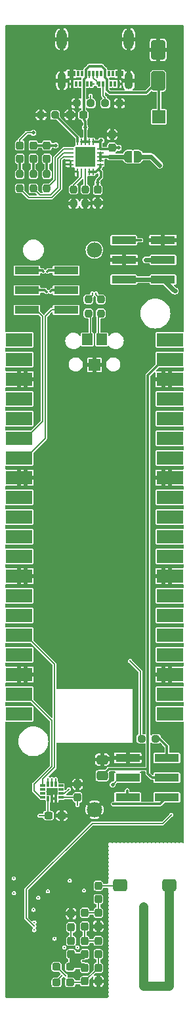
<source format=gtl>
G04 #@! TF.GenerationSoftware,KiCad,Pcbnew,7.0.7*
G04 #@! TF.CreationDate,2024-03-28T15:42:58+01:00*
G04 #@! TF.ProjectId,Frackstock,46726163-6b73-4746-9f63-6b2e6b696361,2*
G04 #@! TF.SameCoordinates,Original*
G04 #@! TF.FileFunction,Copper,L1,Top*
G04 #@! TF.FilePolarity,Positive*
%FSLAX46Y46*%
G04 Gerber Fmt 4.6, Leading zero omitted, Abs format (unit mm)*
G04 Created by KiCad (PCBNEW 7.0.7) date 2024-03-28 15:42:58*
%MOMM*%
%LPD*%
G01*
G04 APERTURE LIST*
G04 Aperture macros list*
%AMRoundRect*
0 Rectangle with rounded corners*
0 $1 Rounding radius*
0 $2 $3 $4 $5 $6 $7 $8 $9 X,Y pos of 4 corners*
0 Add a 4 corners polygon primitive as box body*
4,1,4,$2,$3,$4,$5,$6,$7,$8,$9,$2,$3,0*
0 Add four circle primitives for the rounded corners*
1,1,$1+$1,$2,$3*
1,1,$1+$1,$4,$5*
1,1,$1+$1,$6,$7*
1,1,$1+$1,$8,$9*
0 Add four rect primitives between the rounded corners*
20,1,$1+$1,$2,$3,$4,$5,0*
20,1,$1+$1,$4,$5,$6,$7,0*
20,1,$1+$1,$6,$7,$8,$9,0*
20,1,$1+$1,$8,$9,$2,$3,0*%
%AMFreePoly0*
4,1,19,0.500000,-0.750000,0.000000,-0.750000,0.000000,-0.744911,-0.071157,-0.744911,-0.207708,-0.704816,-0.327430,-0.627875,-0.420627,-0.520320,-0.479746,-0.390866,-0.500000,-0.250000,-0.500000,0.250000,-0.479746,0.390866,-0.420627,0.520320,-0.327430,0.627875,-0.207708,0.704816,-0.071157,0.744911,0.000000,0.744911,0.000000,0.750000,0.500000,0.750000,0.500000,-0.750000,0.500000,-0.750000,
$1*%
%AMFreePoly1*
4,1,19,0.000000,0.744911,0.071157,0.744911,0.207708,0.704816,0.327430,0.627875,0.420627,0.520320,0.479746,0.390866,0.500000,0.250000,0.500000,-0.250000,0.479746,-0.390866,0.420627,-0.520320,0.327430,-0.627875,0.207708,-0.704816,0.071157,-0.744911,0.000000,-0.744911,0.000000,-0.750000,-0.500000,-0.750000,-0.500000,0.750000,0.000000,0.750000,0.000000,0.744911,0.000000,0.744911,
$1*%
G04 Aperture macros list end*
G04 #@! TA.AperFunction,SMDPad,CuDef*
%ADD10R,1.370000X1.500000*%
G04 #@! TD*
G04 #@! TA.AperFunction,SMDPad,CuDef*
%ADD11RoundRect,0.237500X0.237500X-0.287500X0.237500X0.287500X-0.237500X0.287500X-0.237500X-0.287500X0*%
G04 #@! TD*
G04 #@! TA.AperFunction,SMDPad,CuDef*
%ADD12RoundRect,0.237500X0.250000X0.237500X-0.250000X0.237500X-0.250000X-0.237500X0.250000X-0.237500X0*%
G04 #@! TD*
G04 #@! TA.AperFunction,ComponentPad*
%ADD13R,1.700000X1.700000*%
G04 #@! TD*
G04 #@! TA.AperFunction,SMDPad,CuDef*
%ADD14RoundRect,0.333333X-0.566667X-0.466667X0.566667X-0.466667X0.566667X0.466667X-0.566667X0.466667X0*%
G04 #@! TD*
G04 #@! TA.AperFunction,SMDPad,CuDef*
%ADD15RoundRect,0.237500X-0.250000X-0.237500X0.250000X-0.237500X0.250000X0.237500X-0.250000X0.237500X0*%
G04 #@! TD*
G04 #@! TA.AperFunction,SMDPad,CuDef*
%ADD16RoundRect,0.237500X-0.300000X-0.237500X0.300000X-0.237500X0.300000X0.237500X-0.300000X0.237500X0*%
G04 #@! TD*
G04 #@! TA.AperFunction,SMDPad,CuDef*
%ADD17R,1.500000X1.500000*%
G04 #@! TD*
G04 #@! TA.AperFunction,SMDPad,CuDef*
%ADD18RoundRect,0.237500X-0.287500X-0.237500X0.287500X-0.237500X0.287500X0.237500X-0.287500X0.237500X0*%
G04 #@! TD*
G04 #@! TA.AperFunction,SMDPad,CuDef*
%ADD19FreePoly0,180.000000*%
G04 #@! TD*
G04 #@! TA.AperFunction,SMDPad,CuDef*
%ADD20FreePoly1,180.000000*%
G04 #@! TD*
G04 #@! TA.AperFunction,SMDPad,CuDef*
%ADD21RoundRect,0.250000X0.650000X-1.000000X0.650000X1.000000X-0.650000X1.000000X-0.650000X-1.000000X0*%
G04 #@! TD*
G04 #@! TA.AperFunction,SMDPad,CuDef*
%ADD22RoundRect,0.062500X-0.062500X0.350000X-0.062500X-0.350000X0.062500X-0.350000X0.062500X0.350000X0*%
G04 #@! TD*
G04 #@! TA.AperFunction,SMDPad,CuDef*
%ADD23RoundRect,0.062500X-0.350000X0.062500X-0.350000X-0.062500X0.350000X-0.062500X0.350000X0.062500X0*%
G04 #@! TD*
G04 #@! TA.AperFunction,SMDPad,CuDef*
%ADD24R,2.500000X2.500000*%
G04 #@! TD*
G04 #@! TA.AperFunction,SMDPad,CuDef*
%ADD25R,3.150000X1.000000*%
G04 #@! TD*
G04 #@! TA.AperFunction,SMDPad,CuDef*
%ADD26RoundRect,0.237500X-0.237500X0.250000X-0.237500X-0.250000X0.237500X-0.250000X0.237500X0.250000X0*%
G04 #@! TD*
G04 #@! TA.AperFunction,SMDPad,CuDef*
%ADD27RoundRect,0.237500X0.237500X-0.250000X0.237500X0.250000X-0.237500X0.250000X-0.237500X-0.250000X0*%
G04 #@! TD*
G04 #@! TA.AperFunction,SMDPad,CuDef*
%ADD28RoundRect,0.237500X0.237500X-0.300000X0.237500X0.300000X-0.237500X0.300000X-0.237500X-0.300000X0*%
G04 #@! TD*
G04 #@! TA.AperFunction,SMDPad,CuDef*
%ADD29RoundRect,0.237500X0.300000X0.237500X-0.300000X0.237500X-0.300000X-0.237500X0.300000X-0.237500X0*%
G04 #@! TD*
G04 #@! TA.AperFunction,SMDPad,CuDef*
%ADD30R,0.300000X0.700000*%
G04 #@! TD*
G04 #@! TA.AperFunction,SMDPad,CuDef*
%ADD31R,1.000000X0.700000*%
G04 #@! TD*
G04 #@! TA.AperFunction,ComponentPad*
%ADD32O,1.100000X2.200000*%
G04 #@! TD*
G04 #@! TA.AperFunction,ComponentPad*
%ADD33O,1.300000X2.600000*%
G04 #@! TD*
G04 #@! TA.AperFunction,SMDPad,CuDef*
%ADD34RoundRect,0.237500X-0.237500X0.300000X-0.237500X-0.300000X0.237500X-0.300000X0.237500X0.300000X0*%
G04 #@! TD*
G04 #@! TA.AperFunction,SMDPad,CuDef*
%ADD35RoundRect,0.014000X-0.281000X-0.161000X0.281000X-0.161000X0.281000X0.161000X-0.281000X0.161000X0*%
G04 #@! TD*
G04 #@! TA.AperFunction,SMDPad,CuDef*
%ADD36RoundRect,0.014000X0.161000X-0.281000X0.161000X0.281000X-0.161000X0.281000X-0.161000X-0.281000X0*%
G04 #@! TD*
G04 #@! TA.AperFunction,SMDPad,CuDef*
%ADD37RoundRect,0.014000X0.281000X0.161000X-0.281000X0.161000X-0.281000X-0.161000X0.281000X-0.161000X0*%
G04 #@! TD*
G04 #@! TA.AperFunction,SMDPad,CuDef*
%ADD38RoundRect,0.014000X-0.161000X0.281000X-0.161000X-0.281000X0.161000X-0.281000X0.161000X0.281000X0*%
G04 #@! TD*
G04 #@! TA.AperFunction,SMDPad,CuDef*
%ADD39RoundRect,0.250000X-0.475000X0.337500X-0.475000X-0.337500X0.475000X-0.337500X0.475000X0.337500X0*%
G04 #@! TD*
G04 #@! TA.AperFunction,ComponentPad*
%ADD40O,1.700000X1.700000*%
G04 #@! TD*
G04 #@! TA.AperFunction,SMDPad,CuDef*
%ADD41R,3.460000X1.700000*%
G04 #@! TD*
G04 #@! TA.AperFunction,ComponentPad*
%ADD42C,1.980000*%
G04 #@! TD*
G04 #@! TA.AperFunction,ViaPad*
%ADD43C,0.500000*%
G04 #@! TD*
G04 #@! TA.AperFunction,ViaPad*
%ADD44C,0.250000*%
G04 #@! TD*
G04 #@! TA.AperFunction,Conductor*
%ADD45C,0.300000*%
G04 #@! TD*
G04 #@! TA.AperFunction,Conductor*
%ADD46C,0.200000*%
G04 #@! TD*
G04 #@! TA.AperFunction,Conductor*
%ADD47C,0.600000*%
G04 #@! TD*
G04 #@! TA.AperFunction,Conductor*
%ADD48C,1.200000*%
G04 #@! TD*
G04 APERTURE END LIST*
D10*
X128955000Y-67150000D03*
D11*
X130380000Y-146495000D03*
X130380000Y-144745000D03*
D10*
X130815000Y-67150000D03*
D12*
X133112500Y-36700000D03*
X131287500Y-36700000D03*
D13*
X138200000Y-38450000D03*
D14*
X133180000Y-137620000D03*
X139580000Y-137620000D03*
D11*
X120250000Y-43875000D03*
X120250000Y-42125000D03*
X122000000Y-43875000D03*
X122000000Y-42125000D03*
D15*
X127575000Y-36700000D03*
X129400000Y-36700000D03*
D16*
X123937500Y-128600000D03*
X125662500Y-128600000D03*
D17*
X129890000Y-70450000D03*
D11*
X126880000Y-146495000D03*
X126880000Y-144745000D03*
D18*
X125005000Y-148120000D03*
X126755000Y-148120000D03*
D19*
X135500000Y-43570000D03*
D20*
X134200000Y-43570000D03*
D21*
X138100000Y-33800000D03*
X138100000Y-29800000D03*
D22*
X129700000Y-41662500D03*
X129200000Y-41662500D03*
X128700000Y-41662500D03*
X128200000Y-41662500D03*
X127700000Y-41662500D03*
D23*
X126762500Y-42600000D03*
X126762500Y-43100000D03*
X126762500Y-43600000D03*
X126762500Y-44100000D03*
X126762500Y-44600000D03*
D22*
X127700000Y-45537500D03*
X128200000Y-45537500D03*
X128700000Y-45537500D03*
X129200000Y-45537500D03*
X129700000Y-45537500D03*
D23*
X130637500Y-44600000D03*
X130637500Y-44100000D03*
X130637500Y-43600000D03*
X130637500Y-43100000D03*
X130637500Y-42600000D03*
D24*
X128700000Y-43600000D03*
D25*
X121175000Y-58260000D03*
X126225000Y-58260000D03*
X121175000Y-60800000D03*
X126225000Y-60800000D03*
X121175000Y-63340000D03*
X126225000Y-63340000D03*
D26*
X122000000Y-45837500D03*
X122000000Y-47662500D03*
D27*
X130700000Y-63812500D03*
X130700000Y-61987500D03*
D11*
X130380000Y-139395000D03*
X130380000Y-137645000D03*
D28*
X132150000Y-42432500D03*
X132150000Y-40707500D03*
D26*
X120250000Y-45837500D03*
X120250000Y-47662500D03*
D15*
X135967500Y-118690000D03*
X137792500Y-118690000D03*
D11*
X123750000Y-43875000D03*
X123750000Y-42125000D03*
D27*
X127200000Y-49637500D03*
X127200000Y-47812500D03*
D29*
X128462500Y-38200000D03*
X126737500Y-38200000D03*
D30*
X133000000Y-34190000D03*
X132500000Y-34190000D03*
X132000000Y-34190000D03*
X131500000Y-34190000D03*
X131000000Y-34190000D03*
X130500000Y-34190000D03*
X129500000Y-34190000D03*
X129000000Y-34190000D03*
X128500000Y-34190000D03*
X128000000Y-34190000D03*
X127500000Y-34190000D03*
X127000000Y-34190000D03*
D31*
X126900000Y-32890000D03*
D30*
X127750000Y-32890000D03*
X128250000Y-32890000D03*
X128750000Y-32890000D03*
X129250000Y-32890000D03*
X129750000Y-32890000D03*
X130250000Y-32890000D03*
X130750000Y-32890000D03*
X131250000Y-32890000D03*
X131750000Y-32890000D03*
X132250000Y-32890000D03*
D31*
X133100000Y-32890000D03*
D32*
X134320000Y-33780000D03*
X125680000Y-33780000D03*
D33*
X134320000Y-28420000D03*
X125680000Y-28420000D03*
D34*
X128630000Y-148257500D03*
X128630000Y-149982500D03*
D15*
X122987500Y-38200000D03*
X124812500Y-38200000D03*
D27*
X128700000Y-49637500D03*
X128700000Y-47812500D03*
X129100000Y-63812500D03*
X129100000Y-61987500D03*
D25*
X134175000Y-121160000D03*
X139225000Y-121160000D03*
X134175000Y-123700000D03*
X139225000Y-123700000D03*
X134175000Y-126240000D03*
X139225000Y-126240000D03*
D11*
X128630000Y-142895000D03*
X128630000Y-141145000D03*
D28*
X130380000Y-149982500D03*
X130380000Y-148257500D03*
D34*
X126880000Y-141257500D03*
X126880000Y-142982500D03*
D28*
X130380000Y-142882500D03*
X130380000Y-141157500D03*
D26*
X123750000Y-45837500D03*
X123750000Y-47662500D03*
D25*
X133675000Y-54360000D03*
X138725000Y-54360000D03*
X133675000Y-56900000D03*
X138725000Y-56900000D03*
X133675000Y-59440000D03*
X138725000Y-59440000D03*
D34*
X128630000Y-144757500D03*
X128630000Y-146482500D03*
D35*
X123235000Y-124750000D03*
X123235000Y-125250000D03*
X123235000Y-125750000D03*
X123235000Y-126250000D03*
D36*
X123900000Y-126415000D03*
X124400000Y-126415000D03*
X124900000Y-126415000D03*
D37*
X125565000Y-126250000D03*
X125565000Y-125750000D03*
X125565000Y-125250000D03*
X125565000Y-124750000D03*
D38*
X124900000Y-124585000D03*
X124400000Y-124585000D03*
X123900000Y-124585000D03*
D18*
X125005000Y-150120000D03*
X126755000Y-150120000D03*
D39*
X130890000Y-121372500D03*
X130890000Y-123447500D03*
D40*
X121000000Y-67220000D03*
D41*
X120120000Y-67220000D03*
D40*
X121000000Y-69760000D03*
D41*
X120120000Y-69760000D03*
D13*
X121000000Y-72300000D03*
D41*
X120120000Y-72300000D03*
D40*
X121000000Y-74840000D03*
D41*
X120120000Y-74840000D03*
D40*
X121000000Y-77380000D03*
D41*
X120120000Y-77380000D03*
D40*
X121000000Y-79920000D03*
D41*
X120120000Y-79920000D03*
D40*
X121000000Y-82460000D03*
D41*
X120120000Y-82460000D03*
D13*
X121000000Y-85000000D03*
D41*
X120120000Y-85000000D03*
D40*
X121000000Y-87540000D03*
D41*
X120120000Y-87540000D03*
D40*
X121000000Y-90080000D03*
D41*
X120120000Y-90080000D03*
D40*
X121000000Y-92620000D03*
D41*
X120120000Y-92620000D03*
D40*
X121000000Y-95160000D03*
D41*
X120120000Y-95160000D03*
D13*
X121000000Y-97700000D03*
D41*
X120120000Y-97700000D03*
D40*
X121000000Y-100240000D03*
D41*
X120120000Y-100240000D03*
D40*
X121000000Y-102780000D03*
D41*
X120120000Y-102780000D03*
D40*
X121000000Y-105320000D03*
D41*
X120120000Y-105320000D03*
D40*
X121000000Y-107860000D03*
D41*
X120120000Y-107860000D03*
D13*
X121000000Y-110400000D03*
D41*
X120120000Y-110400000D03*
D40*
X121000000Y-112940000D03*
D41*
X120120000Y-112940000D03*
D40*
X121000000Y-115480000D03*
D41*
X120120000Y-115480000D03*
D40*
X138780000Y-115480000D03*
D41*
X139660000Y-115480000D03*
D40*
X138780000Y-112940000D03*
D41*
X139660000Y-112940000D03*
D13*
X138780000Y-110400000D03*
D41*
X139660000Y-110400000D03*
D40*
X138780000Y-107860000D03*
D41*
X139660000Y-107860000D03*
D40*
X138780000Y-105320000D03*
D41*
X139660000Y-105320000D03*
D40*
X138780000Y-102780000D03*
D41*
X139660000Y-102780000D03*
D40*
X138780000Y-100240000D03*
D41*
X139660000Y-100240000D03*
D13*
X138780000Y-97700000D03*
D41*
X139660000Y-97700000D03*
D40*
X138780000Y-95160000D03*
D41*
X139660000Y-95160000D03*
D40*
X138780000Y-92620000D03*
D41*
X139660000Y-92620000D03*
D40*
X138780000Y-90080000D03*
D41*
X139660000Y-90080000D03*
D40*
X138780000Y-87540000D03*
D41*
X139660000Y-87540000D03*
D13*
X138780000Y-85000000D03*
D41*
X139660000Y-85000000D03*
D40*
X138780000Y-82460000D03*
D41*
X139660000Y-82460000D03*
D40*
X138780000Y-79920000D03*
D41*
X139660000Y-79920000D03*
D40*
X138780000Y-77380000D03*
D41*
X139660000Y-77380000D03*
D40*
X138780000Y-74840000D03*
D41*
X139660000Y-74840000D03*
D13*
X138780000Y-72300000D03*
D41*
X139660000Y-72300000D03*
D40*
X138780000Y-69760000D03*
D41*
X139660000Y-69760000D03*
D40*
X138780000Y-67220000D03*
D41*
X139660000Y-67220000D03*
D34*
X130300000Y-47837500D03*
X130300000Y-49562500D03*
D28*
X127700000Y-126262500D03*
X127700000Y-124537500D03*
D42*
X129880000Y-55620000D03*
X129880000Y-127840000D03*
D43*
X122000000Y-40500000D03*
X130750000Y-41500000D03*
X133010000Y-42432500D03*
X140300000Y-60900000D03*
D44*
X119490000Y-136690000D03*
D43*
X136500000Y-56900000D03*
D44*
X126000000Y-145600000D03*
X127700000Y-127240000D03*
X126700000Y-136970000D03*
X124750000Y-144480000D03*
X128550000Y-138270000D03*
D43*
X132220000Y-124600000D03*
D44*
X122810000Y-128600000D03*
X127700000Y-145600000D03*
X119510000Y-138590000D03*
X125649759Y-149280241D03*
X126190000Y-149305000D03*
X130200000Y-34200000D03*
X129600000Y-61200000D03*
X130250000Y-33400000D03*
X130100000Y-61200000D03*
X129800000Y-34200000D03*
X135900000Y-54360000D03*
X123300000Y-58400000D03*
D43*
X124875000Y-42125000D03*
X128700000Y-39810500D03*
X131875000Y-43625000D03*
D44*
X123800000Y-58400000D03*
D43*
X138300000Y-44670000D03*
D44*
X129250000Y-33370000D03*
X129400000Y-35700000D03*
X124400000Y-123900000D03*
X123900000Y-123900000D03*
X126593105Y-125193105D03*
X124900000Y-123900000D03*
X122130000Y-143370000D03*
X122130000Y-142370000D03*
X121997259Y-140752741D03*
X122635500Y-139200000D03*
X123880000Y-138370000D03*
X139800000Y-128500000D03*
X122130000Y-142870000D03*
D43*
X130290000Y-46910000D03*
D44*
X134100000Y-125350000D03*
X132300000Y-127100000D03*
X134500000Y-108660000D03*
X135694000Y-132120000D03*
X125930000Y-146490000D03*
X126800000Y-151400000D03*
X133020000Y-34880000D03*
X125200000Y-132600000D03*
X136090000Y-119900000D03*
X119280000Y-127440000D03*
X119600000Y-142800000D03*
X140980000Y-117180000D03*
X119230000Y-122180000D03*
X136100000Y-123800000D03*
X119110000Y-61960000D03*
X136164500Y-117000000D03*
X136202000Y-132120000D03*
X137726000Y-132120000D03*
X140560000Y-37330000D03*
X122000000Y-147700000D03*
X119400000Y-151400000D03*
X131630000Y-143804000D03*
X131630000Y-132120000D03*
X131630000Y-145330000D03*
X120800000Y-146100000D03*
X140970000Y-119440000D03*
X126690000Y-32100000D03*
X133154000Y-132120000D03*
X131630000Y-151424000D03*
X132770000Y-32100000D03*
X134678000Y-132120000D03*
X122700000Y-97900000D03*
D43*
X130900000Y-119800000D03*
D44*
X134170000Y-132120000D03*
X130400000Y-151400000D03*
X129280000Y-44280000D03*
X131630000Y-132628000D03*
X129270000Y-43580000D03*
X141282000Y-132120000D03*
X125400000Y-120900000D03*
X125700000Y-129700000D03*
X136200000Y-99000000D03*
X119100000Y-84370000D03*
X138700000Y-31600000D03*
X131400000Y-49600000D03*
X122600000Y-72200000D03*
X131630000Y-148376000D03*
X131630000Y-133136000D03*
X131630000Y-147360000D03*
X119510000Y-142250000D03*
X126000000Y-44200000D03*
X129200000Y-130700000D03*
X119150000Y-110970000D03*
X119150000Y-109970000D03*
X131630000Y-144820000D03*
X137200000Y-86400000D03*
X137300000Y-97700000D03*
X124800000Y-125700000D03*
X140930000Y-130920000D03*
X137300000Y-72400000D03*
X131630000Y-146344000D03*
X140540000Y-42460000D03*
X131630000Y-145836000D03*
X127700000Y-123500000D03*
X137440000Y-54360000D03*
X133000000Y-130800000D03*
X137200000Y-83500000D03*
X119100000Y-85520000D03*
X131630000Y-143296000D03*
X122600000Y-71200000D03*
X138234000Y-132120000D03*
X131630000Y-136692000D03*
X137218000Y-132120000D03*
X127000000Y-34900000D03*
X119230000Y-34890000D03*
X137400000Y-31600000D03*
X134200000Y-119900000D03*
X137300000Y-73300000D03*
X134100000Y-36100000D03*
X119140000Y-39340000D03*
X131630000Y-141772000D03*
X133320000Y-32100000D03*
X134600000Y-56000000D03*
X122800000Y-111300000D03*
X131630000Y-146852000D03*
X126700000Y-37400000D03*
X131630000Y-135168000D03*
X135700000Y-128000000D03*
X125400000Y-104200000D03*
X123100000Y-133800000D03*
X118950000Y-97170000D03*
X139250000Y-132120000D03*
X127200000Y-45500000D03*
X131630000Y-140248000D03*
X131630000Y-136184000D03*
X128160000Y-43610000D03*
X123800000Y-27400000D03*
X131630000Y-142788000D03*
X125490000Y-140290000D03*
X134700000Y-107500000D03*
X129390000Y-138310000D03*
X138800000Y-28000000D03*
X132646000Y-132120000D03*
X128720000Y-50900000D03*
X136100000Y-108500000D03*
X131630000Y-139740000D03*
X131630000Y-149392000D03*
X131630000Y-151932000D03*
X119020000Y-44010000D03*
X123100000Y-121800000D03*
X128130000Y-44270000D03*
X139320000Y-53320000D03*
X126800000Y-45200000D03*
X131630000Y-141264000D03*
X131630000Y-134152000D03*
X133662000Y-132120000D03*
X131630000Y-140756000D03*
X140570000Y-31600000D03*
X135186000Y-132120000D03*
X131630000Y-149900000D03*
X125500000Y-141870000D03*
X119100000Y-27300000D03*
X119160000Y-55390000D03*
X120800000Y-144600000D03*
X122900000Y-85900000D03*
X129900000Y-71800000D03*
X131630000Y-142280000D03*
X131630000Y-139232000D03*
X127100000Y-139100000D03*
X129320000Y-42870000D03*
X137300000Y-99300000D03*
X131600000Y-56900000D03*
X123900000Y-125700000D03*
X131100000Y-70400000D03*
X137400000Y-28000000D03*
X131630000Y-150408000D03*
X123000000Y-37300000D03*
X126200000Y-49700000D03*
X125600000Y-134300000D03*
X124360000Y-113030000D03*
X126700000Y-128600000D03*
X137300000Y-96400000D03*
X140750000Y-98220000D03*
X129990000Y-27740000D03*
X131630000Y-147868000D03*
X131630000Y-134660000D03*
X131630000Y-135676000D03*
X122700000Y-99200000D03*
X128600000Y-70400000D03*
X122900000Y-84900000D03*
X131630000Y-133644000D03*
X134600000Y-91800000D03*
X134500000Y-57800000D03*
X128120000Y-42900000D03*
X140266000Y-132120000D03*
X137200000Y-85000000D03*
X122400000Y-151400000D03*
X132138000Y-132120000D03*
X131630000Y-144312000D03*
X128370000Y-147370000D03*
X124400000Y-123300000D03*
X140700000Y-129400000D03*
X139758000Y-132120000D03*
X136710000Y-132120000D03*
X125480000Y-141050000D03*
X134600000Y-99100000D03*
X124240000Y-141880000D03*
X122900000Y-83900000D03*
X125600000Y-127700000D03*
X140774000Y-132120000D03*
X122900000Y-103300000D03*
X125500000Y-111700000D03*
X139430000Y-54380000D03*
X127200000Y-50900000D03*
X140750000Y-97170000D03*
X140590000Y-27430000D03*
X128700000Y-124500000D03*
X119110000Y-30230000D03*
X127500000Y-130700000D03*
X118950000Y-98220000D03*
X131630000Y-148884000D03*
X119080000Y-49750000D03*
X131630000Y-150916000D03*
X138742000Y-132120000D03*
X124220000Y-141110000D03*
X124470000Y-107510000D03*
X131630000Y-138724000D03*
X126700000Y-36700000D03*
X122800000Y-110300000D03*
X123000000Y-39300000D03*
X122800000Y-109400000D03*
X127200000Y-32100000D03*
X123700000Y-61016188D03*
X124200000Y-61000000D03*
D45*
X132150000Y-42432500D02*
X133010000Y-42432500D01*
D46*
X120250000Y-41390000D02*
X121140000Y-40500000D01*
D47*
X140185000Y-60900000D02*
X138725000Y-59440000D01*
D45*
X130637500Y-42600000D02*
X131982500Y-42600000D01*
X137300000Y-123700000D02*
X136790000Y-123190000D01*
X136780000Y-122600000D02*
X131737500Y-122600000D01*
D47*
X139125000Y-59440000D02*
X134075000Y-59440000D01*
D45*
X130637500Y-41612500D02*
X130637500Y-42600000D01*
D47*
X140300000Y-60900000D02*
X140185000Y-60900000D01*
D45*
X136785000Y-71755000D02*
X138780000Y-69760000D01*
D46*
X120250000Y-42125000D02*
X120250000Y-41390000D01*
D45*
X130750000Y-41500000D02*
X130587500Y-41662500D01*
X136790000Y-86576899D02*
X136785000Y-86571899D01*
X139225000Y-123700000D02*
X137300000Y-123700000D01*
X130750000Y-41500000D02*
X130637500Y-41612500D01*
D46*
X121140000Y-40500000D02*
X122000000Y-40500000D01*
D45*
X130587500Y-41662500D02*
X129700000Y-41662500D01*
X136790000Y-123190000D02*
X136790000Y-86576899D01*
X131737500Y-122600000D02*
X130900000Y-123437500D01*
X136785000Y-86571899D02*
X136785000Y-71755000D01*
X130900000Y-123437500D02*
X131192500Y-123730000D01*
D46*
X127612500Y-126250000D02*
X127700000Y-126162500D01*
X127700000Y-126262500D02*
X127700000Y-127240000D01*
D47*
X138725000Y-56900000D02*
X136500000Y-56900000D01*
D46*
X133120000Y-123700000D02*
X134175000Y-123700000D01*
X123937500Y-128600000D02*
X122810000Y-128600000D01*
X132220000Y-124600000D02*
X133120000Y-123700000D01*
X125565000Y-126250000D02*
X127612500Y-126250000D01*
X123937500Y-128600000D02*
X123900000Y-128562500D01*
X123900000Y-128562500D02*
X123900000Y-126415000D01*
X125649759Y-149280241D02*
X125005000Y-149925000D01*
X125005000Y-149925000D02*
X125005000Y-150120000D01*
X126190000Y-149305000D02*
X125005000Y-148120000D01*
X129600000Y-61200000D02*
X129600000Y-61487500D01*
X129600000Y-61487500D02*
X129100000Y-61987500D01*
X129750000Y-33420000D02*
X130200000Y-33870000D01*
X130210000Y-34190000D02*
X130200000Y-34200000D01*
X130200000Y-33870000D02*
X130200000Y-34200000D01*
X130500000Y-34190000D02*
X130210000Y-34190000D01*
X129750000Y-33220000D02*
X129750000Y-33420000D01*
X130250000Y-33400000D02*
X130250000Y-32890000D01*
X130100000Y-61387500D02*
X130700000Y-61987500D01*
X129790000Y-34190000D02*
X129800000Y-34200000D01*
X130100000Y-61200000D02*
X130100000Y-61387500D01*
X129500000Y-34190000D02*
X129790000Y-34190000D01*
D45*
X135900000Y-54360000D02*
X133675000Y-54360000D01*
X123160000Y-58260000D02*
X121175000Y-58260000D01*
X123300000Y-58400000D02*
X123160000Y-58260000D01*
X129213101Y-31900000D02*
X130840000Y-31900000D01*
X128500000Y-38800000D02*
X128500000Y-33630000D01*
X131500000Y-33580000D02*
X131500000Y-34948456D01*
X131875000Y-43625000D02*
X131850000Y-43600000D01*
X128750000Y-33380000D02*
X128750000Y-32363101D01*
X136580000Y-35320000D02*
X138100000Y-33800000D01*
X128700000Y-39000000D02*
X128500000Y-38800000D01*
X128200000Y-41662500D02*
X129200000Y-41662500D01*
X124875000Y-42125000D02*
X123750000Y-42125000D01*
X138100000Y-33800000D02*
X138200000Y-33900000D01*
X138200000Y-33900000D02*
X138200000Y-38450000D01*
X131850000Y-43600000D02*
X130637500Y-43600000D01*
X128700000Y-39810500D02*
X128700000Y-39000000D01*
X128750000Y-32363101D02*
X129213101Y-31900000D01*
X130840000Y-31900000D02*
X131250000Y-32310000D01*
D47*
X134200000Y-43570000D02*
X134145000Y-43625000D01*
D45*
X131871544Y-35320000D02*
X136580000Y-35320000D01*
X128700000Y-39810500D02*
X128700000Y-41662500D01*
X128500000Y-33630000D02*
X128750000Y-33380000D01*
X130637500Y-43100000D02*
X130637500Y-44075000D01*
D47*
X134145000Y-43625000D02*
X131875000Y-43625000D01*
D45*
X131250000Y-33330000D02*
X131500000Y-33580000D01*
X123750000Y-42125000D02*
X122000000Y-42125000D01*
X131500000Y-34948456D02*
X131871544Y-35320000D01*
X131250000Y-32310000D02*
X131250000Y-33330000D01*
X123800000Y-58400000D02*
X123940000Y-58260000D01*
X123940000Y-58260000D02*
X126225000Y-58260000D01*
D47*
X137200000Y-43570000D02*
X135500000Y-43570000D01*
X138300000Y-44670000D02*
X137200000Y-43570000D01*
D46*
X131000000Y-34520000D02*
X131000000Y-35700000D01*
X131000000Y-35700000D02*
X131287500Y-35987500D01*
X131287500Y-35987500D02*
X131287500Y-36700000D01*
X129400000Y-35700000D02*
X129412500Y-35712500D01*
X129412500Y-35712500D02*
X129412500Y-36300000D01*
X129250000Y-33220000D02*
X129250000Y-33370000D01*
X128492500Y-150120000D02*
X128630000Y-149982500D01*
X128655000Y-149982500D02*
X130380000Y-148257500D01*
X128630000Y-149982500D02*
X128655000Y-149982500D01*
X130380000Y-148257500D02*
X130380000Y-146495000D01*
X126755000Y-150120000D02*
X128492500Y-150120000D01*
X128617500Y-146495000D02*
X128630000Y-146482500D01*
X126755000Y-146620000D02*
X126880000Y-146495000D01*
X126880000Y-142982500D02*
X126880000Y-144745000D01*
X128630000Y-141145000D02*
X130367500Y-141145000D01*
X130380000Y-141157500D02*
X130380000Y-139395000D01*
X130367500Y-141145000D02*
X130380000Y-141157500D01*
X128630000Y-144757500D02*
X130367500Y-144757500D01*
X128630000Y-142895000D02*
X128630000Y-144757500D01*
X130367500Y-144757500D02*
X130380000Y-144745000D01*
D45*
X123750000Y-45837500D02*
X123750000Y-43875000D01*
X120250000Y-45837500D02*
X120250000Y-43875000D01*
X122000000Y-45837500D02*
X122000000Y-43875000D01*
X138280000Y-118700000D02*
X137512500Y-118700000D01*
X139225000Y-119645000D02*
X138280000Y-118700000D01*
X139225000Y-121190000D02*
X139225000Y-119645000D01*
D46*
X133155000Y-137645000D02*
X133180000Y-137620000D01*
X130380000Y-137645000D02*
X133155000Y-137645000D01*
X128700000Y-45537500D02*
X128700000Y-47812500D01*
X128200000Y-45537500D02*
X128200000Y-46225000D01*
X127200000Y-47225000D02*
X127200000Y-47812500D01*
X128200000Y-46225000D02*
X127200000Y-47225000D01*
D45*
X124812500Y-38212500D02*
X127700000Y-41100000D01*
X124812500Y-38200000D02*
X124812500Y-38212500D01*
X127700000Y-41100000D02*
X127700000Y-41662500D01*
D46*
X125900000Y-42600000D02*
X124820000Y-43680000D01*
X124820000Y-46592500D02*
X123750000Y-47662500D01*
X124820000Y-43680000D02*
X124820000Y-46592500D01*
X126762500Y-42600000D02*
X125900000Y-42600000D01*
X125500000Y-47730832D02*
X124390832Y-48840000D01*
X126762500Y-43600000D02*
X125882348Y-43600000D01*
X125882348Y-43600000D02*
X125500000Y-43982348D01*
X124390832Y-48840000D02*
X121427500Y-48840000D01*
X125500000Y-43982348D02*
X125500000Y-47730832D01*
X121427500Y-48840000D02*
X120250000Y-47662500D01*
X122837500Y-48500000D02*
X122000000Y-47662500D01*
X126762500Y-43100000D02*
X125901516Y-43100000D01*
X125160000Y-47590000D02*
X124250000Y-48500000D01*
X124250000Y-48500000D02*
X122837500Y-48500000D01*
X125901516Y-43100000D02*
X125160000Y-43841516D01*
X125160000Y-43841516D02*
X125160000Y-47590000D01*
X124400000Y-124585000D02*
X124400000Y-123900000D01*
X123900000Y-124585000D02*
X123900000Y-123900000D01*
X124740000Y-109060000D02*
X124740000Y-122382083D01*
X123235000Y-123887081D02*
X123235000Y-124750000D01*
X121000000Y-105320000D02*
X124740000Y-109060000D01*
X124740000Y-122382083D02*
X123235000Y-123887081D01*
X126036210Y-125750000D02*
X126593105Y-125193105D01*
X125565000Y-125750000D02*
X126036210Y-125750000D01*
X121000000Y-112940000D02*
X124400000Y-116340000D01*
X123235000Y-126250000D02*
X122933790Y-126250000D01*
X122085000Y-125401210D02*
X122085000Y-124556249D01*
X124400000Y-116340000D02*
X124400000Y-122241250D01*
X122085000Y-124556249D02*
X124170625Y-122470625D01*
X124400000Y-122241250D02*
X124170625Y-122470625D01*
X122933790Y-126250000D02*
X122085000Y-125401210D01*
X124900000Y-124585000D02*
X124900000Y-123900000D01*
X122130000Y-142870000D02*
X122113812Y-142870000D01*
X138700000Y-129600000D02*
X139800000Y-128500000D01*
X121100000Y-138100000D02*
X129600000Y-129600000D01*
X122113812Y-142870000D02*
X121100000Y-141856188D01*
X121100000Y-141856188D02*
X121100000Y-138100000D01*
X129600000Y-129600000D02*
X138700000Y-129600000D01*
D45*
X129200000Y-45537500D02*
X129500000Y-45537500D01*
X130300000Y-47837500D02*
X130300000Y-46600000D01*
X130700000Y-45550000D02*
X130375000Y-45225000D01*
X130300000Y-46600000D02*
X130700000Y-46200000D01*
X130062500Y-45537500D02*
X129700000Y-45537500D01*
X130637500Y-44962500D02*
X130637500Y-44600000D01*
X130375000Y-45225000D02*
X130062500Y-45537500D01*
X130700000Y-46200000D02*
X130700000Y-45550000D01*
X130375000Y-45225000D02*
X130637500Y-44962500D01*
X129500000Y-45537500D02*
X129700000Y-45537500D01*
D46*
X130390000Y-66725000D02*
X130815000Y-67150000D01*
X130390000Y-64122500D02*
X130390000Y-66725000D01*
X130700000Y-63812500D02*
X130390000Y-64122500D01*
D45*
X130800000Y-67135000D02*
X130815000Y-67150000D01*
D46*
X129350000Y-66755000D02*
X128955000Y-67150000D01*
D45*
X128950000Y-67145000D02*
X128955000Y-67150000D01*
D46*
X129100000Y-63812500D02*
X129350000Y-64062500D01*
X129350000Y-64062500D02*
X129350000Y-66755000D01*
D45*
X134100000Y-126165000D02*
X134175000Y-126240000D01*
X134100000Y-125350000D02*
X134100000Y-126165000D01*
X138365000Y-127100000D02*
X139225000Y-126240000D01*
X132300000Y-127100000D02*
X138365000Y-127100000D01*
D46*
X135800000Y-118522500D02*
X135967500Y-118690000D01*
X135800000Y-109960000D02*
X135800000Y-118522500D01*
X134500000Y-108660000D02*
X135800000Y-109960000D01*
D48*
X139556850Y-150624000D02*
X139556850Y-138424000D01*
D45*
X131072500Y-121190000D02*
X134175000Y-121190000D01*
X130900000Y-121362500D02*
X131072500Y-121190000D01*
X127700000Y-124437500D02*
X127700000Y-124537500D01*
X130900000Y-121362500D02*
X130900000Y-119800000D01*
D48*
X139560250Y-150620000D02*
X136199750Y-150620000D01*
X136204050Y-150620000D02*
X136204050Y-140367000D01*
D45*
X123700000Y-61016188D02*
X123483812Y-60800000D01*
X123483812Y-60800000D02*
X121175000Y-60800000D01*
X124400000Y-60800000D02*
X124200000Y-61000000D01*
X126225000Y-60800000D02*
X124400000Y-60800000D01*
D46*
X123200000Y-77720000D02*
X121000000Y-79920000D01*
X122340000Y-63340000D02*
X123200000Y-64200000D01*
X123200000Y-64200000D02*
X123200000Y-77720000D01*
X121175000Y-63340000D02*
X122340000Y-63340000D01*
X124360000Y-63340000D02*
X123540000Y-64160000D01*
X123540000Y-79920000D02*
X121000000Y-82460000D01*
X123540000Y-64160000D02*
X123540000Y-79920000D01*
X126225000Y-63340000D02*
X124360000Y-63340000D01*
G04 #@! TA.AperFunction,Conductor*
G36*
X141386691Y-26639407D02*
G01*
X141422655Y-26688907D01*
X141427500Y-26719500D01*
X141427500Y-66130500D01*
X141408593Y-66188691D01*
X141359093Y-66224655D01*
X141328500Y-66229500D01*
X138831101Y-66229500D01*
X138826264Y-66229262D01*
X138791415Y-66225831D01*
X138780003Y-66224707D01*
X138779997Y-66224707D01*
X138767504Y-66225937D01*
X138733735Y-66229262D01*
X138728898Y-66229500D01*
X137916158Y-66229500D01*
X137875180Y-66237650D01*
X137828706Y-66268704D01*
X137828704Y-66268706D01*
X137797650Y-66315180D01*
X137797650Y-66315181D01*
X137789500Y-66356154D01*
X137789500Y-67168900D01*
X137789262Y-67173738D01*
X137784707Y-67220000D01*
X137789262Y-67266262D01*
X137789500Y-67271099D01*
X137789500Y-68083841D01*
X137797650Y-68124819D01*
X137797650Y-68124820D01*
X137797651Y-68124821D01*
X137828705Y-68171295D01*
X137875179Y-68202349D01*
X137916159Y-68210500D01*
X138728900Y-68210499D01*
X138733755Y-68210738D01*
X138779998Y-68215293D01*
X138780000Y-68215293D01*
X138780002Y-68215293D01*
X138826244Y-68210738D01*
X138831099Y-68210499D01*
X141328500Y-68210499D01*
X141386691Y-68229406D01*
X141422655Y-68278906D01*
X141427500Y-68309499D01*
X141427500Y-68670500D01*
X141408593Y-68728691D01*
X141359093Y-68764655D01*
X141328500Y-68769500D01*
X138831101Y-68769500D01*
X138826264Y-68769262D01*
X138791415Y-68765831D01*
X138780003Y-68764707D01*
X138779997Y-68764707D01*
X138767504Y-68765937D01*
X138733735Y-68769262D01*
X138728898Y-68769500D01*
X137916158Y-68769500D01*
X137875180Y-68777650D01*
X137828706Y-68808704D01*
X137828704Y-68808706D01*
X137797650Y-68855180D01*
X137797650Y-68855181D01*
X137789500Y-68896154D01*
X137789500Y-69708900D01*
X137789262Y-69713738D01*
X137784707Y-69760000D01*
X137789262Y-69806262D01*
X137789500Y-69811099D01*
X137789500Y-70298662D01*
X137770593Y-70356853D01*
X137760504Y-70368666D01*
X136622027Y-71507141D01*
X136616852Y-71511645D01*
X136606900Y-71519160D01*
X136575601Y-71553493D01*
X136574025Y-71555144D01*
X136560557Y-71568612D01*
X136560545Y-71568628D01*
X136558670Y-71571364D01*
X136554417Y-71576731D01*
X136533735Y-71599419D01*
X136533732Y-71599424D01*
X136530436Y-71607931D01*
X136519805Y-71628101D01*
X136514651Y-71635625D01*
X136514649Y-71635629D01*
X136507619Y-71665517D01*
X136505589Y-71672070D01*
X136494500Y-71700695D01*
X136494500Y-71709810D01*
X136491870Y-71732478D01*
X136489783Y-71741350D01*
X136494025Y-71771761D01*
X136494500Y-71778607D01*
X136494500Y-86511874D01*
X136494025Y-86518722D01*
X136492301Y-86531070D01*
X136494447Y-86577458D01*
X136494500Y-86579744D01*
X136494500Y-86598816D01*
X136495109Y-86602075D01*
X136495900Y-86608892D01*
X136497467Y-86642810D01*
X136499500Y-86660325D01*
X136499500Y-118011014D01*
X136480593Y-118069205D01*
X136431093Y-118105169D01*
X136369907Y-118105169D01*
X136357023Y-118099956D01*
X136326849Y-118085205D01*
X136253375Y-118074500D01*
X136253372Y-118074500D01*
X136139500Y-118074500D01*
X136081309Y-118055593D01*
X136045345Y-118006093D01*
X136040500Y-117975500D01*
X136040500Y-109967591D01*
X136040568Y-109964999D01*
X136042846Y-109921539D01*
X136042846Y-109921538D01*
X136034099Y-109898751D01*
X136029690Y-109883863D01*
X136024616Y-109859994D01*
X136020839Y-109854795D01*
X136008509Y-109832085D01*
X136006207Y-109826088D01*
X135988943Y-109808824D01*
X135978859Y-109797016D01*
X135964521Y-109777280D01*
X135958960Y-109774070D01*
X135938458Y-109758339D01*
X134773613Y-108593495D01*
X134752152Y-108561374D01*
X134750094Y-108556405D01*
X134691418Y-108468588D01*
X134691413Y-108468583D01*
X134603595Y-108409906D01*
X134603593Y-108409905D01*
X134500000Y-108389299D01*
X134396406Y-108409905D01*
X134396404Y-108409906D01*
X134308586Y-108468583D01*
X134308583Y-108468586D01*
X134249906Y-108556404D01*
X134249905Y-108556406D01*
X134229299Y-108660000D01*
X134249905Y-108763593D01*
X134249906Y-108763595D01*
X134308583Y-108851413D01*
X134308588Y-108851418D01*
X134396405Y-108910094D01*
X134401374Y-108912152D01*
X134433495Y-108933613D01*
X135530504Y-110030622D01*
X135558281Y-110085139D01*
X135559500Y-110100626D01*
X135559500Y-118047190D01*
X135540593Y-118105381D01*
X135503984Y-118136128D01*
X135494818Y-118140610D01*
X135494816Y-118140611D01*
X135405610Y-118229817D01*
X135350205Y-118343151D01*
X135339500Y-118416628D01*
X135339500Y-118963369D01*
X135339500Y-118963371D01*
X135339501Y-118963374D01*
X135350205Y-119036849D01*
X135405611Y-119150184D01*
X135494816Y-119239389D01*
X135608151Y-119294795D01*
X135681625Y-119305500D01*
X136253374Y-119305499D01*
X136326849Y-119294795D01*
X136357018Y-119280045D01*
X136417600Y-119271474D01*
X136471650Y-119300148D01*
X136498524Y-119355116D01*
X136499500Y-119368986D01*
X136499500Y-122210500D01*
X136480593Y-122268691D01*
X136431093Y-122304655D01*
X136400500Y-122309500D01*
X131797525Y-122309500D01*
X131790677Y-122309025D01*
X131778328Y-122307301D01*
X131738148Y-122309159D01*
X131731931Y-122309447D01*
X131729653Y-122309500D01*
X131710579Y-122309500D01*
X131707314Y-122310110D01*
X131700501Y-122310900D01*
X131669841Y-122312317D01*
X131669836Y-122312318D01*
X131661495Y-122316001D01*
X131639707Y-122322748D01*
X131630745Y-122324423D01*
X131630739Y-122324426D01*
X131604640Y-122340584D01*
X131598573Y-122343783D01*
X131570483Y-122356186D01*
X131564032Y-122362637D01*
X131546158Y-122376795D01*
X131538403Y-122381597D01*
X131538399Y-122381600D01*
X131519899Y-122406097D01*
X131515395Y-122411274D01*
X131236165Y-122690504D01*
X131181648Y-122718281D01*
X131166161Y-122719500D01*
X130384262Y-122719500D01*
X130292825Y-122733983D01*
X130292821Y-122733984D01*
X130182610Y-122790140D01*
X130095140Y-122877610D01*
X130038983Y-122987823D01*
X130024500Y-123079263D01*
X130024500Y-123815737D01*
X130038983Y-123907174D01*
X130038984Y-123907178D01*
X130079503Y-123986700D01*
X130095141Y-124017391D01*
X130182609Y-124104859D01*
X130292825Y-124161017D01*
X130384265Y-124175500D01*
X131395734Y-124175499D01*
X131395737Y-124175499D01*
X131422332Y-124171286D01*
X131487175Y-124161017D01*
X131597391Y-124104859D01*
X131684859Y-124017391D01*
X131741017Y-123907175D01*
X131755500Y-123815735D01*
X131755499Y-123079266D01*
X131753979Y-123069671D01*
X131751572Y-123054471D01*
X131761143Y-122994039D01*
X131779350Y-122968979D01*
X131828834Y-122919496D01*
X131883351Y-122891719D01*
X131898837Y-122890500D01*
X132483945Y-122890500D01*
X132542136Y-122909407D01*
X132578100Y-122958907D01*
X132578100Y-123020093D01*
X132542136Y-123069593D01*
X132538963Y-123071804D01*
X132527801Y-123079263D01*
X132498706Y-123098704D01*
X132498704Y-123098706D01*
X132467650Y-123145180D01*
X132467650Y-123145181D01*
X132459500Y-123186154D01*
X132459500Y-123979372D01*
X132440593Y-124037563D01*
X132430504Y-124049376D01*
X132303363Y-124176517D01*
X132248846Y-124204294D01*
X132227791Y-124204296D01*
X132227791Y-124204632D01*
X132219999Y-124204632D01*
X132097824Y-124223983D01*
X131987610Y-124280140D01*
X131900140Y-124367610D01*
X131843983Y-124477824D01*
X131824632Y-124599998D01*
X131824632Y-124600001D01*
X131828888Y-124626872D01*
X131843983Y-124722175D01*
X131900141Y-124832391D01*
X131987609Y-124919859D01*
X132097825Y-124976017D01*
X132193521Y-124991174D01*
X132219999Y-124995368D01*
X132220000Y-124995368D01*
X132220001Y-124995368D01*
X132246479Y-124991174D01*
X132342175Y-124976017D01*
X132452391Y-124919859D01*
X132539859Y-124832391D01*
X132596017Y-124722175D01*
X132615368Y-124600000D01*
X132615368Y-124599998D01*
X132615368Y-124592208D01*
X132617278Y-124592208D01*
X132625268Y-124541709D01*
X132643482Y-124516635D01*
X132790623Y-124369495D01*
X132845139Y-124341718D01*
X132860626Y-124340499D01*
X135763842Y-124340499D01*
X135784330Y-124336424D01*
X135804821Y-124332349D01*
X135851295Y-124301295D01*
X135882349Y-124254821D01*
X135890500Y-124213841D01*
X135890499Y-123186160D01*
X135882349Y-123145179D01*
X135851295Y-123098705D01*
X135811051Y-123071814D01*
X135773173Y-123023764D01*
X135770772Y-122962626D01*
X135804766Y-122911753D01*
X135862170Y-122890576D01*
X135866055Y-122890500D01*
X136400500Y-122890500D01*
X136458691Y-122909407D01*
X136494655Y-122958907D01*
X136499500Y-122989500D01*
X136499500Y-123129975D01*
X136499025Y-123136823D01*
X136497301Y-123149171D01*
X136499447Y-123195559D01*
X136499500Y-123197845D01*
X136499500Y-123216917D01*
X136500109Y-123220176D01*
X136500900Y-123226993D01*
X136502317Y-123257657D01*
X136502317Y-123257659D01*
X136502317Y-123257661D01*
X136502318Y-123257662D01*
X136506002Y-123266007D01*
X136512748Y-123287792D01*
X136514424Y-123296755D01*
X136514424Y-123296757D01*
X136530586Y-123322860D01*
X136533785Y-123328930D01*
X136546185Y-123357014D01*
X136546187Y-123357017D01*
X136552633Y-123363463D01*
X136566796Y-123381342D01*
X136571599Y-123389099D01*
X136596098Y-123407599D01*
X136601272Y-123412101D01*
X137052139Y-123862969D01*
X137056644Y-123868146D01*
X137064159Y-123878096D01*
X137064160Y-123878098D01*
X137098482Y-123909386D01*
X137100136Y-123910966D01*
X137113616Y-123924445D01*
X137113619Y-123924448D01*
X137116354Y-123926321D01*
X137121723Y-123930574D01*
X137144422Y-123951266D01*
X137152389Y-123954352D01*
X137152920Y-123954558D01*
X137173107Y-123965198D01*
X137180628Y-123970350D01*
X137210519Y-123977380D01*
X137217056Y-123979404D01*
X137245696Y-123990500D01*
X137254810Y-123990500D01*
X137277477Y-123993129D01*
X137286351Y-123995217D01*
X137312989Y-123991501D01*
X137316762Y-123990975D01*
X137323608Y-123990500D01*
X137410501Y-123990500D01*
X137468692Y-124009407D01*
X137504656Y-124058907D01*
X137509501Y-124089500D01*
X137509501Y-124213841D01*
X137517650Y-124254819D01*
X137517650Y-124254820D01*
X137517651Y-124254821D01*
X137548705Y-124301295D01*
X137595179Y-124332349D01*
X137636159Y-124340500D01*
X140813840Y-124340499D01*
X140813841Y-124340499D01*
X140827500Y-124337782D01*
X140854821Y-124332349D01*
X140901295Y-124301295D01*
X140932349Y-124254821D01*
X140940500Y-124213841D01*
X140940499Y-123186160D01*
X140932349Y-123145179D01*
X140901295Y-123098705D01*
X140854821Y-123067651D01*
X140854818Y-123067650D01*
X140813842Y-123059500D01*
X137636158Y-123059500D01*
X137595180Y-123067650D01*
X137548706Y-123098704D01*
X137548704Y-123098706D01*
X137517650Y-123145180D01*
X137517650Y-123145181D01*
X137509500Y-123186154D01*
X137509500Y-123259662D01*
X137490593Y-123317853D01*
X137441093Y-123353817D01*
X137379907Y-123353817D01*
X137340497Y-123329666D01*
X137109497Y-123098667D01*
X137081719Y-123044150D01*
X137080500Y-123028663D01*
X137080500Y-119239079D01*
X137099407Y-119180888D01*
X137148907Y-119144924D01*
X137210093Y-119144924D01*
X137249501Y-119169074D01*
X137319816Y-119239389D01*
X137433151Y-119294795D01*
X137506625Y-119305500D01*
X138078374Y-119305499D01*
X138151849Y-119294795D01*
X138265184Y-119239389D01*
X138266864Y-119237707D01*
X138269215Y-119236510D01*
X138271860Y-119234622D01*
X138272142Y-119235018D01*
X138321377Y-119209928D01*
X138381810Y-119219495D01*
X138406875Y-119237704D01*
X138640708Y-119471537D01*
X138905504Y-119736333D01*
X138933281Y-119790849D01*
X138934500Y-119806336D01*
X138934500Y-120420500D01*
X138915593Y-120478691D01*
X138866093Y-120514655D01*
X138835500Y-120519500D01*
X137636158Y-120519500D01*
X137595180Y-120527650D01*
X137548706Y-120558704D01*
X137548704Y-120558706D01*
X137517650Y-120605180D01*
X137517650Y-120605181D01*
X137509500Y-120646154D01*
X137509500Y-121673841D01*
X137517650Y-121714819D01*
X137517650Y-121714820D01*
X137517651Y-121714821D01*
X137548705Y-121761295D01*
X137595179Y-121792349D01*
X137636159Y-121800500D01*
X140813840Y-121800499D01*
X140813841Y-121800499D01*
X140827500Y-121797782D01*
X140854821Y-121792349D01*
X140901295Y-121761295D01*
X140932349Y-121714821D01*
X140940500Y-121673841D01*
X140940499Y-120646160D01*
X140939333Y-120640299D01*
X140932349Y-120605180D01*
X140932349Y-120605179D01*
X140901295Y-120558705D01*
X140854821Y-120527651D01*
X140854818Y-120527650D01*
X140813845Y-120519500D01*
X140813841Y-120519500D01*
X139614500Y-120519500D01*
X139556309Y-120500593D01*
X139520345Y-120451093D01*
X139515500Y-120420500D01*
X139515500Y-119705027D01*
X139515975Y-119698180D01*
X139517698Y-119685827D01*
X139515553Y-119639439D01*
X139515500Y-119637153D01*
X139515500Y-119618086D01*
X139515500Y-119618082D01*
X139514889Y-119614818D01*
X139514099Y-119608015D01*
X139512682Y-119577338D01*
X139508997Y-119568992D01*
X139502249Y-119547200D01*
X139500575Y-119538242D01*
X139484406Y-119512128D01*
X139481218Y-119506080D01*
X139468813Y-119477984D01*
X139462361Y-119471532D01*
X139448201Y-119453654D01*
X139443401Y-119445901D01*
X139418902Y-119427400D01*
X139413727Y-119422897D01*
X138527855Y-118537025D01*
X138523348Y-118531846D01*
X138515839Y-118521901D01*
X138481516Y-118490611D01*
X138479863Y-118489033D01*
X138466380Y-118475550D01*
X138466377Y-118475548D01*
X138463645Y-118473677D01*
X138458272Y-118469421D01*
X138449756Y-118461659D01*
X138419485Y-118408486D01*
X138418484Y-118402797D01*
X138409795Y-118343151D01*
X138354389Y-118229816D01*
X138265184Y-118140611D01*
X138151849Y-118085205D01*
X138078375Y-118074500D01*
X138078371Y-118074500D01*
X137506630Y-118074500D01*
X137506627Y-118074500D01*
X137506626Y-118074501D01*
X137482134Y-118078069D01*
X137433149Y-118085205D01*
X137319815Y-118140611D01*
X137249503Y-118210923D01*
X137194986Y-118238700D01*
X137134554Y-118229128D01*
X137091290Y-118185863D01*
X137080500Y-118140919D01*
X137080500Y-111269700D01*
X137730000Y-111269700D01*
X137741603Y-111328036D01*
X137785806Y-111394189D01*
X137785810Y-111394193D01*
X137851963Y-111438396D01*
X137910299Y-111449999D01*
X137910303Y-111450000D01*
X138529999Y-111450000D01*
X138530000Y-111449998D01*
X138530000Y-110993551D01*
X138548907Y-110935360D01*
X138598407Y-110899396D01*
X138643088Y-110895559D01*
X138669775Y-110899396D01*
X138743523Y-110910000D01*
X138743527Y-110910000D01*
X138816477Y-110910000D01*
X138890225Y-110899396D01*
X138916910Y-110895559D01*
X138977199Y-110905992D01*
X139019842Y-110949869D01*
X139030000Y-110993551D01*
X139030000Y-111449999D01*
X139030001Y-111450000D01*
X139409999Y-111450000D01*
X139410000Y-111449999D01*
X139410000Y-110650001D01*
X139409999Y-110650000D01*
X139370373Y-110650000D01*
X139312182Y-110631093D01*
X139276218Y-110581593D01*
X139275383Y-110523108D01*
X139280237Y-110506572D01*
X139290000Y-110473327D01*
X139290000Y-110326673D01*
X139275383Y-110276892D01*
X139277130Y-110215731D01*
X139314493Y-110167278D01*
X139370373Y-110150000D01*
X139409999Y-110150000D01*
X139410000Y-110149999D01*
X139410000Y-109350001D01*
X139409999Y-109350000D01*
X139030001Y-109350000D01*
X139030000Y-109350001D01*
X139030000Y-109806448D01*
X139011093Y-109864639D01*
X138961593Y-109900603D01*
X138916911Y-109904440D01*
X138816478Y-109890000D01*
X138816473Y-109890000D01*
X138743527Y-109890000D01*
X138743522Y-109890000D01*
X138643089Y-109904440D01*
X138582800Y-109894007D01*
X138540158Y-109850129D01*
X138530000Y-109806448D01*
X138530000Y-109350001D01*
X138529999Y-109350000D01*
X137910299Y-109350000D01*
X137851963Y-109361603D01*
X137785810Y-109405806D01*
X137785806Y-109405810D01*
X137741603Y-109471963D01*
X137730000Y-109530299D01*
X137730000Y-110149999D01*
X137730001Y-110150000D01*
X138189627Y-110150000D01*
X138247818Y-110168907D01*
X138283782Y-110218407D01*
X138284617Y-110276892D01*
X138270000Y-110326671D01*
X138270000Y-110473328D01*
X138284617Y-110523108D01*
X138282870Y-110584269D01*
X138245507Y-110632722D01*
X138189627Y-110650000D01*
X137730000Y-110650000D01*
X137730000Y-111269700D01*
X137080500Y-111269700D01*
X137080500Y-98569700D01*
X137730000Y-98569700D01*
X137741603Y-98628036D01*
X137785806Y-98694189D01*
X137785810Y-98694193D01*
X137851963Y-98738396D01*
X137910299Y-98749999D01*
X137910303Y-98750000D01*
X138529999Y-98750000D01*
X138530000Y-98749999D01*
X138530000Y-98293551D01*
X138548907Y-98235360D01*
X138598407Y-98199396D01*
X138643088Y-98195559D01*
X138669775Y-98199396D01*
X138743523Y-98210000D01*
X138743527Y-98210000D01*
X138816477Y-98210000D01*
X138890225Y-98199396D01*
X138916910Y-98195559D01*
X138977199Y-98205992D01*
X139019842Y-98249869D01*
X139030000Y-98293551D01*
X139030000Y-98749999D01*
X139030001Y-98750000D01*
X139409999Y-98750000D01*
X139410000Y-98749998D01*
X139410000Y-97950001D01*
X139409999Y-97950000D01*
X139370373Y-97950000D01*
X139312182Y-97931093D01*
X139276218Y-97881593D01*
X139275383Y-97823108D01*
X139280237Y-97806572D01*
X139290000Y-97773327D01*
X139290000Y-97626673D01*
X139275383Y-97576892D01*
X139277130Y-97515731D01*
X139314493Y-97467278D01*
X139370373Y-97450000D01*
X139409999Y-97450000D01*
X139410000Y-97449999D01*
X139410000Y-96650000D01*
X139030000Y-96650000D01*
X139030000Y-97106448D01*
X139011093Y-97164639D01*
X138961593Y-97200603D01*
X138916911Y-97204440D01*
X138816478Y-97190000D01*
X138816473Y-97190000D01*
X138743527Y-97190000D01*
X138743522Y-97190000D01*
X138643089Y-97204440D01*
X138582800Y-97194007D01*
X138540158Y-97150129D01*
X138530000Y-97106448D01*
X138530000Y-96650001D01*
X138529999Y-96650000D01*
X137910299Y-96650000D01*
X137851963Y-96661603D01*
X137785810Y-96705806D01*
X137785806Y-96705810D01*
X137741603Y-96771963D01*
X137730000Y-96830299D01*
X137730000Y-97449999D01*
X137730001Y-97450000D01*
X138189627Y-97450000D01*
X138247818Y-97468907D01*
X138283782Y-97518407D01*
X138284617Y-97576892D01*
X138270000Y-97626671D01*
X138270000Y-97773328D01*
X138284617Y-97823108D01*
X138282870Y-97884269D01*
X138245507Y-97932722D01*
X138189627Y-97950000D01*
X137730001Y-97950000D01*
X137730000Y-97950001D01*
X137730000Y-98569700D01*
X137080500Y-98569700D01*
X137080500Y-86636926D01*
X137080975Y-86630079D01*
X137082698Y-86617726D01*
X137080553Y-86571338D01*
X137080500Y-86569052D01*
X137080500Y-86549985D01*
X137080500Y-86549981D01*
X137079889Y-86546717D01*
X137079099Y-86539914D01*
X137077682Y-86509237D01*
X137077681Y-86509234D01*
X137077531Y-86505988D01*
X137075500Y-86488473D01*
X137075500Y-85869700D01*
X137730000Y-85869700D01*
X137741603Y-85928036D01*
X137785806Y-85994189D01*
X137785810Y-85994193D01*
X137851963Y-86038396D01*
X137910299Y-86049999D01*
X137910303Y-86050000D01*
X138529999Y-86050000D01*
X138530000Y-86049998D01*
X138530000Y-85593551D01*
X138548907Y-85535360D01*
X138598407Y-85499396D01*
X138643088Y-85495559D01*
X138669775Y-85499396D01*
X138743523Y-85510000D01*
X138743527Y-85510000D01*
X138816477Y-85510000D01*
X138890225Y-85499396D01*
X138916910Y-85495559D01*
X138977199Y-85505992D01*
X139019842Y-85549869D01*
X139030000Y-85593551D01*
X139030000Y-86049998D01*
X139030001Y-86050000D01*
X139409999Y-86050000D01*
X139410000Y-86049999D01*
X139410000Y-85250001D01*
X139409999Y-85250000D01*
X139370373Y-85250000D01*
X139312182Y-85231093D01*
X139276218Y-85181593D01*
X139275383Y-85123108D01*
X139280237Y-85106572D01*
X139290000Y-85073327D01*
X139290000Y-84926673D01*
X139275383Y-84876892D01*
X139277130Y-84815731D01*
X139314493Y-84767278D01*
X139370373Y-84750000D01*
X139409999Y-84750000D01*
X139410000Y-84749998D01*
X139410000Y-83950001D01*
X139409999Y-83950000D01*
X139030001Y-83950000D01*
X139030000Y-83950001D01*
X139030000Y-84406448D01*
X139011093Y-84464639D01*
X138961593Y-84500603D01*
X138916911Y-84504440D01*
X138816478Y-84490000D01*
X138816473Y-84490000D01*
X138743527Y-84490000D01*
X138743522Y-84490000D01*
X138643089Y-84504440D01*
X138582800Y-84494007D01*
X138540158Y-84450129D01*
X138530000Y-84406448D01*
X138530000Y-83950001D01*
X138529999Y-83950000D01*
X137910299Y-83950000D01*
X137851963Y-83961603D01*
X137785810Y-84005806D01*
X137785806Y-84005810D01*
X137741603Y-84071963D01*
X137730000Y-84130299D01*
X137730000Y-84749999D01*
X137730001Y-84750000D01*
X138189627Y-84750000D01*
X138247818Y-84768907D01*
X138283782Y-84818407D01*
X138284617Y-84876892D01*
X138270000Y-84926671D01*
X138270000Y-85073328D01*
X138284617Y-85123108D01*
X138282870Y-85184269D01*
X138245507Y-85232722D01*
X138189627Y-85250000D01*
X137730001Y-85250000D01*
X137730000Y-85250001D01*
X137730000Y-85869700D01*
X137075500Y-85869700D01*
X137075500Y-71916336D01*
X137094407Y-71858145D01*
X137104490Y-71846338D01*
X137560997Y-71389831D01*
X137615513Y-71362055D01*
X137675945Y-71371626D01*
X137719210Y-71414891D01*
X137730000Y-71459836D01*
X137730000Y-72049999D01*
X137730001Y-72050000D01*
X138189627Y-72050000D01*
X138247818Y-72068907D01*
X138283782Y-72118407D01*
X138284617Y-72176892D01*
X138270000Y-72226671D01*
X138270000Y-72373328D01*
X138284617Y-72423108D01*
X138282870Y-72484269D01*
X138245507Y-72532722D01*
X138189627Y-72550000D01*
X137730001Y-72550000D01*
X137730000Y-72550001D01*
X137730000Y-73169700D01*
X137741603Y-73228036D01*
X137785806Y-73294189D01*
X137785810Y-73294193D01*
X137851963Y-73338396D01*
X137910299Y-73349999D01*
X137910303Y-73350000D01*
X138529999Y-73350000D01*
X138530000Y-73349999D01*
X138530000Y-72893551D01*
X138548907Y-72835360D01*
X138598407Y-72799396D01*
X138643088Y-72795559D01*
X138669775Y-72799396D01*
X138743523Y-72810000D01*
X138743527Y-72810000D01*
X138816477Y-72810000D01*
X138890225Y-72799396D01*
X138916910Y-72795559D01*
X138977199Y-72805992D01*
X139019842Y-72849869D01*
X139030000Y-72893551D01*
X139030000Y-73349998D01*
X139030001Y-73350000D01*
X139409999Y-73350000D01*
X139410000Y-73349999D01*
X139410000Y-72550001D01*
X139409999Y-72550000D01*
X139370373Y-72550000D01*
X139312182Y-72531093D01*
X139276218Y-72481593D01*
X139275383Y-72423108D01*
X139280237Y-72406572D01*
X139290000Y-72373327D01*
X139290000Y-72226673D01*
X139275383Y-72176892D01*
X139277130Y-72115731D01*
X139314493Y-72067278D01*
X139370373Y-72050000D01*
X139409999Y-72050000D01*
X139410000Y-72049999D01*
X139410000Y-71250001D01*
X139409999Y-71250000D01*
X139030000Y-71250000D01*
X139030000Y-71706448D01*
X139011093Y-71764639D01*
X138961593Y-71800603D01*
X138916911Y-71804440D01*
X138816478Y-71790000D01*
X138816473Y-71790000D01*
X138743527Y-71790000D01*
X138743522Y-71790000D01*
X138643089Y-71804440D01*
X138582800Y-71794007D01*
X138540158Y-71750129D01*
X138530000Y-71706448D01*
X138530000Y-71250001D01*
X138529999Y-71250000D01*
X137939836Y-71250000D01*
X137881645Y-71231093D01*
X137845681Y-71181593D01*
X137845681Y-71120407D01*
X137869832Y-71080996D01*
X138171333Y-70779495D01*
X138225850Y-70751718D01*
X138241337Y-70750499D01*
X138728900Y-70750499D01*
X138733755Y-70750738D01*
X138779998Y-70755293D01*
X138780000Y-70755293D01*
X138780002Y-70755293D01*
X138826244Y-70750738D01*
X138831099Y-70750499D01*
X141328500Y-70750499D01*
X141386691Y-70769406D01*
X141422655Y-70818906D01*
X141427500Y-70849499D01*
X141427500Y-71151000D01*
X141408593Y-71209191D01*
X141359093Y-71245155D01*
X141328500Y-71250000D01*
X139910001Y-71250000D01*
X139910000Y-71250001D01*
X139910000Y-73349998D01*
X139910001Y-73350000D01*
X141328500Y-73350000D01*
X141386691Y-73368907D01*
X141422655Y-73418407D01*
X141427500Y-73449000D01*
X141427500Y-73750500D01*
X141408593Y-73808691D01*
X141359093Y-73844655D01*
X141328500Y-73849500D01*
X138831101Y-73849500D01*
X138826264Y-73849262D01*
X138791415Y-73845831D01*
X138780003Y-73844707D01*
X138779997Y-73844707D01*
X138767504Y-73845937D01*
X138733735Y-73849262D01*
X138728898Y-73849500D01*
X137916158Y-73849500D01*
X137875180Y-73857650D01*
X137828706Y-73888704D01*
X137828704Y-73888706D01*
X137797650Y-73935180D01*
X137797650Y-73935181D01*
X137789500Y-73976154D01*
X137789500Y-74788900D01*
X137789262Y-74793738D01*
X137784707Y-74840000D01*
X137789262Y-74886262D01*
X137789500Y-74891099D01*
X137789500Y-75703841D01*
X137797650Y-75744819D01*
X137797650Y-75744820D01*
X137797651Y-75744821D01*
X137828705Y-75791295D01*
X137875179Y-75822349D01*
X137916159Y-75830500D01*
X138728900Y-75830499D01*
X138733755Y-75830738D01*
X138779998Y-75835293D01*
X138780000Y-75835293D01*
X138780002Y-75835293D01*
X138826244Y-75830738D01*
X138831099Y-75830499D01*
X141328500Y-75830499D01*
X141386691Y-75849406D01*
X141422655Y-75898906D01*
X141427500Y-75929499D01*
X141427500Y-76290500D01*
X141408593Y-76348691D01*
X141359093Y-76384655D01*
X141328500Y-76389500D01*
X138831101Y-76389500D01*
X138826264Y-76389262D01*
X138791415Y-76385831D01*
X138780003Y-76384707D01*
X138779997Y-76384707D01*
X138767504Y-76385937D01*
X138733735Y-76389262D01*
X138728898Y-76389500D01*
X137916158Y-76389500D01*
X137875180Y-76397650D01*
X137828706Y-76428704D01*
X137828704Y-76428706D01*
X137797650Y-76475180D01*
X137797650Y-76475181D01*
X137789500Y-76516154D01*
X137789500Y-77328900D01*
X137789262Y-77333738D01*
X137784707Y-77380000D01*
X137789262Y-77426262D01*
X137789500Y-77431099D01*
X137789500Y-78243841D01*
X137797650Y-78284819D01*
X137797650Y-78284820D01*
X137797651Y-78284821D01*
X137828705Y-78331295D01*
X137875179Y-78362349D01*
X137916159Y-78370500D01*
X138728900Y-78370499D01*
X138733755Y-78370738D01*
X138779998Y-78375293D01*
X138780000Y-78375293D01*
X138780002Y-78375293D01*
X138826244Y-78370738D01*
X138831099Y-78370499D01*
X141328500Y-78370499D01*
X141386691Y-78389406D01*
X141422655Y-78438906D01*
X141427500Y-78469499D01*
X141427500Y-78830500D01*
X141408593Y-78888691D01*
X141359093Y-78924655D01*
X141328500Y-78929500D01*
X138831101Y-78929500D01*
X138826264Y-78929262D01*
X138791415Y-78925831D01*
X138780003Y-78924707D01*
X138779997Y-78924707D01*
X138767504Y-78925937D01*
X138733735Y-78929262D01*
X138728898Y-78929500D01*
X137916158Y-78929500D01*
X137875180Y-78937650D01*
X137828706Y-78968704D01*
X137828704Y-78968706D01*
X137797650Y-79015180D01*
X137797650Y-79015181D01*
X137789500Y-79056154D01*
X137789500Y-79868900D01*
X137789262Y-79873738D01*
X137784707Y-79920000D01*
X137789262Y-79966262D01*
X137789500Y-79971099D01*
X137789500Y-80783841D01*
X137797650Y-80824819D01*
X137797650Y-80824820D01*
X137797651Y-80824821D01*
X137828705Y-80871295D01*
X137875179Y-80902349D01*
X137916159Y-80910500D01*
X138728900Y-80910499D01*
X138733755Y-80910738D01*
X138779998Y-80915293D01*
X138780000Y-80915293D01*
X138780002Y-80915293D01*
X138826244Y-80910738D01*
X138831099Y-80910499D01*
X141328500Y-80910499D01*
X141386691Y-80929406D01*
X141422655Y-80978906D01*
X141427500Y-81009499D01*
X141427500Y-81370500D01*
X141408593Y-81428691D01*
X141359093Y-81464655D01*
X141328500Y-81469500D01*
X138831101Y-81469500D01*
X138826264Y-81469262D01*
X138791415Y-81465831D01*
X138780003Y-81464707D01*
X138779997Y-81464707D01*
X138767504Y-81465937D01*
X138733735Y-81469262D01*
X138728898Y-81469500D01*
X137916158Y-81469500D01*
X137875180Y-81477650D01*
X137828706Y-81508704D01*
X137828704Y-81508706D01*
X137797650Y-81555180D01*
X137797650Y-81555181D01*
X137789500Y-81596154D01*
X137789500Y-82408900D01*
X137789262Y-82413738D01*
X137784707Y-82460000D01*
X137789262Y-82506262D01*
X137789500Y-82511099D01*
X137789500Y-83323841D01*
X137797650Y-83364819D01*
X137797650Y-83364820D01*
X137797651Y-83364821D01*
X137828705Y-83411295D01*
X137875179Y-83442349D01*
X137916159Y-83450500D01*
X138728900Y-83450499D01*
X138733755Y-83450738D01*
X138779998Y-83455293D01*
X138780000Y-83455293D01*
X138780002Y-83455293D01*
X138826244Y-83450738D01*
X138831099Y-83450499D01*
X141328500Y-83450499D01*
X141386691Y-83469406D01*
X141422655Y-83518906D01*
X141427500Y-83549499D01*
X141427500Y-83851000D01*
X141408593Y-83909191D01*
X141359093Y-83945155D01*
X141328500Y-83950000D01*
X139910000Y-83950000D01*
X139910000Y-86049999D01*
X139910001Y-86050000D01*
X141328500Y-86050000D01*
X141386691Y-86068907D01*
X141422655Y-86118407D01*
X141427500Y-86149000D01*
X141427500Y-86450500D01*
X141408593Y-86508691D01*
X141359093Y-86544655D01*
X141328500Y-86549500D01*
X138831101Y-86549500D01*
X138826264Y-86549262D01*
X138791415Y-86545831D01*
X138780003Y-86544707D01*
X138779997Y-86544707D01*
X138767504Y-86545937D01*
X138733735Y-86549262D01*
X138728898Y-86549500D01*
X137916158Y-86549500D01*
X137875180Y-86557650D01*
X137828706Y-86588704D01*
X137828704Y-86588706D01*
X137797650Y-86635180D01*
X137797650Y-86635181D01*
X137789500Y-86676154D01*
X137789500Y-87488900D01*
X137789262Y-87493738D01*
X137784707Y-87540000D01*
X137789262Y-87586262D01*
X137789500Y-87591099D01*
X137789500Y-88403841D01*
X137797650Y-88444819D01*
X137797650Y-88444820D01*
X137797651Y-88444821D01*
X137828705Y-88491295D01*
X137875179Y-88522349D01*
X137916159Y-88530500D01*
X138728900Y-88530499D01*
X138733755Y-88530738D01*
X138779998Y-88535293D01*
X138780000Y-88535293D01*
X138780002Y-88535293D01*
X138826244Y-88530738D01*
X138831099Y-88530499D01*
X141328500Y-88530499D01*
X141386691Y-88549406D01*
X141422655Y-88598906D01*
X141427500Y-88629499D01*
X141427500Y-88990500D01*
X141408593Y-89048691D01*
X141359093Y-89084655D01*
X141328500Y-89089500D01*
X138831101Y-89089500D01*
X138826264Y-89089262D01*
X138791415Y-89085831D01*
X138780003Y-89084707D01*
X138779997Y-89084707D01*
X138767504Y-89085937D01*
X138733735Y-89089262D01*
X138728898Y-89089500D01*
X137916158Y-89089500D01*
X137875180Y-89097650D01*
X137828706Y-89128704D01*
X137828704Y-89128706D01*
X137797650Y-89175180D01*
X137797650Y-89175181D01*
X137789500Y-89216154D01*
X137789500Y-90028900D01*
X137789262Y-90033738D01*
X137784707Y-90080000D01*
X137789262Y-90126262D01*
X137789500Y-90131099D01*
X137789500Y-90943841D01*
X137797650Y-90984819D01*
X137797650Y-90984820D01*
X137797651Y-90984821D01*
X137828705Y-91031295D01*
X137875179Y-91062349D01*
X137916159Y-91070500D01*
X138728900Y-91070499D01*
X138733755Y-91070738D01*
X138779998Y-91075293D01*
X138780000Y-91075293D01*
X138780002Y-91075293D01*
X138826244Y-91070738D01*
X138831099Y-91070499D01*
X141328500Y-91070499D01*
X141386691Y-91089406D01*
X141422655Y-91138906D01*
X141427500Y-91169499D01*
X141427500Y-91530500D01*
X141408593Y-91588691D01*
X141359093Y-91624655D01*
X141328500Y-91629500D01*
X138831101Y-91629500D01*
X138826264Y-91629262D01*
X138791415Y-91625831D01*
X138780003Y-91624707D01*
X138779997Y-91624707D01*
X138767504Y-91625937D01*
X138733735Y-91629262D01*
X138728898Y-91629500D01*
X137916158Y-91629500D01*
X137875180Y-91637650D01*
X137828706Y-91668704D01*
X137828704Y-91668706D01*
X137797650Y-91715180D01*
X137797650Y-91715181D01*
X137789500Y-91756154D01*
X137789500Y-92568900D01*
X137789262Y-92573738D01*
X137784707Y-92620000D01*
X137789262Y-92666262D01*
X137789500Y-92671099D01*
X137789500Y-93483841D01*
X137797650Y-93524819D01*
X137797650Y-93524820D01*
X137797651Y-93524821D01*
X137828705Y-93571295D01*
X137875179Y-93602349D01*
X137916159Y-93610500D01*
X138728900Y-93610499D01*
X138733755Y-93610738D01*
X138779998Y-93615293D01*
X138780000Y-93615293D01*
X138780002Y-93615293D01*
X138826244Y-93610738D01*
X138831099Y-93610499D01*
X141328500Y-93610499D01*
X141386691Y-93629406D01*
X141422655Y-93678906D01*
X141427500Y-93709499D01*
X141427500Y-94070500D01*
X141408593Y-94128691D01*
X141359093Y-94164655D01*
X141328500Y-94169500D01*
X138831101Y-94169500D01*
X138826264Y-94169262D01*
X138791415Y-94165831D01*
X138780003Y-94164707D01*
X138779997Y-94164707D01*
X138767504Y-94165937D01*
X138733735Y-94169262D01*
X138728898Y-94169500D01*
X137916158Y-94169500D01*
X137875180Y-94177650D01*
X137828706Y-94208704D01*
X137828704Y-94208706D01*
X137797650Y-94255180D01*
X137797650Y-94255181D01*
X137789500Y-94296154D01*
X137789500Y-95108900D01*
X137789262Y-95113738D01*
X137784707Y-95160000D01*
X137789262Y-95206262D01*
X137789500Y-95211099D01*
X137789500Y-96023841D01*
X137797650Y-96064819D01*
X137797650Y-96064820D01*
X137797651Y-96064821D01*
X137828705Y-96111295D01*
X137875179Y-96142349D01*
X137916159Y-96150500D01*
X138728900Y-96150499D01*
X138733755Y-96150738D01*
X138779998Y-96155293D01*
X138780000Y-96155293D01*
X138780002Y-96155293D01*
X138826244Y-96150738D01*
X138831099Y-96150499D01*
X141328500Y-96150499D01*
X141386691Y-96169406D01*
X141422655Y-96218906D01*
X141427500Y-96249499D01*
X141427500Y-96551000D01*
X141408593Y-96609191D01*
X141359093Y-96645155D01*
X141328500Y-96650000D01*
X139910001Y-96650000D01*
X139910000Y-96650001D01*
X139910000Y-98749998D01*
X139910001Y-98750000D01*
X141328500Y-98750000D01*
X141386691Y-98768907D01*
X141422655Y-98818407D01*
X141427500Y-98849000D01*
X141427500Y-99150500D01*
X141408593Y-99208691D01*
X141359093Y-99244655D01*
X141328500Y-99249500D01*
X138831101Y-99249500D01*
X138826264Y-99249262D01*
X138791415Y-99245831D01*
X138780003Y-99244707D01*
X138779997Y-99244707D01*
X138767504Y-99245937D01*
X138733735Y-99249262D01*
X138728898Y-99249500D01*
X137916158Y-99249500D01*
X137875180Y-99257650D01*
X137828706Y-99288704D01*
X137828704Y-99288706D01*
X137797650Y-99335180D01*
X137797650Y-99335181D01*
X137789500Y-99376154D01*
X137789500Y-100188900D01*
X137789262Y-100193738D01*
X137784707Y-100240000D01*
X137789262Y-100286262D01*
X137789500Y-100291099D01*
X137789500Y-101103841D01*
X137797650Y-101144819D01*
X137797650Y-101144820D01*
X137797651Y-101144821D01*
X137828705Y-101191295D01*
X137875179Y-101222349D01*
X137916159Y-101230500D01*
X138728900Y-101230499D01*
X138733755Y-101230738D01*
X138779998Y-101235293D01*
X138780000Y-101235293D01*
X138780002Y-101235293D01*
X138826244Y-101230738D01*
X138831099Y-101230499D01*
X141328500Y-101230499D01*
X141386691Y-101249406D01*
X141422655Y-101298906D01*
X141427500Y-101329499D01*
X141427500Y-101690500D01*
X141408593Y-101748691D01*
X141359093Y-101784655D01*
X141328500Y-101789500D01*
X138831101Y-101789500D01*
X138826264Y-101789262D01*
X138791415Y-101785831D01*
X138780003Y-101784707D01*
X138779997Y-101784707D01*
X138767504Y-101785937D01*
X138733735Y-101789262D01*
X138728898Y-101789500D01*
X137916158Y-101789500D01*
X137875180Y-101797650D01*
X137828706Y-101828704D01*
X137828704Y-101828706D01*
X137797650Y-101875180D01*
X137797650Y-101875181D01*
X137789500Y-101916154D01*
X137789500Y-102728900D01*
X137789262Y-102733738D01*
X137784707Y-102780000D01*
X137789262Y-102826262D01*
X137789500Y-102831099D01*
X137789500Y-103643841D01*
X137797650Y-103684819D01*
X137797650Y-103684820D01*
X137797651Y-103684821D01*
X137828705Y-103731295D01*
X137875179Y-103762349D01*
X137916159Y-103770500D01*
X138728900Y-103770499D01*
X138733755Y-103770738D01*
X138779998Y-103775293D01*
X138780000Y-103775293D01*
X138780002Y-103775293D01*
X138826244Y-103770738D01*
X138831099Y-103770499D01*
X141328500Y-103770499D01*
X141386691Y-103789406D01*
X141422655Y-103838906D01*
X141427500Y-103869499D01*
X141427500Y-104230500D01*
X141408593Y-104288691D01*
X141359093Y-104324655D01*
X141328500Y-104329500D01*
X138831101Y-104329500D01*
X138826264Y-104329262D01*
X138791415Y-104325831D01*
X138780003Y-104324707D01*
X138779997Y-104324707D01*
X138767504Y-104325937D01*
X138733735Y-104329262D01*
X138728898Y-104329500D01*
X137916158Y-104329500D01*
X137875180Y-104337650D01*
X137828706Y-104368704D01*
X137828704Y-104368706D01*
X137797650Y-104415180D01*
X137797650Y-104415181D01*
X137789500Y-104456154D01*
X137789500Y-105268900D01*
X137789262Y-105273738D01*
X137784707Y-105320000D01*
X137789262Y-105366262D01*
X137789500Y-105371099D01*
X137789500Y-106183841D01*
X137797650Y-106224819D01*
X137797650Y-106224820D01*
X137797651Y-106224821D01*
X137828705Y-106271295D01*
X137875179Y-106302349D01*
X137916159Y-106310500D01*
X138728900Y-106310499D01*
X138733755Y-106310738D01*
X138779998Y-106315293D01*
X138780000Y-106315293D01*
X138780002Y-106315293D01*
X138826244Y-106310738D01*
X138831099Y-106310499D01*
X141328500Y-106310499D01*
X141386691Y-106329406D01*
X141422655Y-106378906D01*
X141427500Y-106409499D01*
X141427500Y-106770500D01*
X141408593Y-106828691D01*
X141359093Y-106864655D01*
X141328500Y-106869500D01*
X138831101Y-106869500D01*
X138826264Y-106869262D01*
X138791415Y-106865831D01*
X138780003Y-106864707D01*
X138779997Y-106864707D01*
X138767504Y-106865937D01*
X138733735Y-106869262D01*
X138728898Y-106869500D01*
X137916158Y-106869500D01*
X137875180Y-106877650D01*
X137828706Y-106908704D01*
X137828704Y-106908706D01*
X137797650Y-106955180D01*
X137797650Y-106955181D01*
X137789500Y-106996154D01*
X137789500Y-107808900D01*
X137789262Y-107813738D01*
X137784707Y-107860000D01*
X137789262Y-107906262D01*
X137789500Y-107911099D01*
X137789500Y-108723841D01*
X137797650Y-108764819D01*
X137797650Y-108764820D01*
X137797651Y-108764821D01*
X137828705Y-108811295D01*
X137875179Y-108842349D01*
X137916159Y-108850500D01*
X138728900Y-108850499D01*
X138733755Y-108850738D01*
X138779998Y-108855293D01*
X138780000Y-108855293D01*
X138780002Y-108855293D01*
X138826244Y-108850738D01*
X138831099Y-108850499D01*
X141328500Y-108850499D01*
X141386691Y-108869406D01*
X141422655Y-108918906D01*
X141427500Y-108949499D01*
X141427500Y-109251000D01*
X141408593Y-109309191D01*
X141359093Y-109345155D01*
X141328500Y-109350000D01*
X139910001Y-109350000D01*
X139910000Y-109350001D01*
X139910000Y-111449999D01*
X139910001Y-111450000D01*
X141328500Y-111450000D01*
X141386691Y-111468907D01*
X141422655Y-111518407D01*
X141427500Y-111549000D01*
X141427500Y-111850500D01*
X141408593Y-111908691D01*
X141359093Y-111944655D01*
X141328500Y-111949500D01*
X138831101Y-111949500D01*
X138826264Y-111949262D01*
X138791415Y-111945831D01*
X138780003Y-111944707D01*
X138779997Y-111944707D01*
X138767504Y-111945937D01*
X138733735Y-111949262D01*
X138728898Y-111949500D01*
X137916158Y-111949500D01*
X137875180Y-111957650D01*
X137828706Y-111988704D01*
X137828704Y-111988706D01*
X137797650Y-112035180D01*
X137797650Y-112035181D01*
X137789500Y-112076154D01*
X137789500Y-112888900D01*
X137789262Y-112893738D01*
X137784707Y-112940000D01*
X137789262Y-112986262D01*
X137789500Y-112991099D01*
X137789500Y-113803841D01*
X137797650Y-113844819D01*
X137797650Y-113844820D01*
X137797651Y-113844821D01*
X137828705Y-113891295D01*
X137875179Y-113922349D01*
X137916159Y-113930500D01*
X138728900Y-113930499D01*
X138733755Y-113930738D01*
X138779998Y-113935293D01*
X138780000Y-113935293D01*
X138780002Y-113935293D01*
X138826244Y-113930738D01*
X138831099Y-113930499D01*
X141328500Y-113930499D01*
X141386691Y-113949406D01*
X141422655Y-113998906D01*
X141427500Y-114029499D01*
X141427500Y-114390500D01*
X141408593Y-114448691D01*
X141359093Y-114484655D01*
X141328500Y-114489500D01*
X138831101Y-114489500D01*
X138826264Y-114489262D01*
X138791415Y-114485831D01*
X138780003Y-114484707D01*
X138779997Y-114484707D01*
X138767504Y-114485937D01*
X138733735Y-114489262D01*
X138728898Y-114489500D01*
X137916158Y-114489500D01*
X137875180Y-114497650D01*
X137828706Y-114528704D01*
X137828704Y-114528706D01*
X137797650Y-114575180D01*
X137797650Y-114575181D01*
X137789500Y-114616154D01*
X137789500Y-115428900D01*
X137789262Y-115433738D01*
X137784707Y-115480000D01*
X137789262Y-115526262D01*
X137789500Y-115531099D01*
X137789500Y-116343841D01*
X137797650Y-116384819D01*
X137797650Y-116384820D01*
X137797651Y-116384821D01*
X137828705Y-116431295D01*
X137875179Y-116462349D01*
X137916159Y-116470500D01*
X138728900Y-116470499D01*
X138733755Y-116470738D01*
X138779998Y-116475293D01*
X138780000Y-116475293D01*
X138780002Y-116475293D01*
X138826244Y-116470738D01*
X138831099Y-116470499D01*
X141328500Y-116470499D01*
X141386691Y-116489406D01*
X141422655Y-116538906D01*
X141427500Y-116569499D01*
X141427500Y-132021000D01*
X141408593Y-132079191D01*
X141359093Y-132115155D01*
X141328500Y-132120000D01*
X131630000Y-132120000D01*
X131630000Y-137305500D01*
X131611093Y-137363691D01*
X131561593Y-137399655D01*
X131531000Y-137404500D01*
X131093194Y-137404500D01*
X131035003Y-137385593D01*
X130999039Y-137336093D01*
X130995230Y-137319782D01*
X130984795Y-137248151D01*
X130929389Y-137134816D01*
X130840184Y-137045611D01*
X130726849Y-136990205D01*
X130653375Y-136979500D01*
X130653371Y-136979500D01*
X130106630Y-136979500D01*
X130106627Y-136979500D01*
X130106626Y-136979501D01*
X130082134Y-136983069D01*
X130033149Y-136990205D01*
X129919816Y-137045611D01*
X129830610Y-137134817D01*
X129817607Y-137161416D01*
X129775205Y-137248151D01*
X129766850Y-137305500D01*
X129764500Y-137321628D01*
X129764500Y-137968369D01*
X129764500Y-137968371D01*
X129764501Y-137968374D01*
X129766850Y-137984500D01*
X129775205Y-138041850D01*
X129794380Y-138081072D01*
X129830611Y-138155184D01*
X129919816Y-138244389D01*
X130033151Y-138299795D01*
X130106625Y-138310500D01*
X130653374Y-138310499D01*
X130726849Y-138299795D01*
X130840184Y-138244389D01*
X130929389Y-138155184D01*
X130984795Y-138041849D01*
X130995230Y-137970225D01*
X131022330Y-137915370D01*
X131076498Y-137886918D01*
X131093196Y-137885500D01*
X131531000Y-137885500D01*
X131589191Y-137904407D01*
X131625155Y-137953907D01*
X131630000Y-137984500D01*
X131630000Y-152020500D01*
X131611093Y-152078691D01*
X131561593Y-152114655D01*
X131531000Y-152119500D01*
X118479500Y-152119500D01*
X118421309Y-152100593D01*
X118385345Y-152051093D01*
X118380500Y-152020500D01*
X118380500Y-150393371D01*
X124339500Y-150393371D01*
X124339501Y-150393374D01*
X124350205Y-150466849D01*
X124405611Y-150580184D01*
X124494816Y-150669389D01*
X124608151Y-150724795D01*
X124681625Y-150735500D01*
X125328374Y-150735499D01*
X125401849Y-150724795D01*
X125515184Y-150669389D01*
X125604389Y-150580184D01*
X125659795Y-150466849D01*
X125670500Y-150393375D01*
X125670499Y-149846626D01*
X125659795Y-149773151D01*
X125637374Y-149727290D01*
X125628803Y-149666709D01*
X125656309Y-149613807D01*
X125716264Y-149553852D01*
X125748383Y-149532393D01*
X125753345Y-149530337D01*
X125753352Y-149530336D01*
X125775997Y-149515205D01*
X125849283Y-149466239D01*
X125850133Y-149467512D01*
X125894826Y-149444736D01*
X125955259Y-149454303D01*
X125992635Y-149487512D01*
X125998582Y-149496412D01*
X125998586Y-149496416D01*
X126039950Y-149524054D01*
X126086407Y-149555095D01*
X126086413Y-149555096D01*
X126089203Y-149556252D01*
X126093033Y-149559522D01*
X126094514Y-149560512D01*
X126094397Y-149560687D01*
X126135733Y-149595983D01*
X126150023Y-149655477D01*
X126140268Y-149691200D01*
X126100205Y-149773151D01*
X126089500Y-149846628D01*
X126089500Y-150393369D01*
X126089500Y-150393371D01*
X126089501Y-150393374D01*
X126100205Y-150466849D01*
X126155611Y-150580184D01*
X126244816Y-150669389D01*
X126358151Y-150724795D01*
X126431625Y-150735500D01*
X127078374Y-150735499D01*
X127151849Y-150724795D01*
X127265184Y-150669389D01*
X127354389Y-150580184D01*
X127409795Y-150466849D01*
X127412945Y-150445224D01*
X127440045Y-150390370D01*
X127494213Y-150361918D01*
X127510911Y-150360500D01*
X127948080Y-150360500D01*
X128006271Y-150379407D01*
X128037020Y-150416018D01*
X128080611Y-150505184D01*
X128169816Y-150594389D01*
X128283151Y-150649795D01*
X128356625Y-150660500D01*
X128903374Y-150660499D01*
X128976849Y-150649795D01*
X129090184Y-150594389D01*
X129179389Y-150505184D01*
X129234795Y-150391849D01*
X129243048Y-150335201D01*
X129705000Y-150335201D01*
X129707771Y-150364758D01*
X129707772Y-150364759D01*
X129751330Y-150489240D01*
X129829641Y-150595348D01*
X129829651Y-150595358D01*
X129935759Y-150673669D01*
X130060240Y-150717227D01*
X130060241Y-150717228D01*
X130089799Y-150720000D01*
X130129999Y-150720000D01*
X130130000Y-150719999D01*
X130630000Y-150719999D01*
X130630001Y-150720000D01*
X130670201Y-150720000D01*
X130699758Y-150717228D01*
X130699759Y-150717227D01*
X130824240Y-150673669D01*
X130930348Y-150595358D01*
X130930358Y-150595348D01*
X131008669Y-150489240D01*
X131052227Y-150364759D01*
X131052228Y-150364758D01*
X131055000Y-150335201D01*
X131055000Y-150232501D01*
X131054999Y-150232500D01*
X130630001Y-150232500D01*
X130630000Y-150232501D01*
X130630000Y-150719999D01*
X130130000Y-150719999D01*
X130130000Y-150719998D01*
X130130000Y-150232501D01*
X130129999Y-150232500D01*
X129705001Y-150232500D01*
X129705000Y-150232501D01*
X129705000Y-150335201D01*
X129243048Y-150335201D01*
X129245500Y-150318375D01*
X129245499Y-149773124D01*
X129264406Y-149714934D01*
X129274489Y-149703127D01*
X129578907Y-149398709D01*
X129633422Y-149370934D01*
X129693854Y-149380505D01*
X129737119Y-149423770D01*
X129746690Y-149484202D01*
X129742354Y-149501412D01*
X129707771Y-149600243D01*
X129705000Y-149629798D01*
X129705000Y-149732499D01*
X129705001Y-149732500D01*
X130129999Y-149732500D01*
X130130000Y-149732499D01*
X130630000Y-149732499D01*
X130630001Y-149732500D01*
X131054999Y-149732500D01*
X131055000Y-149732499D01*
X131055000Y-149629798D01*
X131052228Y-149600241D01*
X131052227Y-149600240D01*
X131008669Y-149475759D01*
X130930358Y-149369651D01*
X130930348Y-149369641D01*
X130824240Y-149291330D01*
X130699759Y-149247772D01*
X130699758Y-149247771D01*
X130670201Y-149245000D01*
X130630001Y-149245000D01*
X130630000Y-149245001D01*
X130630000Y-149732499D01*
X130130000Y-149732499D01*
X130130000Y-149245001D01*
X130129999Y-149245000D01*
X130089799Y-149245000D01*
X130060243Y-149247771D01*
X129961412Y-149282354D01*
X129900242Y-149283726D01*
X129849948Y-149248882D01*
X129829740Y-149191130D01*
X129847337Y-149132530D01*
X129858705Y-149118911D01*
X130015199Y-148962417D01*
X130069714Y-148934642D01*
X130099474Y-148934458D01*
X130106625Y-148935500D01*
X130653374Y-148935499D01*
X130726849Y-148924795D01*
X130840184Y-148869389D01*
X130929389Y-148780184D01*
X130984795Y-148666849D01*
X130995500Y-148593375D01*
X130995499Y-147921626D01*
X130984795Y-147848151D01*
X130929389Y-147734816D01*
X130840184Y-147645611D01*
X130726849Y-147590205D01*
X130705224Y-147587054D01*
X130650370Y-147559955D01*
X130621918Y-147505787D01*
X130620500Y-147489089D01*
X130620500Y-147250910D01*
X130639407Y-147192719D01*
X130688907Y-147156755D01*
X130705221Y-147152945D01*
X130726849Y-147149795D01*
X130840184Y-147094389D01*
X130929389Y-147005184D01*
X130984795Y-146891849D01*
X130995500Y-146818375D01*
X130995499Y-146171626D01*
X130984795Y-146098151D01*
X130929389Y-145984816D01*
X130840184Y-145895611D01*
X130726849Y-145840205D01*
X130653375Y-145829500D01*
X130653371Y-145829500D01*
X130106630Y-145829500D01*
X130106627Y-145829500D01*
X130106626Y-145829501D01*
X130082134Y-145833069D01*
X130033149Y-145840205D01*
X129919816Y-145895611D01*
X129830610Y-145984817D01*
X129787428Y-146073149D01*
X129775205Y-146098151D01*
X129768143Y-146146626D01*
X129764500Y-146171628D01*
X129764500Y-146818369D01*
X129764500Y-146818371D01*
X129764501Y-146818374D01*
X129775205Y-146891849D01*
X129830611Y-147005184D01*
X129919816Y-147094389D01*
X130033151Y-147149795D01*
X130054772Y-147152945D01*
X130109628Y-147180042D01*
X130138081Y-147234209D01*
X130139500Y-147250910D01*
X130139500Y-147489089D01*
X130120593Y-147547280D01*
X130071093Y-147583244D01*
X130054775Y-147587054D01*
X130033151Y-147590204D01*
X129919816Y-147645611D01*
X129830610Y-147734817D01*
X129775205Y-147848151D01*
X129764499Y-147921628D01*
X129764499Y-148491873D01*
X129745592Y-148550064D01*
X129735503Y-148561877D01*
X129016621Y-149280759D01*
X128962104Y-149308536D01*
X128932345Y-149308720D01*
X128903375Y-149304500D01*
X128903371Y-149304500D01*
X128356630Y-149304500D01*
X128356627Y-149304500D01*
X128356626Y-149304501D01*
X128332134Y-149308069D01*
X128283149Y-149315205D01*
X128169816Y-149370611D01*
X128080610Y-149459817D01*
X128072942Y-149475503D01*
X128025205Y-149573151D01*
X128021879Y-149595983D01*
X128014500Y-149646628D01*
X128014500Y-149780500D01*
X127995593Y-149838691D01*
X127946093Y-149874655D01*
X127915500Y-149879500D01*
X127510910Y-149879500D01*
X127452719Y-149860593D01*
X127416755Y-149811093D01*
X127412945Y-149794778D01*
X127409795Y-149773151D01*
X127354389Y-149659816D01*
X127265184Y-149570611D01*
X127151849Y-149515205D01*
X127078375Y-149504500D01*
X127078372Y-149504500D01*
X126541649Y-149504500D01*
X126483458Y-149485593D01*
X126447494Y-149436093D01*
X126444551Y-149386189D01*
X126460701Y-149305000D01*
X126440095Y-149201407D01*
X126423551Y-149176647D01*
X126381416Y-149113586D01*
X126381413Y-149113583D01*
X126293589Y-149054902D01*
X126288620Y-149052844D01*
X126256503Y-149031385D01*
X125698994Y-148473876D01*
X125671217Y-148419359D01*
X125670258Y-148396704D01*
X125670497Y-148393393D01*
X125670500Y-148393375D01*
X125670500Y-148393369D01*
X126089500Y-148393369D01*
X126089501Y-148393372D01*
X126100205Y-148466850D01*
X126112438Y-148491873D01*
X126155611Y-148580184D01*
X126244816Y-148669389D01*
X126358151Y-148724795D01*
X126431625Y-148735500D01*
X127078374Y-148735499D01*
X127151849Y-148724795D01*
X127265184Y-148669389D01*
X127354389Y-148580184D01*
X127409795Y-148466849D01*
X127409934Y-148465893D01*
X127410351Y-148465048D01*
X127412066Y-148459501D01*
X127412955Y-148459775D01*
X127437030Y-148411036D01*
X127491196Y-148382581D01*
X127507399Y-148381163D01*
X127915006Y-148379125D01*
X127973290Y-148397741D01*
X128009500Y-148447061D01*
X128014500Y-148478123D01*
X128014500Y-148593369D01*
X128014501Y-148593372D01*
X128025205Y-148666850D01*
X128052907Y-148723516D01*
X128080611Y-148780184D01*
X128169816Y-148869389D01*
X128283151Y-148924795D01*
X128356625Y-148935500D01*
X128903374Y-148935499D01*
X128976849Y-148924795D01*
X129090184Y-148869389D01*
X129179389Y-148780184D01*
X129234795Y-148666849D01*
X129245500Y-148593375D01*
X129245499Y-147921626D01*
X129234795Y-147848151D01*
X129179389Y-147734816D01*
X129090184Y-147645611D01*
X128976849Y-147590205D01*
X128903375Y-147579500D01*
X128903372Y-147579500D01*
X128771015Y-147579500D01*
X128712824Y-147560593D01*
X128705297Y-147554542D01*
X128697115Y-147547280D01*
X128662978Y-147516980D01*
X128662976Y-147516979D01*
X128662975Y-147516978D01*
X128600500Y-147485704D01*
X128594237Y-147482753D01*
X128594235Y-147482752D01*
X128594234Y-147482752D01*
X128519817Y-147471146D01*
X128519815Y-147471146D01*
X128519814Y-147471146D01*
X128482279Y-147475181D01*
X128465226Y-147475536D01*
X128457182Y-147475008D01*
X128389312Y-147488508D01*
X128350689Y-147488508D01*
X128342493Y-147486878D01*
X128306807Y-147472098D01*
X128299862Y-147467458D01*
X128272547Y-147440146D01*
X128267899Y-147433190D01*
X128253118Y-147397499D01*
X128251489Y-147389306D01*
X128251490Y-147350689D01*
X128253120Y-147342493D01*
X128267900Y-147306806D01*
X128272548Y-147299850D01*
X128299853Y-147272545D01*
X128306805Y-147267900D01*
X128342492Y-147253119D01*
X128350684Y-147251490D01*
X128389307Y-147251490D01*
X128458910Y-147265334D01*
X128468223Y-147266903D01*
X128513881Y-147267332D01*
X128582985Y-147257017D01*
X128589810Y-147255832D01*
X128633719Y-147234209D01*
X128657377Y-147222559D01*
X128700220Y-147185029D01*
X128756450Y-147160909D01*
X128765453Y-147160499D01*
X128903369Y-147160499D01*
X128903374Y-147160499D01*
X128976849Y-147149795D01*
X129090184Y-147094389D01*
X129179389Y-147005184D01*
X129234795Y-146891849D01*
X129245500Y-146818375D01*
X129245499Y-146146626D01*
X129234795Y-146073151D01*
X129179389Y-145959816D01*
X129090184Y-145870611D01*
X128976849Y-145815205D01*
X128903375Y-145804500D01*
X128903371Y-145804500D01*
X128356630Y-145804500D01*
X128356627Y-145804500D01*
X128356626Y-145804501D01*
X128332134Y-145808069D01*
X128283149Y-145815205D01*
X128169816Y-145870611D01*
X128080610Y-145959817D01*
X128025206Y-146073149D01*
X128025205Y-146073151D01*
X128015498Y-146139774D01*
X127988399Y-146194630D01*
X127934232Y-146223082D01*
X127917533Y-146224500D01*
X127588824Y-146224500D01*
X127530633Y-146205593D01*
X127494669Y-146156093D01*
X127490859Y-146139776D01*
X127484795Y-146098151D01*
X127429389Y-145984816D01*
X127397824Y-145953251D01*
X127383475Y-145925089D01*
X127382482Y-145925050D01*
X127346747Y-145902174D01*
X127340184Y-145895611D01*
X127226849Y-145840205D01*
X127153375Y-145829500D01*
X127153371Y-145829500D01*
X126606630Y-145829500D01*
X126606627Y-145829500D01*
X126606626Y-145829501D01*
X126582134Y-145833069D01*
X126533149Y-145840205D01*
X126419816Y-145895611D01*
X126330610Y-145984817D01*
X126287428Y-146073149D01*
X126275205Y-146098151D01*
X126268143Y-146146626D01*
X126264500Y-146171628D01*
X126264500Y-146818369D01*
X126264500Y-146818371D01*
X126264501Y-146818374D01*
X126275205Y-146891849D01*
X126330611Y-147005184D01*
X126419816Y-147094389D01*
X126438981Y-147103758D01*
X126482954Y-147146299D01*
X126494500Y-147192698D01*
X126494500Y-147409719D01*
X126475593Y-147467910D01*
X126426093Y-147503874D01*
X126409777Y-147507683D01*
X126358151Y-147515205D01*
X126358148Y-147515206D01*
X126358149Y-147515206D01*
X126244816Y-147570611D01*
X126155610Y-147659817D01*
X126100205Y-147773151D01*
X126089500Y-147846628D01*
X126089500Y-148393369D01*
X125670500Y-148393369D01*
X125670499Y-147846626D01*
X125659795Y-147773151D01*
X125604389Y-147659816D01*
X125515184Y-147570611D01*
X125401849Y-147515205D01*
X125328375Y-147504500D01*
X125328371Y-147504500D01*
X124681630Y-147504500D01*
X124681627Y-147504500D01*
X124681626Y-147504501D01*
X124672799Y-147505787D01*
X124608149Y-147515205D01*
X124494816Y-147570611D01*
X124405610Y-147659817D01*
X124350205Y-147773151D01*
X124339500Y-147846628D01*
X124339500Y-148393369D01*
X124339501Y-148393372D01*
X124350205Y-148466850D01*
X124362438Y-148491873D01*
X124405611Y-148580184D01*
X124494816Y-148669389D01*
X124608151Y-148724795D01*
X124681625Y-148735500D01*
X125239373Y-148735499D01*
X125297564Y-148754406D01*
X125309377Y-148764495D01*
X125478166Y-148933284D01*
X125505943Y-148987801D01*
X125496372Y-149048233D01*
X125463170Y-149085599D01*
X125458349Y-149088820D01*
X125458342Y-149088827D01*
X125399664Y-149176647D01*
X125397605Y-149181619D01*
X125376146Y-149213733D01*
X125114377Y-149475503D01*
X125059860Y-149503281D01*
X125044373Y-149504500D01*
X124681630Y-149504500D01*
X124681627Y-149504500D01*
X124681626Y-149504501D01*
X124657134Y-149508069D01*
X124608149Y-149515205D01*
X124494816Y-149570611D01*
X124405610Y-149659817D01*
X124350205Y-149773151D01*
X124339500Y-149846628D01*
X124339500Y-150393369D01*
X124339500Y-150393371D01*
X118380500Y-150393371D01*
X118380500Y-145599999D01*
X125729299Y-145599999D01*
X125749905Y-145703593D01*
X125749906Y-145703595D01*
X125808583Y-145791413D01*
X125808586Y-145791416D01*
X125865584Y-145829500D01*
X125896407Y-145850095D01*
X126000000Y-145870701D01*
X126103593Y-145850095D01*
X126191415Y-145791415D01*
X126250095Y-145703593D01*
X126270701Y-145600000D01*
X126250095Y-145496407D01*
X126209398Y-145435499D01*
X126191416Y-145408586D01*
X126191413Y-145408583D01*
X126103595Y-145349906D01*
X126103593Y-145349905D01*
X126071750Y-145343571D01*
X126000000Y-145329299D01*
X125999999Y-145329299D01*
X125896406Y-145349905D01*
X125896404Y-145349906D01*
X125808586Y-145408583D01*
X125808583Y-145408586D01*
X125749906Y-145496404D01*
X125749905Y-145496406D01*
X125729299Y-145599999D01*
X118380500Y-145599999D01*
X118380500Y-145068371D01*
X126264500Y-145068371D01*
X126264501Y-145068374D01*
X126268142Y-145093369D01*
X126275205Y-145141850D01*
X126287427Y-145166850D01*
X126330611Y-145255184D01*
X126419816Y-145344389D01*
X126533151Y-145399795D01*
X126606625Y-145410500D01*
X127153374Y-145410499D01*
X127226849Y-145399795D01*
X127278928Y-145374335D01*
X127324323Y-145352143D01*
X127384905Y-145343571D01*
X127438955Y-145372246D01*
X127465828Y-145427214D01*
X127455259Y-145487480D01*
X127450123Y-145496079D01*
X127449908Y-145496400D01*
X127449905Y-145496406D01*
X127429299Y-145600000D01*
X127449905Y-145703593D01*
X127449906Y-145703595D01*
X127499065Y-145777168D01*
X127503650Y-145793427D01*
X127522831Y-145800934D01*
X127565584Y-145829500D01*
X127596407Y-145850095D01*
X127700000Y-145870701D01*
X127803593Y-145850095D01*
X127891415Y-145791415D01*
X127950095Y-145703593D01*
X127970701Y-145600000D01*
X127950095Y-145496407D01*
X127909398Y-145435499D01*
X127891416Y-145408586D01*
X127891413Y-145408583D01*
X127803595Y-145349906D01*
X127803593Y-145349905D01*
X127771750Y-145343571D01*
X127700000Y-145329299D01*
X127699999Y-145329299D01*
X127596406Y-145349905D01*
X127596402Y-145349907D01*
X127584694Y-145357730D01*
X127525805Y-145374335D01*
X127468402Y-145353156D01*
X127434412Y-145302280D01*
X127436817Y-145241142D01*
X127440743Y-145231958D01*
X127484795Y-145141849D01*
X127491858Y-145093371D01*
X128014500Y-145093371D01*
X128014501Y-145093374D01*
X128025205Y-145166849D01*
X128080611Y-145280184D01*
X128169816Y-145369389D01*
X128283151Y-145424795D01*
X128356625Y-145435500D01*
X128903374Y-145435499D01*
X128976849Y-145424795D01*
X129090184Y-145369389D01*
X129179389Y-145280184D01*
X129234795Y-145166849D01*
X129245500Y-145093375D01*
X129245500Y-145093369D01*
X129245756Y-145089841D01*
X129268822Y-145033170D01*
X129320793Y-145000880D01*
X129344497Y-144998000D01*
X129668627Y-144998000D01*
X129726818Y-145016907D01*
X129762782Y-145066407D01*
X129766590Y-145082718D01*
X129773978Y-145133433D01*
X129775205Y-145141850D01*
X129787427Y-145166850D01*
X129830611Y-145255184D01*
X129919816Y-145344389D01*
X130033151Y-145399795D01*
X130106625Y-145410500D01*
X130653374Y-145410499D01*
X130726849Y-145399795D01*
X130840184Y-145344389D01*
X130929389Y-145255184D01*
X130984795Y-145141849D01*
X130995500Y-145068375D01*
X130995499Y-144421626D01*
X130984795Y-144348151D01*
X130929389Y-144234816D01*
X130840184Y-144145611D01*
X130726849Y-144090205D01*
X130653375Y-144079500D01*
X130653371Y-144079500D01*
X130106630Y-144079500D01*
X130106627Y-144079500D01*
X130106626Y-144079501D01*
X130082134Y-144083069D01*
X130033149Y-144090205D01*
X129919816Y-144145611D01*
X129830610Y-144234817D01*
X129775205Y-144348151D01*
X129764499Y-144421628D01*
X129764244Y-144425159D01*
X129741178Y-144481830D01*
X129689207Y-144514120D01*
X129665503Y-144517000D01*
X129344496Y-144517000D01*
X129286305Y-144498093D01*
X129250341Y-144448593D01*
X129245755Y-144425161D01*
X129245499Y-144421640D01*
X129245499Y-144421626D01*
X129234795Y-144348151D01*
X129179389Y-144234816D01*
X129090184Y-144145611D01*
X128976849Y-144090205D01*
X128955224Y-144087054D01*
X128900370Y-144059955D01*
X128871918Y-144005787D01*
X128870500Y-143989089D01*
X128870500Y-143650910D01*
X128889407Y-143592719D01*
X128938907Y-143556755D01*
X128955221Y-143552945D01*
X128976849Y-143549795D01*
X129090184Y-143494389D01*
X129179389Y-143405184D01*
X129234795Y-143291849D01*
X129245500Y-143218375D01*
X129245500Y-143132500D01*
X129705000Y-143132500D01*
X129705000Y-143235201D01*
X129707771Y-143264758D01*
X129707772Y-143264759D01*
X129751330Y-143389240D01*
X129829641Y-143495348D01*
X129829651Y-143495358D01*
X129935759Y-143573669D01*
X130060240Y-143617227D01*
X130060241Y-143617228D01*
X130089799Y-143620000D01*
X130129999Y-143620000D01*
X130130000Y-143619999D01*
X130630000Y-143619999D01*
X130630001Y-143620000D01*
X130670201Y-143620000D01*
X130699758Y-143617228D01*
X130699759Y-143617227D01*
X130824240Y-143573669D01*
X130930348Y-143495358D01*
X130930358Y-143495348D01*
X131008669Y-143389240D01*
X131052227Y-143264759D01*
X131052228Y-143264758D01*
X131055000Y-143235201D01*
X131055000Y-143132501D01*
X131054999Y-143132500D01*
X130630001Y-143132500D01*
X130630000Y-143132501D01*
X130630000Y-143619999D01*
X130130000Y-143619999D01*
X130130000Y-143619998D01*
X130130000Y-143132501D01*
X130129999Y-143132500D01*
X129705000Y-143132500D01*
X129245500Y-143132500D01*
X129245499Y-142632499D01*
X129705000Y-142632499D01*
X129705001Y-142632500D01*
X130129999Y-142632500D01*
X130130000Y-142632499D01*
X130630000Y-142632499D01*
X130630001Y-142632500D01*
X131054999Y-142632500D01*
X131055000Y-142632499D01*
X131055000Y-142529798D01*
X131052228Y-142500241D01*
X131052227Y-142500240D01*
X131008669Y-142375759D01*
X130930358Y-142269651D01*
X130930348Y-142269641D01*
X130824240Y-142191330D01*
X130699759Y-142147772D01*
X130699758Y-142147771D01*
X130670201Y-142145000D01*
X130630001Y-142145000D01*
X130630000Y-142145001D01*
X130630000Y-142632499D01*
X130130000Y-142632499D01*
X130130000Y-142145001D01*
X130129999Y-142145000D01*
X130089799Y-142145000D01*
X130060241Y-142147771D01*
X130060240Y-142147772D01*
X129935759Y-142191330D01*
X129829651Y-142269641D01*
X129829641Y-142269651D01*
X129751330Y-142375759D01*
X129707772Y-142500240D01*
X129707771Y-142500241D01*
X129705000Y-142529798D01*
X129705000Y-142632499D01*
X129245499Y-142632499D01*
X129245499Y-142571626D01*
X129234795Y-142498151D01*
X129179389Y-142384816D01*
X129090184Y-142295611D01*
X128976849Y-142240205D01*
X128903375Y-142229500D01*
X128903371Y-142229500D01*
X128356630Y-142229500D01*
X128356627Y-142229500D01*
X128356626Y-142229501D01*
X128332134Y-142233069D01*
X128283149Y-142240205D01*
X128169816Y-142295611D01*
X128080610Y-142384817D01*
X128043946Y-142459816D01*
X128025205Y-142498151D01*
X128015466Y-142564999D01*
X128014500Y-142571628D01*
X128014500Y-143218369D01*
X128014500Y-143218371D01*
X128014501Y-143218374D01*
X128021258Y-143264758D01*
X128025205Y-143291850D01*
X128052908Y-143348516D01*
X128080611Y-143405184D01*
X128169816Y-143494389D01*
X128283151Y-143549795D01*
X128304772Y-143552945D01*
X128359628Y-143580042D01*
X128388081Y-143634209D01*
X128389500Y-143650910D01*
X128389500Y-143989089D01*
X128370593Y-144047280D01*
X128321093Y-144083244D01*
X128304775Y-144087054D01*
X128283151Y-144090204D01*
X128169816Y-144145611D01*
X128080610Y-144234817D01*
X128025205Y-144348151D01*
X128014500Y-144421628D01*
X128014500Y-145093369D01*
X128014500Y-145093371D01*
X127491858Y-145093371D01*
X127495500Y-145068375D01*
X127495499Y-144421626D01*
X127484795Y-144348151D01*
X127429389Y-144234816D01*
X127340184Y-144145611D01*
X127226849Y-144090205D01*
X127205224Y-144087054D01*
X127150370Y-144059955D01*
X127121918Y-144005787D01*
X127120500Y-143989089D01*
X127120500Y-143750910D01*
X127139407Y-143692719D01*
X127188907Y-143656755D01*
X127205221Y-143652945D01*
X127226849Y-143649795D01*
X127340184Y-143594389D01*
X127429389Y-143505184D01*
X127484795Y-143391849D01*
X127495500Y-143318375D01*
X127495499Y-142646626D01*
X127484795Y-142573151D01*
X127429389Y-142459816D01*
X127340184Y-142370611D01*
X127226849Y-142315205D01*
X127153375Y-142304500D01*
X127153371Y-142304500D01*
X126606630Y-142304500D01*
X126606627Y-142304500D01*
X126606626Y-142304501D01*
X126582134Y-142308069D01*
X126533149Y-142315205D01*
X126419816Y-142370611D01*
X126330610Y-142459817D01*
X126275205Y-142573151D01*
X126264500Y-142646628D01*
X126264500Y-143318369D01*
X126264501Y-143318372D01*
X126275205Y-143391850D01*
X126281724Y-143405184D01*
X126330611Y-143505184D01*
X126419816Y-143594389D01*
X126533151Y-143649795D01*
X126554772Y-143652945D01*
X126609628Y-143680042D01*
X126638081Y-143734209D01*
X126639500Y-143750910D01*
X126639500Y-143989089D01*
X126620593Y-144047280D01*
X126571093Y-144083244D01*
X126554775Y-144087054D01*
X126533151Y-144090204D01*
X126419816Y-144145611D01*
X126330610Y-144234817D01*
X126275205Y-144348151D01*
X126264500Y-144421628D01*
X126264500Y-145068369D01*
X126264500Y-145068371D01*
X118380500Y-145068371D01*
X118380500Y-144480000D01*
X124479299Y-144480000D01*
X124499905Y-144583593D01*
X124499906Y-144583595D01*
X124558583Y-144671413D01*
X124558585Y-144671415D01*
X124646407Y-144730095D01*
X124750000Y-144750701D01*
X124853593Y-144730095D01*
X124941415Y-144671415D01*
X125000095Y-144583593D01*
X125020701Y-144480000D01*
X125000095Y-144376407D01*
X124941415Y-144288585D01*
X124941413Y-144288583D01*
X124853595Y-144229906D01*
X124853593Y-144229905D01*
X124750000Y-144209299D01*
X124646406Y-144229905D01*
X124646404Y-144229906D01*
X124558586Y-144288583D01*
X124558583Y-144288586D01*
X124499906Y-144376404D01*
X124499905Y-144376406D01*
X124479299Y-144480000D01*
X118380500Y-144480000D01*
X118380500Y-138590000D01*
X119239299Y-138590000D01*
X119259905Y-138693593D01*
X119259906Y-138693595D01*
X119318583Y-138781413D01*
X119318586Y-138781416D01*
X119339831Y-138795611D01*
X119406407Y-138840095D01*
X119510000Y-138860701D01*
X119613593Y-138840095D01*
X119701415Y-138781415D01*
X119760095Y-138693593D01*
X119780701Y-138590000D01*
X119760095Y-138486407D01*
X119701415Y-138398585D01*
X119701413Y-138398583D01*
X119613595Y-138339906D01*
X119613593Y-138339905D01*
X119613592Y-138339905D01*
X119510000Y-138319299D01*
X119509999Y-138319299D01*
X119406406Y-138339905D01*
X119406404Y-138339906D01*
X119318586Y-138398583D01*
X119318583Y-138398586D01*
X119259906Y-138486404D01*
X119259905Y-138486406D01*
X119239299Y-138590000D01*
X118380500Y-138590000D01*
X118380500Y-138112868D01*
X120854464Y-138112868D01*
X120856126Y-138119072D01*
X120859500Y-138144695D01*
X120859499Y-141848596D01*
X120859431Y-141851186D01*
X120857153Y-141894646D01*
X120857154Y-141894655D01*
X120865899Y-141917436D01*
X120870310Y-141932327D01*
X120875382Y-141956190D01*
X120875386Y-141956198D01*
X120879161Y-141961394D01*
X120891488Y-141984096D01*
X120893792Y-141990098D01*
X120893793Y-141990099D01*
X120911051Y-142007358D01*
X120921138Y-142019168D01*
X120935478Y-142038906D01*
X120935482Y-142038909D01*
X120941037Y-142042116D01*
X120961544Y-142057850D01*
X121878284Y-142974591D01*
X121890596Y-142989594D01*
X121940979Y-143064998D01*
X121957587Y-143123886D01*
X121940979Y-143174999D01*
X121879907Y-143266401D01*
X121879905Y-143266406D01*
X121859299Y-143370000D01*
X121879905Y-143473593D01*
X121879906Y-143473595D01*
X121938583Y-143561413D01*
X121938586Y-143561416D01*
X121985435Y-143592719D01*
X122026407Y-143620095D01*
X122130000Y-143640701D01*
X122233593Y-143620095D01*
X122321415Y-143561415D01*
X122380095Y-143473593D01*
X122400701Y-143370000D01*
X122380095Y-143266407D01*
X122321415Y-143178585D01*
X122321414Y-143178584D01*
X122319020Y-143175001D01*
X122302412Y-143116113D01*
X122319020Y-143064999D01*
X122321415Y-143061415D01*
X122380095Y-142973593D01*
X122400701Y-142870000D01*
X122380095Y-142766407D01*
X122321415Y-142678585D01*
X122321414Y-142678584D01*
X122319020Y-142675001D01*
X122302412Y-142616113D01*
X122319020Y-142564999D01*
X122321415Y-142561415D01*
X122380095Y-142473593D01*
X122400701Y-142370000D01*
X122380095Y-142266407D01*
X122351832Y-142224108D01*
X122321416Y-142178586D01*
X122321413Y-142178583D01*
X122233595Y-142119906D01*
X122233593Y-142119905D01*
X122130000Y-142099299D01*
X122026406Y-142119905D01*
X122026404Y-142119906D01*
X121938586Y-142178583D01*
X121938580Y-142178589D01*
X121935078Y-142183831D01*
X121887027Y-142221708D01*
X121825888Y-142224108D01*
X121782762Y-142198830D01*
X121369496Y-141785565D01*
X121341718Y-141731048D01*
X121340500Y-141715573D01*
X121340500Y-141610201D01*
X126205000Y-141610201D01*
X126207771Y-141639758D01*
X126207772Y-141639759D01*
X126251330Y-141764240D01*
X126329641Y-141870348D01*
X126329651Y-141870358D01*
X126435759Y-141948669D01*
X126560240Y-141992227D01*
X126560241Y-141992228D01*
X126589799Y-141995000D01*
X126629999Y-141995000D01*
X126630000Y-141994999D01*
X127130000Y-141994999D01*
X127130001Y-141995000D01*
X127170201Y-141995000D01*
X127199758Y-141992228D01*
X127199759Y-141992227D01*
X127324240Y-141948669D01*
X127430348Y-141870358D01*
X127430358Y-141870348D01*
X127508669Y-141764240D01*
X127552227Y-141639759D01*
X127552228Y-141639758D01*
X127555000Y-141610201D01*
X127555000Y-141507501D01*
X127554999Y-141507500D01*
X127130001Y-141507500D01*
X127130000Y-141507501D01*
X127130000Y-141994999D01*
X126630000Y-141994999D01*
X126630000Y-141507501D01*
X126629999Y-141507500D01*
X126205001Y-141507500D01*
X126205000Y-141507501D01*
X126205000Y-141610201D01*
X121340500Y-141610201D01*
X121340500Y-141468369D01*
X128014500Y-141468369D01*
X128014501Y-141468372D01*
X128025205Y-141541850D01*
X128037427Y-141566850D01*
X128080611Y-141655184D01*
X128169816Y-141744389D01*
X128283151Y-141799795D01*
X128356625Y-141810500D01*
X128903374Y-141810499D01*
X128976849Y-141799795D01*
X129090184Y-141744389D01*
X129179389Y-141655184D01*
X129234795Y-141541849D01*
X129245230Y-141470225D01*
X129272330Y-141415370D01*
X129326498Y-141386918D01*
X129343196Y-141385500D01*
X129665501Y-141385500D01*
X129723692Y-141404407D01*
X129759656Y-141453907D01*
X129764501Y-141484499D01*
X129764501Y-141493374D01*
X129775205Y-141566849D01*
X129830611Y-141680184D01*
X129919816Y-141769389D01*
X130033151Y-141824795D01*
X130106625Y-141835500D01*
X130653374Y-141835499D01*
X130726849Y-141824795D01*
X130840184Y-141769389D01*
X130929389Y-141680184D01*
X130984795Y-141566849D01*
X130995500Y-141493375D01*
X130995499Y-140821626D01*
X130984795Y-140748151D01*
X130929389Y-140634816D01*
X130840184Y-140545611D01*
X130726849Y-140490205D01*
X130705224Y-140487054D01*
X130650370Y-140459955D01*
X130621918Y-140405787D01*
X130620500Y-140389089D01*
X130620500Y-140150910D01*
X130639407Y-140092719D01*
X130688907Y-140056755D01*
X130705221Y-140052945D01*
X130726849Y-140049795D01*
X130840184Y-139994389D01*
X130929389Y-139905184D01*
X130984795Y-139791849D01*
X130995500Y-139718375D01*
X130995499Y-139071626D01*
X130984795Y-138998151D01*
X130929389Y-138884816D01*
X130840184Y-138795611D01*
X130726849Y-138740205D01*
X130653375Y-138729500D01*
X130653371Y-138729500D01*
X130106630Y-138729500D01*
X130106627Y-138729500D01*
X130106626Y-138729501D01*
X130082134Y-138733069D01*
X130033149Y-138740205D01*
X129919816Y-138795611D01*
X129830610Y-138884817D01*
X129775205Y-138998151D01*
X129764500Y-139071628D01*
X129764500Y-139718369D01*
X129764500Y-139718371D01*
X129764501Y-139718374D01*
X129775205Y-139791849D01*
X129830611Y-139905184D01*
X129919816Y-139994389D01*
X130033151Y-140049795D01*
X130054772Y-140052945D01*
X130109628Y-140080042D01*
X130138081Y-140134209D01*
X130139500Y-140150910D01*
X130139500Y-140389089D01*
X130120593Y-140447280D01*
X130071093Y-140483244D01*
X130054775Y-140487054D01*
X130033151Y-140490204D01*
X129919816Y-140545611D01*
X129830610Y-140634817D01*
X129775205Y-140748151D01*
X129764770Y-140819774D01*
X129737670Y-140874630D01*
X129683502Y-140903082D01*
X129666804Y-140904500D01*
X129343194Y-140904500D01*
X129285003Y-140885593D01*
X129249039Y-140836093D01*
X129245230Y-140819782D01*
X129234795Y-140748151D01*
X129179389Y-140634816D01*
X129090184Y-140545611D01*
X128976849Y-140490205D01*
X128903375Y-140479500D01*
X128903371Y-140479500D01*
X128356630Y-140479500D01*
X128356627Y-140479500D01*
X128356626Y-140479501D01*
X128339198Y-140482040D01*
X128283149Y-140490205D01*
X128169816Y-140545611D01*
X128080610Y-140634817D01*
X128025205Y-140748151D01*
X128014500Y-140821628D01*
X128014500Y-141468369D01*
X121340500Y-141468369D01*
X121340500Y-140752741D01*
X121726558Y-140752741D01*
X121747164Y-140856334D01*
X121747165Y-140856336D01*
X121805842Y-140944154D01*
X121805844Y-140944156D01*
X121893666Y-141002836D01*
X121997259Y-141023442D01*
X122077410Y-141007499D01*
X126205000Y-141007499D01*
X126205001Y-141007500D01*
X126629999Y-141007500D01*
X126630000Y-141007499D01*
X127130000Y-141007499D01*
X127130001Y-141007500D01*
X127554999Y-141007500D01*
X127555000Y-141007499D01*
X127555000Y-140904798D01*
X127552228Y-140875241D01*
X127552227Y-140875240D01*
X127508669Y-140750759D01*
X127430358Y-140644651D01*
X127430348Y-140644641D01*
X127324240Y-140566330D01*
X127199759Y-140522772D01*
X127199758Y-140522771D01*
X127170201Y-140520000D01*
X127130001Y-140520000D01*
X127130000Y-140520001D01*
X127130000Y-141007499D01*
X126630000Y-141007499D01*
X126630000Y-140520001D01*
X126629999Y-140520000D01*
X126589799Y-140520000D01*
X126560241Y-140522771D01*
X126560240Y-140522772D01*
X126435759Y-140566330D01*
X126329651Y-140644641D01*
X126329641Y-140644651D01*
X126251330Y-140750759D01*
X126207772Y-140875240D01*
X126207771Y-140875241D01*
X126205000Y-140904798D01*
X126205000Y-141007499D01*
X122077410Y-141007499D01*
X122100852Y-141002836D01*
X122188674Y-140944156D01*
X122247354Y-140856334D01*
X122267960Y-140752741D01*
X122247354Y-140649148D01*
X122244343Y-140644641D01*
X122188675Y-140561327D01*
X122188672Y-140561324D01*
X122100854Y-140502647D01*
X122100852Y-140502646D01*
X121997259Y-140482040D01*
X121893665Y-140502646D01*
X121893663Y-140502647D01*
X121805845Y-140561324D01*
X121805842Y-140561327D01*
X121747165Y-140649145D01*
X121747164Y-140649147D01*
X121726558Y-140752741D01*
X121340500Y-140752741D01*
X121340500Y-139200000D01*
X122364799Y-139200000D01*
X122385405Y-139303593D01*
X122385406Y-139303595D01*
X122444083Y-139391413D01*
X122444085Y-139391415D01*
X122531907Y-139450095D01*
X122635500Y-139470701D01*
X122739093Y-139450095D01*
X122826915Y-139391415D01*
X122885595Y-139303593D01*
X122906201Y-139200000D01*
X122885595Y-139096407D01*
X122869040Y-139071630D01*
X122826916Y-139008586D01*
X122826913Y-139008583D01*
X122739095Y-138949906D01*
X122739093Y-138949905D01*
X122635500Y-138929299D01*
X122531906Y-138949905D01*
X122531904Y-138949906D01*
X122444086Y-139008583D01*
X122444083Y-139008586D01*
X122385406Y-139096404D01*
X122385405Y-139096406D01*
X122364799Y-139200000D01*
X121340500Y-139200000D01*
X121340500Y-138370000D01*
X123609299Y-138370000D01*
X123629905Y-138473593D01*
X123629906Y-138473595D01*
X123688583Y-138561413D01*
X123688586Y-138561416D01*
X123731366Y-138590000D01*
X123776407Y-138620095D01*
X123880000Y-138640701D01*
X123983593Y-138620095D01*
X124071415Y-138561415D01*
X124130095Y-138473593D01*
X124150701Y-138370000D01*
X124130810Y-138270000D01*
X128279299Y-138270000D01*
X128299905Y-138373593D01*
X128299906Y-138373595D01*
X128358583Y-138461413D01*
X128358586Y-138461416D01*
X128426535Y-138506817D01*
X128446407Y-138520095D01*
X128550000Y-138540701D01*
X128653593Y-138520095D01*
X128741415Y-138461415D01*
X128800095Y-138373593D01*
X128820701Y-138270000D01*
X128800095Y-138166407D01*
X128792596Y-138155184D01*
X128741416Y-138078586D01*
X128741413Y-138078583D01*
X128653595Y-138019906D01*
X128653593Y-138019905D01*
X128613284Y-138011887D01*
X128550000Y-137999299D01*
X128549999Y-137999299D01*
X128446406Y-138019905D01*
X128446404Y-138019906D01*
X128358586Y-138078583D01*
X128358583Y-138078586D01*
X128299906Y-138166404D01*
X128299905Y-138166406D01*
X128279299Y-138270000D01*
X124130810Y-138270000D01*
X124130095Y-138266407D01*
X124085469Y-138199618D01*
X124071416Y-138178586D01*
X124071413Y-138178583D01*
X123983595Y-138119906D01*
X123983593Y-138119905D01*
X123979385Y-138119068D01*
X123880000Y-138099299D01*
X123879999Y-138099299D01*
X123776406Y-138119905D01*
X123776404Y-138119906D01*
X123688586Y-138178583D01*
X123688583Y-138178586D01*
X123629906Y-138266404D01*
X123629905Y-138266406D01*
X123609299Y-138370000D01*
X121340500Y-138370000D01*
X121340500Y-138240626D01*
X121359407Y-138182435D01*
X121369496Y-138170622D01*
X122570119Y-136969999D01*
X126429299Y-136969999D01*
X126449905Y-137073593D01*
X126449906Y-137073595D01*
X126508583Y-137161413D01*
X126508585Y-137161415D01*
X126596407Y-137220095D01*
X126700000Y-137240701D01*
X126803593Y-137220095D01*
X126891415Y-137161415D01*
X126950095Y-137073593D01*
X126970701Y-136970000D01*
X126950095Y-136866407D01*
X126950093Y-136866404D01*
X126891416Y-136778586D01*
X126891413Y-136778583D01*
X126803595Y-136719906D01*
X126803593Y-136719905D01*
X126700000Y-136699299D01*
X126596406Y-136719905D01*
X126596404Y-136719906D01*
X126508586Y-136778583D01*
X126508583Y-136778586D01*
X126449906Y-136866404D01*
X126449905Y-136866406D01*
X126429299Y-136969999D01*
X122570119Y-136969999D01*
X129670622Y-129869496D01*
X129725139Y-129841719D01*
X129740626Y-129840500D01*
X138692409Y-129840500D01*
X138694991Y-129840567D01*
X138725132Y-129842147D01*
X138738460Y-129842846D01*
X138738461Y-129842846D01*
X138738461Y-129842845D01*
X138738462Y-129842846D01*
X138761244Y-129834100D01*
X138776130Y-129829690D01*
X138800006Y-129824616D01*
X138805205Y-129820837D01*
X138827914Y-129808508D01*
X138833912Y-129806206D01*
X138851167Y-129788949D01*
X138862967Y-129778870D01*
X138882719Y-129764521D01*
X138885927Y-129758962D01*
X138901659Y-129738457D01*
X139866505Y-128773611D01*
X139898624Y-128752152D01*
X139903586Y-128750096D01*
X139903593Y-128750095D01*
X139991415Y-128691415D01*
X140050095Y-128603593D01*
X140070701Y-128500000D01*
X140050095Y-128396407D01*
X140025435Y-128359500D01*
X139991416Y-128308586D01*
X139991413Y-128308583D01*
X139903595Y-128249906D01*
X139903593Y-128249905D01*
X139800000Y-128229299D01*
X139696406Y-128249905D01*
X139696404Y-128249906D01*
X139608586Y-128308583D01*
X139608583Y-128308586D01*
X139549905Y-128396406D01*
X139547846Y-128401378D01*
X139526387Y-128433492D01*
X138629379Y-129330503D01*
X138574862Y-129358281D01*
X138559375Y-129359500D01*
X129607584Y-129359500D01*
X129604997Y-129359432D01*
X129598957Y-129359115D01*
X129561535Y-129357153D01*
X129538754Y-129365898D01*
X129523865Y-129370309D01*
X129499995Y-129375383D01*
X129499990Y-129375385D01*
X129494788Y-129379165D01*
X129472089Y-129391490D01*
X129466090Y-129393793D01*
X129466089Y-129393793D01*
X129466088Y-129393794D01*
X129466085Y-129393796D01*
X129466086Y-129393796D01*
X129448830Y-129411050D01*
X129437026Y-129421132D01*
X129417280Y-129435479D01*
X129417279Y-129435480D01*
X129414069Y-129441041D01*
X129398339Y-129461541D01*
X120935310Y-137924570D01*
X120933430Y-137926353D01*
X120901085Y-137955477D01*
X120891158Y-137977774D01*
X120883747Y-137991422D01*
X120870458Y-138011885D01*
X120869453Y-138018233D01*
X120862114Y-138043009D01*
X120859500Y-138048880D01*
X120859500Y-138073281D01*
X120858281Y-138088767D01*
X120854464Y-138112868D01*
X118380500Y-138112868D01*
X118380500Y-136690000D01*
X119219299Y-136690000D01*
X119239905Y-136793593D01*
X119239906Y-136793595D01*
X119298583Y-136881413D01*
X119298585Y-136881415D01*
X119386407Y-136940095D01*
X119490000Y-136960701D01*
X119593593Y-136940095D01*
X119681415Y-136881415D01*
X119740095Y-136793593D01*
X119760701Y-136690000D01*
X119740095Y-136586407D01*
X119681415Y-136498585D01*
X119681413Y-136498583D01*
X119593595Y-136439906D01*
X119593593Y-136439905D01*
X119490000Y-136419299D01*
X119386406Y-136439905D01*
X119386404Y-136439906D01*
X119298586Y-136498583D01*
X119298583Y-136498586D01*
X119239906Y-136586404D01*
X119239905Y-136586406D01*
X119219299Y-136690000D01*
X118380500Y-136690000D01*
X118380500Y-119020000D01*
X120079582Y-119020000D01*
X120099230Y-119294721D01*
X120099230Y-119294724D01*
X120099231Y-119294727D01*
X120156609Y-119558491D01*
X120157778Y-119563866D01*
X120254030Y-119821926D01*
X120254031Y-119821928D01*
X120386028Y-120063663D01*
X120551082Y-120284149D01*
X120551084Y-120284151D01*
X120551087Y-120284155D01*
X120745845Y-120478913D01*
X120745848Y-120478915D01*
X120745850Y-120478917D01*
X120966336Y-120643971D01*
X121208071Y-120775968D01*
X121208075Y-120775970D01*
X121466138Y-120872223D01*
X121735273Y-120930769D01*
X121864001Y-120939975D01*
X121941235Y-120945500D01*
X121941238Y-120945500D01*
X122078765Y-120945500D01*
X122147416Y-120940589D01*
X122284727Y-120930769D01*
X122553862Y-120872223D01*
X122811925Y-120775970D01*
X123053663Y-120643971D01*
X123274155Y-120478913D01*
X123468913Y-120284155D01*
X123633971Y-120063663D01*
X123765970Y-119821925D01*
X123862223Y-119563862D01*
X123920769Y-119294727D01*
X123940418Y-119020000D01*
X123920769Y-118745273D01*
X123862223Y-118476138D01*
X123765970Y-118218075D01*
X123762065Y-118210923D01*
X123633971Y-117976336D01*
X123468917Y-117755850D01*
X123468915Y-117755848D01*
X123468913Y-117755845D01*
X123274155Y-117561087D01*
X123274151Y-117561084D01*
X123274149Y-117561082D01*
X123053663Y-117396028D01*
X122811928Y-117264031D01*
X122811926Y-117264030D01*
X122553866Y-117167778D01*
X122553862Y-117167777D01*
X122284727Y-117109231D01*
X122284724Y-117109230D01*
X122284721Y-117109230D01*
X122078765Y-117094500D01*
X122078762Y-117094500D01*
X121941238Y-117094500D01*
X121941235Y-117094500D01*
X121735278Y-117109230D01*
X121466133Y-117167778D01*
X121208073Y-117264030D01*
X121208071Y-117264031D01*
X120966336Y-117396028D01*
X120745850Y-117561082D01*
X120551082Y-117755850D01*
X120386028Y-117976336D01*
X120254031Y-118218071D01*
X120254030Y-118218073D01*
X120157778Y-118476133D01*
X120099230Y-118745278D01*
X120079582Y-119020000D01*
X118380500Y-119020000D01*
X118380500Y-116569499D01*
X118399407Y-116511308D01*
X118448907Y-116475344D01*
X118479500Y-116470499D01*
X120948897Y-116470499D01*
X120953752Y-116470738D01*
X120999998Y-116475293D01*
X121000000Y-116475293D01*
X121000002Y-116475293D01*
X121046247Y-116470738D01*
X121051102Y-116470499D01*
X121863842Y-116470499D01*
X121888504Y-116465594D01*
X121904821Y-116462349D01*
X121951295Y-116431295D01*
X121982349Y-116384821D01*
X121990500Y-116343841D01*
X121990499Y-115531099D01*
X121990738Y-115526245D01*
X121995293Y-115480001D01*
X121995293Y-115479998D01*
X121990738Y-115433753D01*
X121990499Y-115428898D01*
X121990499Y-114616158D01*
X121982349Y-114575180D01*
X121982349Y-114575179D01*
X121951295Y-114528705D01*
X121904821Y-114497651D01*
X121904818Y-114497650D01*
X121863845Y-114489500D01*
X121863841Y-114489500D01*
X121051097Y-114489500D01*
X121046242Y-114489261D01*
X121000002Y-114484707D01*
X120999999Y-114484707D01*
X120995055Y-114485193D01*
X120953740Y-114489262D01*
X120948902Y-114489500D01*
X118479500Y-114489500D01*
X118421309Y-114470593D01*
X118385345Y-114421093D01*
X118380500Y-114390500D01*
X118380500Y-114029499D01*
X118399407Y-113971308D01*
X118448907Y-113935344D01*
X118479500Y-113930499D01*
X120948897Y-113930499D01*
X120953752Y-113930738D01*
X120999998Y-113935293D01*
X121000000Y-113935293D01*
X121000002Y-113935293D01*
X121046247Y-113930738D01*
X121051102Y-113930499D01*
X121609373Y-113930499D01*
X121667564Y-113949406D01*
X121679377Y-113959495D01*
X124130504Y-116410622D01*
X124158281Y-116465139D01*
X124159500Y-116480626D01*
X124159500Y-122100623D01*
X124140593Y-122158814D01*
X124130504Y-122170626D01*
X124036713Y-122264418D01*
X121920310Y-124380819D01*
X121918430Y-124382602D01*
X121886085Y-124411726D01*
X121876158Y-124434023D01*
X121868747Y-124447671D01*
X121855458Y-124468134D01*
X121854453Y-124474482D01*
X121847114Y-124499258D01*
X121844500Y-124505129D01*
X121844500Y-124529530D01*
X121843281Y-124545018D01*
X121839463Y-124569118D01*
X121841126Y-124575322D01*
X121844499Y-124600944D01*
X121844499Y-125393621D01*
X121844431Y-125396211D01*
X121842153Y-125439667D01*
X121842154Y-125439672D01*
X121850900Y-125462458D01*
X121855310Y-125477348D01*
X121860382Y-125501212D01*
X121860386Y-125501220D01*
X121864161Y-125506416D01*
X121876488Y-125529118D01*
X121878792Y-125535120D01*
X121878793Y-125535121D01*
X121896051Y-125552380D01*
X121906138Y-125564190D01*
X121920478Y-125583928D01*
X121920482Y-125583931D01*
X121926037Y-125587138D01*
X121946544Y-125602872D01*
X122758359Y-126414688D01*
X122760142Y-126416566D01*
X122789269Y-126448915D01*
X122789270Y-126448915D01*
X122796231Y-126456646D01*
X122795507Y-126457297D01*
X122807348Y-126469613D01*
X122840679Y-126519496D01*
X122842612Y-126522388D01*
X122893717Y-126556536D01*
X122905637Y-126558907D01*
X122938773Y-126565499D01*
X122938780Y-126565499D01*
X122938782Y-126565500D01*
X122938783Y-126565500D01*
X123485500Y-126565500D01*
X123543691Y-126584407D01*
X123579655Y-126633907D01*
X123584500Y-126664500D01*
X123584500Y-126711226D01*
X123593463Y-126756280D01*
X123593465Y-126756285D01*
X123625786Y-126804655D01*
X123627612Y-126807388D01*
X123627615Y-126807390D01*
X123630504Y-126810279D01*
X123658281Y-126864796D01*
X123659500Y-126880283D01*
X123659500Y-127890447D01*
X123640593Y-127948638D01*
X123591093Y-127984602D01*
X123574773Y-127988413D01*
X123528149Y-127995205D01*
X123414816Y-128050611D01*
X123325610Y-128139817D01*
X123270205Y-128253151D01*
X123267055Y-128274774D01*
X123239955Y-128329630D01*
X123185787Y-128358082D01*
X123169089Y-128359500D01*
X122956450Y-128359500D01*
X122918568Y-128351966D01*
X122913593Y-128349905D01*
X122810000Y-128329299D01*
X122706406Y-128349905D01*
X122706404Y-128349906D01*
X122618586Y-128408583D01*
X122618583Y-128408586D01*
X122559906Y-128496404D01*
X122559905Y-128496406D01*
X122539299Y-128600000D01*
X122559905Y-128703593D01*
X122559906Y-128703595D01*
X122618583Y-128791413D01*
X122618585Y-128791415D01*
X122706407Y-128850095D01*
X122810000Y-128870701D01*
X122913593Y-128850095D01*
X122913596Y-128850092D01*
X122918568Y-128848034D01*
X122956450Y-128840500D01*
X123169090Y-128840500D01*
X123227281Y-128859407D01*
X123263245Y-128908907D01*
X123267054Y-128925221D01*
X123270205Y-128946849D01*
X123325611Y-129060184D01*
X123414816Y-129149389D01*
X123528151Y-129204795D01*
X123601625Y-129215500D01*
X124273374Y-129215499D01*
X124346849Y-129204795D01*
X124460184Y-129149389D01*
X124549389Y-129060184D01*
X124604795Y-128946849D01*
X124615500Y-128873375D01*
X124615500Y-128850001D01*
X124924999Y-128850001D01*
X124925000Y-128890201D01*
X124927771Y-128919758D01*
X124927772Y-128919759D01*
X124971330Y-129044240D01*
X125049641Y-129150348D01*
X125049651Y-129150358D01*
X125155759Y-129228669D01*
X125280240Y-129272227D01*
X125280241Y-129272228D01*
X125309799Y-129275000D01*
X125412499Y-129275000D01*
X125412500Y-129274999D01*
X125912500Y-129274999D01*
X125912501Y-129275000D01*
X126015201Y-129275000D01*
X126044758Y-129272228D01*
X126044759Y-129272227D01*
X126169240Y-129228669D01*
X126275348Y-129150358D01*
X126275358Y-129150348D01*
X126353669Y-129044240D01*
X126397227Y-128919759D01*
X126397228Y-128919758D01*
X126400000Y-128890201D01*
X126400000Y-128850001D01*
X126399999Y-128850000D01*
X125912501Y-128850000D01*
X125912500Y-128850001D01*
X125912500Y-129274999D01*
X125412500Y-129274999D01*
X125412500Y-128850001D01*
X125412499Y-128850000D01*
X124925001Y-128850000D01*
X124924999Y-128850001D01*
X124615500Y-128850001D01*
X124615499Y-128349999D01*
X124924999Y-128349999D01*
X124925001Y-128350000D01*
X125412499Y-128350000D01*
X125412500Y-128349998D01*
X125412500Y-127925001D01*
X125412499Y-127925000D01*
X125912500Y-127925000D01*
X125912500Y-128349999D01*
X125912501Y-128350000D01*
X126399999Y-128350000D01*
X126400000Y-128349999D01*
X126400000Y-128309798D01*
X126397228Y-128280241D01*
X126397227Y-128280240D01*
X126353669Y-128155759D01*
X126275358Y-128049651D01*
X126275348Y-128049641D01*
X126169240Y-127971330D01*
X126044759Y-127927772D01*
X126044758Y-127927771D01*
X126015201Y-127925000D01*
X125912500Y-127925000D01*
X125412499Y-127925000D01*
X125309799Y-127925000D01*
X125280241Y-127927771D01*
X125280240Y-127927772D01*
X125155759Y-127971330D01*
X125049651Y-128049641D01*
X125049641Y-128049651D01*
X124971330Y-128155759D01*
X124927772Y-128280240D01*
X124927771Y-128280241D01*
X124925000Y-128309798D01*
X124924999Y-128349999D01*
X124615499Y-128349999D01*
X124615499Y-128326626D01*
X124604795Y-128253151D01*
X124549389Y-128139816D01*
X124460184Y-128050611D01*
X124346849Y-127995205D01*
X124273375Y-127984500D01*
X124273372Y-127984500D01*
X124239500Y-127984500D01*
X124181309Y-127965593D01*
X124145345Y-127916093D01*
X124140500Y-127885500D01*
X124140500Y-127840000D01*
X128684902Y-127840000D01*
X128705251Y-128059600D01*
X128765604Y-128271719D01*
X128863905Y-128469134D01*
X128863914Y-128469149D01*
X128878277Y-128488168D01*
X129174347Y-128192098D01*
X129228864Y-128164320D01*
X129289296Y-128173891D01*
X129328965Y-128213081D01*
X129329443Y-128212752D01*
X129331182Y-128215272D01*
X129332009Y-128216089D01*
X129332844Y-128217679D01*
X129332843Y-128217679D01*
X129439118Y-128337638D01*
X129439121Y-128337641D01*
X129439125Y-128337645D01*
X129516946Y-128391361D01*
X129554095Y-128439977D01*
X129555573Y-128501145D01*
X129530711Y-128542839D01*
X129233935Y-128839616D01*
X129347290Y-128909803D01*
X129347296Y-128909806D01*
X129552948Y-128989476D01*
X129769730Y-129030000D01*
X129990270Y-129030000D01*
X130207051Y-128989476D01*
X130412703Y-128909806D01*
X130412704Y-128909806D01*
X130526063Y-128839615D01*
X130229287Y-128542839D01*
X130201510Y-128488323D01*
X130211081Y-128427891D01*
X130243048Y-128391364D01*
X130320875Y-128337645D01*
X130427158Y-128217676D01*
X130427984Y-128216101D01*
X130428783Y-128215321D01*
X130430557Y-128212752D01*
X130431059Y-128213099D01*
X130471761Y-128173361D01*
X130532303Y-128164513D01*
X130585650Y-128192098D01*
X130881720Y-128488167D01*
X130896095Y-128469134D01*
X130896096Y-128469131D01*
X130994395Y-128271719D01*
X131054748Y-128059600D01*
X131075097Y-127840000D01*
X131054748Y-127620399D01*
X130994395Y-127408280D01*
X130896095Y-127210866D01*
X130896092Y-127210861D01*
X130881720Y-127191830D01*
X130585650Y-127487900D01*
X130531134Y-127515677D01*
X130470702Y-127506106D01*
X130431036Y-127466916D01*
X130430557Y-127467248D01*
X130428810Y-127464717D01*
X130427987Y-127463904D01*
X130427158Y-127462324D01*
X130427157Y-127462322D01*
X130427155Y-127462319D01*
X130320881Y-127342361D01*
X130320877Y-127342358D01*
X130320875Y-127342355D01*
X130279530Y-127313816D01*
X130243052Y-127288637D01*
X130205903Y-127240020D01*
X130204425Y-127178853D01*
X130229287Y-127137158D01*
X130293713Y-127072732D01*
X132005729Y-127072732D01*
X132015750Y-127180875D01*
X132015752Y-127180881D01*
X132064158Y-127278096D01*
X132064160Y-127278099D01*
X132113630Y-127323196D01*
X132144422Y-127351266D01*
X132245696Y-127390500D01*
X138304975Y-127390500D01*
X138311823Y-127390975D01*
X138324169Y-127392697D01*
X138324170Y-127392698D01*
X138324170Y-127392697D01*
X138324171Y-127392698D01*
X138334143Y-127392236D01*
X138370568Y-127390552D01*
X138372847Y-127390500D01*
X138391916Y-127390500D01*
X138391918Y-127390500D01*
X138395177Y-127389890D01*
X138401987Y-127389099D01*
X138432662Y-127387682D01*
X138440999Y-127384000D01*
X138462796Y-127377249D01*
X138471758Y-127375575D01*
X138497869Y-127359406D01*
X138503925Y-127356215D01*
X138532016Y-127343813D01*
X138538460Y-127337368D01*
X138556344Y-127323201D01*
X138564099Y-127318401D01*
X138582605Y-127293892D01*
X138587102Y-127288726D01*
X138966334Y-126909495D01*
X139020850Y-126881718D01*
X139036337Y-126880499D01*
X140813842Y-126880499D01*
X140834330Y-126876424D01*
X140854821Y-126872349D01*
X140901295Y-126841295D01*
X140932349Y-126794821D01*
X140940500Y-126753841D01*
X140940499Y-125726160D01*
X140932349Y-125685179D01*
X140901295Y-125638705D01*
X140854821Y-125607651D01*
X140854818Y-125607650D01*
X140813842Y-125599500D01*
X137636158Y-125599500D01*
X137595180Y-125607650D01*
X137548706Y-125638704D01*
X137548704Y-125638706D01*
X137517650Y-125685180D01*
X137517650Y-125685181D01*
X137509500Y-125726154D01*
X137509500Y-125726158D01*
X137509500Y-125726159D01*
X137509500Y-126239999D01*
X137509501Y-126710500D01*
X137490594Y-126768691D01*
X137441094Y-126804655D01*
X137410501Y-126809500D01*
X135989500Y-126809500D01*
X135931309Y-126790593D01*
X135895345Y-126741093D01*
X135890500Y-126710500D01*
X135890499Y-125726158D01*
X135882349Y-125685180D01*
X135882349Y-125685179D01*
X135851295Y-125638705D01*
X135804821Y-125607651D01*
X135804818Y-125607650D01*
X135763845Y-125599500D01*
X135763841Y-125599500D01*
X134489500Y-125599500D01*
X134431309Y-125580593D01*
X134395345Y-125531093D01*
X134390500Y-125500500D01*
X134390500Y-125323081D01*
X134381512Y-125274999D01*
X134375575Y-125243242D01*
X134318401Y-125150901D01*
X134318399Y-125150899D01*
X134231733Y-125085453D01*
X134231730Y-125085451D01*
X134190721Y-125073783D01*
X134127268Y-125055729D01*
X134127267Y-125055729D01*
X134019124Y-125065750D01*
X134019118Y-125065752D01*
X133921903Y-125114158D01*
X133921900Y-125114160D01*
X133848734Y-125194421D01*
X133809500Y-125295694D01*
X133809499Y-125295697D01*
X133809500Y-125500500D01*
X133790593Y-125558691D01*
X133741093Y-125594655D01*
X133710500Y-125599500D01*
X132586158Y-125599500D01*
X132545180Y-125607650D01*
X132498706Y-125638704D01*
X132498704Y-125638706D01*
X132467650Y-125685180D01*
X132467650Y-125685181D01*
X132459500Y-125726154D01*
X132459500Y-125726158D01*
X132459500Y-125726159D01*
X132459500Y-126239999D01*
X132459501Y-126710500D01*
X132440594Y-126768691D01*
X132391094Y-126804655D01*
X132360501Y-126809500D01*
X132273082Y-126809500D01*
X132193243Y-126824424D01*
X132100899Y-126881600D01*
X132035453Y-126968266D01*
X132035451Y-126968269D01*
X132005729Y-127072732D01*
X130293713Y-127072732D01*
X130526062Y-126840382D01*
X130412706Y-126770195D01*
X130412701Y-126770192D01*
X130207051Y-126690523D01*
X129990270Y-126650000D01*
X129769730Y-126650000D01*
X129552948Y-126690523D01*
X129347298Y-126770192D01*
X129347296Y-126770193D01*
X129233935Y-126840382D01*
X129530712Y-127137160D01*
X129558489Y-127191676D01*
X129548918Y-127252108D01*
X129516947Y-127288638D01*
X129439126Y-127342354D01*
X129439118Y-127342361D01*
X129332845Y-127462318D01*
X129332839Y-127462327D01*
X129332006Y-127463915D01*
X129331202Y-127464699D01*
X129329441Y-127467251D01*
X129328941Y-127466905D01*
X129288217Y-127506648D01*
X129227673Y-127515482D01*
X129174347Y-127487901D01*
X128878277Y-127191831D01*
X128863907Y-127210861D01*
X128765604Y-127408280D01*
X128705251Y-127620399D01*
X128684902Y-127840000D01*
X124140500Y-127840000D01*
X124140500Y-127009000D01*
X124159407Y-126950809D01*
X124208907Y-126914845D01*
X124222270Y-126912728D01*
X124225000Y-126909999D01*
X124225000Y-126590000D01*
X124575000Y-126590000D01*
X124575000Y-126909999D01*
X124575001Y-126910000D01*
X124582079Y-126910000D01*
X124582090Y-126909998D01*
X124630685Y-126900332D01*
X124669315Y-126900332D01*
X124717909Y-126909998D01*
X124717921Y-126910000D01*
X124724999Y-126910000D01*
X124725000Y-126909999D01*
X124725000Y-126590000D01*
X124575000Y-126590000D01*
X124225000Y-126590000D01*
X124225000Y-126239999D01*
X124575000Y-126239999D01*
X124575001Y-126240000D01*
X124724999Y-126240000D01*
X124725000Y-126239999D01*
X124725000Y-125920001D01*
X124724999Y-125920000D01*
X124717916Y-125920000D01*
X124669314Y-125929668D01*
X124630686Y-125929668D01*
X124582083Y-125920000D01*
X124575001Y-125920000D01*
X124575000Y-125920001D01*
X124575000Y-126239999D01*
X124225000Y-126239999D01*
X124225000Y-125920001D01*
X124224999Y-125920000D01*
X124217921Y-125920000D01*
X124217909Y-125920001D01*
X124155504Y-125932415D01*
X124155498Y-125932417D01*
X124110004Y-125962816D01*
X124055003Y-125979500D01*
X123769500Y-125979500D01*
X123711309Y-125960593D01*
X123675345Y-125911093D01*
X123670500Y-125880500D01*
X123670500Y-125573783D01*
X123670498Y-125573771D01*
X123659666Y-125519315D01*
X123659666Y-125480685D01*
X123670498Y-125426228D01*
X123670500Y-125426216D01*
X123670500Y-125119500D01*
X123689407Y-125061309D01*
X123738907Y-125025345D01*
X123769500Y-125020500D01*
X124076217Y-125020500D01*
X124076218Y-125020500D01*
X124082175Y-125019315D01*
X124130685Y-125009666D01*
X124169315Y-125009666D01*
X124223771Y-125020498D01*
X124223776Y-125020498D01*
X124223782Y-125020500D01*
X124223783Y-125020500D01*
X124576217Y-125020500D01*
X124576218Y-125020500D01*
X124582175Y-125019315D01*
X124630685Y-125009666D01*
X124669315Y-125009666D01*
X124723771Y-125020498D01*
X124723776Y-125020498D01*
X124723782Y-125020500D01*
X124723783Y-125020500D01*
X125030500Y-125020500D01*
X125088691Y-125039407D01*
X125124655Y-125088907D01*
X125129500Y-125119500D01*
X125129500Y-125426216D01*
X125129501Y-125426228D01*
X125140334Y-125480685D01*
X125140334Y-125519315D01*
X125129501Y-125573771D01*
X125129499Y-125573783D01*
X125129499Y-125824493D01*
X125110591Y-125882684D01*
X125100503Y-125894496D01*
X125075000Y-125919999D01*
X125075000Y-126909999D01*
X125075001Y-126910000D01*
X125082079Y-126910000D01*
X125082090Y-126909998D01*
X125144495Y-126897584D01*
X125144502Y-126897581D01*
X125215283Y-126850287D01*
X125215287Y-126850283D01*
X125262581Y-126779502D01*
X125262584Y-126779495D01*
X125274998Y-126717090D01*
X125275000Y-126717078D01*
X125275000Y-126664500D01*
X125293907Y-126606309D01*
X125343407Y-126570345D01*
X125374000Y-126565500D01*
X125861217Y-126565500D01*
X125861218Y-126565500D01*
X125861219Y-126565499D01*
X125861226Y-126565499D01*
X125883649Y-126561038D01*
X125906283Y-126556536D01*
X125957388Y-126522388D01*
X125957392Y-126522381D01*
X125960279Y-126519496D01*
X126014796Y-126491719D01*
X126030283Y-126490500D01*
X126985501Y-126490500D01*
X127043692Y-126509407D01*
X127079656Y-126558907D01*
X127084501Y-126589499D01*
X127084501Y-126598374D01*
X127095205Y-126671849D01*
X127150611Y-126785184D01*
X127239816Y-126874389D01*
X127353151Y-126929795D01*
X127374772Y-126932945D01*
X127429628Y-126960042D01*
X127458081Y-127014209D01*
X127459500Y-127030910D01*
X127459500Y-127093549D01*
X127451965Y-127131432D01*
X127449905Y-127136404D01*
X127438880Y-127191831D01*
X127429299Y-127240000D01*
X127444894Y-127318400D01*
X127449905Y-127343593D01*
X127449906Y-127343595D01*
X127508583Y-127431413D01*
X127508586Y-127431416D01*
X127562218Y-127467251D01*
X127596407Y-127490095D01*
X127700000Y-127510701D01*
X127803593Y-127490095D01*
X127891415Y-127431415D01*
X127950095Y-127343593D01*
X127970701Y-127240000D01*
X127950095Y-127136407D01*
X127950094Y-127136406D01*
X127950094Y-127136404D01*
X127948035Y-127131432D01*
X127940500Y-127093549D01*
X127940500Y-127030910D01*
X127959407Y-126972719D01*
X128008907Y-126936755D01*
X128025221Y-126932945D01*
X128046849Y-126929795D01*
X128160184Y-126874389D01*
X128249389Y-126785184D01*
X128304795Y-126671849D01*
X128315500Y-126598375D01*
X128315499Y-125926626D01*
X128304795Y-125853151D01*
X128249389Y-125739816D01*
X128160184Y-125650611D01*
X128046849Y-125595205D01*
X127973375Y-125584500D01*
X127973371Y-125584500D01*
X127426630Y-125584500D01*
X127426627Y-125584500D01*
X127426626Y-125584501D01*
X127408525Y-125587138D01*
X127353149Y-125595205D01*
X127239816Y-125650611D01*
X127150610Y-125739817D01*
X127109215Y-125824493D01*
X127095205Y-125853151D01*
X127085466Y-125920000D01*
X127084770Y-125924774D01*
X127057670Y-125979630D01*
X127003502Y-126008082D01*
X126986804Y-126009500D01*
X126355835Y-126009500D01*
X126297644Y-125990593D01*
X126261680Y-125941093D01*
X126261680Y-125879907D01*
X126285831Y-125840497D01*
X126659607Y-125466720D01*
X126691729Y-125445257D01*
X126696691Y-125443201D01*
X126696698Y-125443200D01*
X126768972Y-125394909D01*
X126784516Y-125384523D01*
X126784516Y-125384522D01*
X126784520Y-125384520D01*
X126843200Y-125296698D01*
X126863806Y-125193105D01*
X126843200Y-125089512D01*
X126812951Y-125044240D01*
X126784521Y-125001691D01*
X126784518Y-125001688D01*
X126696700Y-124943011D01*
X126696698Y-124943010D01*
X126593105Y-124922404D01*
X126489511Y-124943010D01*
X126489509Y-124943011D01*
X126401691Y-125001688D01*
X126401686Y-125001693D01*
X126343010Y-125089511D01*
X126340948Y-125094489D01*
X126319491Y-125126599D01*
X126169504Y-125276586D01*
X126114987Y-125304363D01*
X126054555Y-125294792D01*
X126011290Y-125251527D01*
X126000500Y-125206582D01*
X126000500Y-125073783D01*
X126000498Y-125073771D01*
X125989666Y-125019315D01*
X125989666Y-124980685D01*
X126000498Y-124926228D01*
X126000500Y-124926216D01*
X126000500Y-124890201D01*
X127025000Y-124890201D01*
X127027771Y-124919758D01*
X127027772Y-124919759D01*
X127071330Y-125044240D01*
X127149641Y-125150348D01*
X127149651Y-125150358D01*
X127255759Y-125228669D01*
X127380240Y-125272227D01*
X127380241Y-125272228D01*
X127409799Y-125275000D01*
X127449999Y-125275000D01*
X127450000Y-125274999D01*
X127950000Y-125274999D01*
X127950001Y-125275000D01*
X127990201Y-125275000D01*
X128019758Y-125272228D01*
X128019759Y-125272227D01*
X128144240Y-125228669D01*
X128250348Y-125150358D01*
X128250358Y-125150348D01*
X128328669Y-125044240D01*
X128372227Y-124919759D01*
X128372228Y-124919758D01*
X128375000Y-124890201D01*
X128375000Y-124787501D01*
X128374999Y-124787500D01*
X127950001Y-124787500D01*
X127950000Y-124787501D01*
X127950000Y-125274999D01*
X127450000Y-125274999D01*
X127450000Y-124787501D01*
X127449999Y-124787500D01*
X127025001Y-124787500D01*
X127025000Y-124787501D01*
X127025000Y-124890201D01*
X126000500Y-124890201D01*
X126000500Y-124573783D01*
X126000499Y-124573773D01*
X125993247Y-124537321D01*
X125991536Y-124528717D01*
X125957388Y-124477612D01*
X125952704Y-124474482D01*
X125906285Y-124443465D01*
X125906280Y-124443463D01*
X125861226Y-124434500D01*
X125861218Y-124434500D01*
X125314500Y-124434500D01*
X125256309Y-124415593D01*
X125220345Y-124366093D01*
X125215500Y-124335500D01*
X125215500Y-124288783D01*
X125215499Y-124288773D01*
X125215246Y-124287499D01*
X127025000Y-124287499D01*
X127025001Y-124287500D01*
X127449999Y-124287500D01*
X127450000Y-124287499D01*
X127950000Y-124287499D01*
X127950001Y-124287500D01*
X128374999Y-124287500D01*
X128375000Y-124287498D01*
X128375000Y-124184798D01*
X128372228Y-124155241D01*
X128372227Y-124155240D01*
X128328669Y-124030759D01*
X128250358Y-123924651D01*
X128250348Y-123924641D01*
X128144240Y-123846330D01*
X128019759Y-123802772D01*
X128019758Y-123802771D01*
X127990201Y-123800000D01*
X127950001Y-123800000D01*
X127950000Y-123800001D01*
X127950000Y-124287499D01*
X127450000Y-124287499D01*
X127450000Y-123800001D01*
X127449999Y-123800000D01*
X127409799Y-123800000D01*
X127380241Y-123802771D01*
X127380240Y-123802772D01*
X127255759Y-123846330D01*
X127149651Y-123924641D01*
X127149641Y-123924651D01*
X127071330Y-124030759D01*
X127027772Y-124155240D01*
X127027771Y-124155241D01*
X127025000Y-124184798D01*
X127025000Y-124287499D01*
X125215246Y-124287499D01*
X125206536Y-124243719D01*
X125206536Y-124243717D01*
X125172388Y-124192612D01*
X125172384Y-124192609D01*
X125169496Y-124189721D01*
X125141719Y-124135204D01*
X125140500Y-124119717D01*
X125140500Y-124046449D01*
X125148035Y-124008565D01*
X125150092Y-124003596D01*
X125150095Y-124003593D01*
X125170701Y-123900000D01*
X125150095Y-123796407D01*
X125091415Y-123708585D01*
X125091413Y-123708583D01*
X125003595Y-123649906D01*
X125003593Y-123649905D01*
X124969261Y-123643076D01*
X124900000Y-123629299D01*
X124899999Y-123629299D01*
X124796406Y-123649905D01*
X124796404Y-123649906D01*
X124705001Y-123710979D01*
X124646112Y-123727587D01*
X124594999Y-123710979D01*
X124503595Y-123649906D01*
X124503593Y-123649905D01*
X124400000Y-123629299D01*
X124296406Y-123649905D01*
X124296404Y-123649906D01*
X124205001Y-123710979D01*
X124146112Y-123727587D01*
X124094999Y-123710979D01*
X123995486Y-123644488D01*
X123996429Y-123643076D01*
X123958681Y-123610832D01*
X123944402Y-123551336D01*
X123967820Y-123494810D01*
X123973078Y-123489121D01*
X124904694Y-122557505D01*
X124906556Y-122555738D01*
X124938915Y-122526604D01*
X124948842Y-122504306D01*
X124956248Y-122490665D01*
X124969542Y-122470196D01*
X124970545Y-122463856D01*
X124977887Y-122439069D01*
X124980500Y-122433203D01*
X124980500Y-122408800D01*
X124981719Y-122393313D01*
X124983574Y-122381600D01*
X124985536Y-122369215D01*
X124985535Y-122369214D01*
X124985536Y-122369213D01*
X124983873Y-122363006D01*
X124980500Y-122337385D01*
X124980500Y-121764203D01*
X129965001Y-121764203D01*
X129967850Y-121794600D01*
X129967850Y-121794602D01*
X130012654Y-121922647D01*
X130093207Y-122031790D01*
X130093209Y-122031792D01*
X130202352Y-122112345D01*
X130330398Y-122157149D01*
X130360789Y-122159999D01*
X130639998Y-122159999D01*
X130640000Y-122159998D01*
X131139999Y-122159998D01*
X131140001Y-122159999D01*
X131419203Y-122159999D01*
X131449600Y-122157149D01*
X131449602Y-122157149D01*
X131577647Y-122112345D01*
X131686790Y-122031792D01*
X131686792Y-122031790D01*
X131767345Y-121922647D01*
X131812149Y-121794601D01*
X131814999Y-121764211D01*
X131815000Y-121764210D01*
X131815000Y-121622501D01*
X131814999Y-121622500D01*
X131140001Y-121622500D01*
X131139999Y-121622501D01*
X131139999Y-122159998D01*
X130640000Y-122159998D01*
X130640000Y-121622500D01*
X129965002Y-121622500D01*
X129965001Y-121622501D01*
X129965001Y-121764203D01*
X124980500Y-121764203D01*
X124980500Y-121410000D01*
X132400000Y-121410000D01*
X132400000Y-121679700D01*
X132411603Y-121738036D01*
X132455806Y-121804189D01*
X132455810Y-121804193D01*
X132521963Y-121848396D01*
X132580299Y-121859999D01*
X132580303Y-121860000D01*
X133924999Y-121860000D01*
X133925000Y-121859999D01*
X134425000Y-121859999D01*
X134425001Y-121860000D01*
X135769697Y-121860000D01*
X135769700Y-121859999D01*
X135828036Y-121848396D01*
X135894189Y-121804193D01*
X135894193Y-121804189D01*
X135938396Y-121738036D01*
X135949999Y-121679700D01*
X135950000Y-121679697D01*
X135950000Y-121410000D01*
X134425001Y-121410000D01*
X134425000Y-121410001D01*
X134425000Y-121859999D01*
X133925000Y-121859999D01*
X133925000Y-121410000D01*
X132400000Y-121410000D01*
X124980500Y-121410000D01*
X124980500Y-121122499D01*
X129965000Y-121122499D01*
X129965001Y-121122500D01*
X130639999Y-121122500D01*
X130640000Y-121122499D01*
X131140000Y-121122499D01*
X131140001Y-121122500D01*
X131814998Y-121122500D01*
X131814999Y-121122498D01*
X131814999Y-120980796D01*
X131812149Y-120950399D01*
X131812149Y-120950397D01*
X131798013Y-120909999D01*
X132400000Y-120909999D01*
X132400001Y-120910000D01*
X133924999Y-120910000D01*
X133925000Y-120909999D01*
X134425000Y-120909999D01*
X134425001Y-120910000D01*
X135949999Y-120910000D01*
X135950000Y-120909999D01*
X135950000Y-120640302D01*
X135949999Y-120640299D01*
X135938396Y-120581963D01*
X135894193Y-120515810D01*
X135894189Y-120515806D01*
X135828036Y-120471603D01*
X135769700Y-120460000D01*
X134425001Y-120460000D01*
X134425000Y-120460001D01*
X134425000Y-120909999D01*
X133925000Y-120909999D01*
X133925000Y-120909998D01*
X133925000Y-120460001D01*
X133924999Y-120460000D01*
X132580299Y-120460000D01*
X132521963Y-120471603D01*
X132455810Y-120515806D01*
X132455806Y-120515810D01*
X132411603Y-120581963D01*
X132400000Y-120640299D01*
X132400000Y-120909999D01*
X131798013Y-120909999D01*
X131767345Y-120822352D01*
X131686792Y-120713209D01*
X131686790Y-120713207D01*
X131577647Y-120632654D01*
X131449601Y-120587850D01*
X131419211Y-120585000D01*
X131140001Y-120585000D01*
X131140000Y-120585001D01*
X131140000Y-121122499D01*
X130640000Y-121122499D01*
X130640000Y-120585001D01*
X130639999Y-120585000D01*
X130360796Y-120585000D01*
X130330399Y-120587850D01*
X130330397Y-120587850D01*
X130202352Y-120632654D01*
X130093209Y-120713207D01*
X130093207Y-120713209D01*
X130012654Y-120822352D01*
X129967850Y-120950398D01*
X129965000Y-120980788D01*
X129965000Y-121122499D01*
X124980500Y-121122499D01*
X124980500Y-119269000D01*
X124999407Y-119210809D01*
X125048907Y-119174845D01*
X125079500Y-119170000D01*
X134799999Y-119170000D01*
X134800000Y-119170000D01*
X134800000Y-112270000D01*
X125100000Y-112270000D01*
X125079500Y-112270000D01*
X125021309Y-112251093D01*
X124985345Y-112201593D01*
X124980500Y-112171000D01*
X124980500Y-109067591D01*
X124980568Y-109064999D01*
X124982846Y-109021539D01*
X124982846Y-109021538D01*
X124974099Y-108998751D01*
X124969690Y-108983863D01*
X124964616Y-108959994D01*
X124960839Y-108954795D01*
X124948509Y-108932085D01*
X124946207Y-108926088D01*
X124928943Y-108908824D01*
X124918859Y-108897016D01*
X124904521Y-108877280D01*
X124898960Y-108874070D01*
X124878458Y-108858339D01*
X122019495Y-105999376D01*
X121991718Y-105944859D01*
X121990499Y-105929372D01*
X121990499Y-105371100D01*
X121990738Y-105366245D01*
X121995293Y-105320001D01*
X121995293Y-105319998D01*
X121990738Y-105273753D01*
X121990499Y-105268898D01*
X121990499Y-104456158D01*
X121982349Y-104415180D01*
X121982349Y-104415179D01*
X121951295Y-104368705D01*
X121904821Y-104337651D01*
X121904818Y-104337650D01*
X121863845Y-104329500D01*
X121863841Y-104329500D01*
X121051097Y-104329500D01*
X121046242Y-104329261D01*
X121000002Y-104324707D01*
X120999999Y-104324707D01*
X120995055Y-104325193D01*
X120953740Y-104329262D01*
X120948902Y-104329500D01*
X118479500Y-104329500D01*
X118421309Y-104310593D01*
X118385345Y-104261093D01*
X118380500Y-104230500D01*
X118380500Y-103869499D01*
X118399407Y-103811308D01*
X118448907Y-103775344D01*
X118479500Y-103770499D01*
X120948897Y-103770499D01*
X120953752Y-103770738D01*
X120999998Y-103775293D01*
X121000000Y-103775293D01*
X121000002Y-103775293D01*
X121046247Y-103770738D01*
X121051102Y-103770499D01*
X121863842Y-103770499D01*
X121888504Y-103765594D01*
X121904821Y-103762349D01*
X121951295Y-103731295D01*
X121982349Y-103684821D01*
X121990500Y-103643841D01*
X121990499Y-102831099D01*
X121990738Y-102826245D01*
X121995293Y-102780001D01*
X121995293Y-102779998D01*
X121990738Y-102733753D01*
X121990499Y-102728898D01*
X121990499Y-101916158D01*
X121982349Y-101875180D01*
X121982349Y-101875179D01*
X121951295Y-101828705D01*
X121904821Y-101797651D01*
X121904818Y-101797650D01*
X121863845Y-101789500D01*
X121863841Y-101789500D01*
X121051097Y-101789500D01*
X121046242Y-101789261D01*
X121000002Y-101784707D01*
X120999999Y-101784707D01*
X120995055Y-101785193D01*
X120953740Y-101789262D01*
X120948902Y-101789500D01*
X118479500Y-101789500D01*
X118421309Y-101770593D01*
X118385345Y-101721093D01*
X118380500Y-101690500D01*
X118380500Y-101329499D01*
X118399407Y-101271308D01*
X118448907Y-101235344D01*
X118479500Y-101230499D01*
X120948897Y-101230499D01*
X120953752Y-101230738D01*
X120999998Y-101235293D01*
X121000000Y-101235293D01*
X121000002Y-101235293D01*
X121046247Y-101230738D01*
X121051102Y-101230499D01*
X121863842Y-101230499D01*
X121888504Y-101225594D01*
X121904821Y-101222349D01*
X121951295Y-101191295D01*
X121982349Y-101144821D01*
X121990500Y-101103841D01*
X121990499Y-100291099D01*
X121990738Y-100286245D01*
X121995293Y-100240001D01*
X121995293Y-100239998D01*
X121990738Y-100193753D01*
X121990499Y-100188898D01*
X121990499Y-99376158D01*
X121982349Y-99335180D01*
X121982349Y-99335179D01*
X121951295Y-99288705D01*
X121904821Y-99257651D01*
X121904818Y-99257650D01*
X121863845Y-99249500D01*
X121863841Y-99249500D01*
X121051097Y-99249500D01*
X121046242Y-99249261D01*
X121000002Y-99244707D01*
X120999999Y-99244707D01*
X120995055Y-99245193D01*
X120953740Y-99249262D01*
X120948902Y-99249500D01*
X118479500Y-99249500D01*
X118421309Y-99230593D01*
X118385345Y-99181093D01*
X118380500Y-99150500D01*
X118380500Y-98849000D01*
X118399407Y-98790809D01*
X118448907Y-98754845D01*
X118479500Y-98750000D01*
X119869999Y-98750000D01*
X119870000Y-98749999D01*
X120370000Y-98749999D01*
X120370001Y-98750000D01*
X120749999Y-98750000D01*
X120749999Y-98749999D01*
X120750000Y-98293551D01*
X120768907Y-98235360D01*
X120818407Y-98199396D01*
X120863088Y-98195559D01*
X120889775Y-98199396D01*
X120963523Y-98210000D01*
X120963527Y-98210000D01*
X121036477Y-98210000D01*
X121110225Y-98199396D01*
X121136910Y-98195559D01*
X121197199Y-98205992D01*
X121239842Y-98249869D01*
X121250000Y-98293551D01*
X121250000Y-98749999D01*
X121250001Y-98750000D01*
X121869697Y-98750000D01*
X121869700Y-98749999D01*
X121928036Y-98738396D01*
X121994189Y-98694193D01*
X121994193Y-98694189D01*
X122038396Y-98628036D01*
X122049999Y-98569700D01*
X122050000Y-98569697D01*
X122050000Y-97950001D01*
X122049999Y-97950000D01*
X121590373Y-97950000D01*
X121532182Y-97931093D01*
X121496218Y-97881593D01*
X121495383Y-97823108D01*
X121500237Y-97806572D01*
X121510000Y-97773327D01*
X121510000Y-97626673D01*
X121495383Y-97576892D01*
X121497130Y-97515731D01*
X121534493Y-97467278D01*
X121590373Y-97450000D01*
X122049999Y-97450000D01*
X122050000Y-97449998D01*
X122050000Y-96830302D01*
X122049999Y-96830299D01*
X122038396Y-96771963D01*
X121994193Y-96705810D01*
X121994189Y-96705806D01*
X121928036Y-96661603D01*
X121869700Y-96650000D01*
X121250001Y-96650000D01*
X121249999Y-96650001D01*
X121249999Y-97106448D01*
X121231092Y-97164639D01*
X121181591Y-97200603D01*
X121136910Y-97204440D01*
X121036478Y-97190000D01*
X121036473Y-97190000D01*
X120963527Y-97190000D01*
X120963522Y-97190000D01*
X120863089Y-97204440D01*
X120802800Y-97194007D01*
X120760158Y-97150129D01*
X120750000Y-97106448D01*
X120750000Y-96650001D01*
X120749999Y-96650000D01*
X120370001Y-96650000D01*
X120370000Y-96650001D01*
X120370000Y-97449999D01*
X120370001Y-97450000D01*
X120409627Y-97450000D01*
X120467818Y-97468907D01*
X120503782Y-97518407D01*
X120504617Y-97576892D01*
X120490000Y-97626671D01*
X120490000Y-97773328D01*
X120504617Y-97823108D01*
X120502870Y-97884269D01*
X120465507Y-97932722D01*
X120409627Y-97950000D01*
X120370000Y-97950000D01*
X120370000Y-98749999D01*
X119870000Y-98749999D01*
X119870000Y-98749998D01*
X119870000Y-96650001D01*
X119869999Y-96650000D01*
X118479500Y-96650000D01*
X118421309Y-96631093D01*
X118385345Y-96581593D01*
X118380500Y-96551000D01*
X118380500Y-96249499D01*
X118399407Y-96191308D01*
X118448907Y-96155344D01*
X118479500Y-96150499D01*
X120948897Y-96150499D01*
X120953752Y-96150738D01*
X120999998Y-96155293D01*
X121000000Y-96155293D01*
X121000002Y-96155293D01*
X121046247Y-96150738D01*
X121051102Y-96150499D01*
X121863842Y-96150499D01*
X121888504Y-96145594D01*
X121904821Y-96142349D01*
X121951295Y-96111295D01*
X121982349Y-96064821D01*
X121990500Y-96023841D01*
X121990499Y-95211099D01*
X121990738Y-95206245D01*
X121995293Y-95160001D01*
X121995293Y-95159998D01*
X121990738Y-95113753D01*
X121990499Y-95108898D01*
X121990499Y-94296158D01*
X121982349Y-94255180D01*
X121982349Y-94255179D01*
X121951295Y-94208705D01*
X121904821Y-94177651D01*
X121904818Y-94177650D01*
X121863845Y-94169500D01*
X121863841Y-94169500D01*
X121051097Y-94169500D01*
X121046242Y-94169261D01*
X121000002Y-94164707D01*
X120999999Y-94164707D01*
X120995055Y-94165193D01*
X120953740Y-94169262D01*
X120948902Y-94169500D01*
X118479500Y-94169500D01*
X118421309Y-94150593D01*
X118385345Y-94101093D01*
X118380500Y-94070500D01*
X118380500Y-93709499D01*
X118399407Y-93651308D01*
X118448907Y-93615344D01*
X118479500Y-93610499D01*
X120948897Y-93610499D01*
X120953752Y-93610738D01*
X120999998Y-93615293D01*
X121000000Y-93615293D01*
X121000002Y-93615293D01*
X121046247Y-93610738D01*
X121051102Y-93610499D01*
X121863842Y-93610499D01*
X121888504Y-93605594D01*
X121904821Y-93602349D01*
X121951295Y-93571295D01*
X121982349Y-93524821D01*
X121990500Y-93483841D01*
X121990499Y-92671099D01*
X121990738Y-92666245D01*
X121995293Y-92620001D01*
X121995293Y-92619998D01*
X121990738Y-92573753D01*
X121990499Y-92568898D01*
X121990499Y-91756158D01*
X121982349Y-91715180D01*
X121982349Y-91715179D01*
X121951295Y-91668705D01*
X121904821Y-91637651D01*
X121904818Y-91637650D01*
X121863845Y-91629500D01*
X121863841Y-91629500D01*
X121051097Y-91629500D01*
X121046242Y-91629261D01*
X121000002Y-91624707D01*
X120999999Y-91624707D01*
X120995055Y-91625193D01*
X120953740Y-91629262D01*
X120948902Y-91629500D01*
X118479500Y-91629500D01*
X118421309Y-91610593D01*
X118385345Y-91561093D01*
X118380500Y-91530500D01*
X118380500Y-91169499D01*
X118399407Y-91111308D01*
X118448907Y-91075344D01*
X118479500Y-91070499D01*
X120948897Y-91070499D01*
X120953752Y-91070738D01*
X120999998Y-91075293D01*
X121000000Y-91075293D01*
X121000002Y-91075293D01*
X121046247Y-91070738D01*
X121051102Y-91070499D01*
X121863842Y-91070499D01*
X121888504Y-91065594D01*
X121904821Y-91062349D01*
X121951295Y-91031295D01*
X121982349Y-90984821D01*
X121990500Y-90943841D01*
X121990499Y-90131099D01*
X121990738Y-90126245D01*
X121995293Y-90080001D01*
X121995293Y-90079998D01*
X121990738Y-90033753D01*
X121990499Y-90028898D01*
X121990499Y-89216158D01*
X121982349Y-89175180D01*
X121982349Y-89175179D01*
X121951295Y-89128705D01*
X121904821Y-89097651D01*
X121904818Y-89097650D01*
X121863845Y-89089500D01*
X121863841Y-89089500D01*
X121051097Y-89089500D01*
X121046242Y-89089261D01*
X121000002Y-89084707D01*
X120999999Y-89084707D01*
X120995055Y-89085193D01*
X120953740Y-89089262D01*
X120948902Y-89089500D01*
X118479500Y-89089500D01*
X118421309Y-89070593D01*
X118385345Y-89021093D01*
X118380500Y-88990500D01*
X118380500Y-88629499D01*
X118399407Y-88571308D01*
X118448907Y-88535344D01*
X118479500Y-88530499D01*
X120948897Y-88530499D01*
X120953752Y-88530738D01*
X120999998Y-88535293D01*
X121000000Y-88535293D01*
X121000002Y-88535293D01*
X121046247Y-88530738D01*
X121051102Y-88530499D01*
X121863842Y-88530499D01*
X121888504Y-88525594D01*
X121904821Y-88522349D01*
X121951295Y-88491295D01*
X121982349Y-88444821D01*
X121990500Y-88403841D01*
X121990499Y-87591099D01*
X121990738Y-87586245D01*
X121995293Y-87540001D01*
X121995293Y-87539998D01*
X121990738Y-87493753D01*
X121990499Y-87488898D01*
X121990499Y-86676158D01*
X121982349Y-86635180D01*
X121982349Y-86635179D01*
X121951295Y-86588705D01*
X121904821Y-86557651D01*
X121904818Y-86557650D01*
X121863845Y-86549500D01*
X121863841Y-86549500D01*
X121051097Y-86549500D01*
X121046242Y-86549261D01*
X121000002Y-86544707D01*
X120999999Y-86544707D01*
X120995055Y-86545193D01*
X120953740Y-86549262D01*
X120948902Y-86549500D01*
X118479500Y-86549500D01*
X118421309Y-86530593D01*
X118385345Y-86481093D01*
X118380500Y-86450500D01*
X118380500Y-86149000D01*
X118399407Y-86090809D01*
X118448907Y-86054845D01*
X118479500Y-86050000D01*
X119869999Y-86050000D01*
X119870000Y-86049999D01*
X119870000Y-83950001D01*
X119869999Y-83950000D01*
X120370000Y-83950000D01*
X120370000Y-84749999D01*
X120370001Y-84750000D01*
X120409627Y-84750000D01*
X120467818Y-84768907D01*
X120503782Y-84818407D01*
X120504617Y-84876892D01*
X120490000Y-84926671D01*
X120490000Y-85073328D01*
X120504617Y-85123108D01*
X120502870Y-85184269D01*
X120465507Y-85232722D01*
X120409627Y-85250000D01*
X120370001Y-85250000D01*
X120370000Y-85250001D01*
X120370000Y-86049999D01*
X120370001Y-86050000D01*
X120749999Y-86050000D01*
X120749999Y-86049999D01*
X120750000Y-85593551D01*
X120768907Y-85535360D01*
X120818407Y-85499396D01*
X120863088Y-85495559D01*
X120889775Y-85499396D01*
X120963523Y-85510000D01*
X120963527Y-85510000D01*
X121036477Y-85510000D01*
X121110225Y-85499396D01*
X121136910Y-85495559D01*
X121197199Y-85505992D01*
X121239842Y-85549869D01*
X121250000Y-85593551D01*
X121250000Y-86049999D01*
X121250001Y-86050000D01*
X121869697Y-86050000D01*
X121869700Y-86049999D01*
X121928036Y-86038396D01*
X121994189Y-85994193D01*
X121994193Y-85994189D01*
X122038396Y-85928036D01*
X122049999Y-85869700D01*
X122050000Y-85869697D01*
X122050000Y-85250001D01*
X122049999Y-85250000D01*
X121590373Y-85250000D01*
X121532182Y-85231093D01*
X121496218Y-85181593D01*
X121495383Y-85123108D01*
X121500237Y-85106572D01*
X121510000Y-85073327D01*
X121510000Y-84926673D01*
X121495383Y-84876892D01*
X121497130Y-84815731D01*
X121534493Y-84767278D01*
X121590373Y-84750000D01*
X122049999Y-84750000D01*
X122050000Y-84749998D01*
X122050000Y-84130302D01*
X122049999Y-84130299D01*
X122038396Y-84071963D01*
X121994193Y-84005810D01*
X121994189Y-84005806D01*
X121928036Y-83961603D01*
X121869700Y-83950000D01*
X121250001Y-83950000D01*
X121249999Y-83950001D01*
X121249999Y-84406448D01*
X121231092Y-84464639D01*
X121181591Y-84500603D01*
X121136910Y-84504440D01*
X121036478Y-84490000D01*
X121036473Y-84490000D01*
X120963527Y-84490000D01*
X120963522Y-84490000D01*
X120863089Y-84504440D01*
X120802800Y-84494007D01*
X120760158Y-84450129D01*
X120750000Y-84406448D01*
X120750000Y-83950001D01*
X120749999Y-83950000D01*
X120370000Y-83950000D01*
X119869999Y-83950000D01*
X118479500Y-83950000D01*
X118421309Y-83931093D01*
X118385345Y-83881593D01*
X118380500Y-83851000D01*
X118380500Y-83549499D01*
X118399407Y-83491308D01*
X118448907Y-83455344D01*
X118479500Y-83450499D01*
X120948897Y-83450499D01*
X120953752Y-83450738D01*
X120999998Y-83455293D01*
X121000000Y-83455293D01*
X121000002Y-83455293D01*
X121046247Y-83450738D01*
X121051102Y-83450499D01*
X121863842Y-83450499D01*
X121888504Y-83445594D01*
X121904821Y-83442349D01*
X121951295Y-83411295D01*
X121982349Y-83364821D01*
X121990500Y-83323841D01*
X121990499Y-82511099D01*
X121990738Y-82506245D01*
X121995293Y-82460001D01*
X121995293Y-82459998D01*
X121990738Y-82413753D01*
X121990499Y-82408898D01*
X121990499Y-81850625D01*
X122009406Y-81792434D01*
X122019489Y-81780627D01*
X123704695Y-80095422D01*
X123706556Y-80093655D01*
X123738915Y-80064521D01*
X123748842Y-80042223D01*
X123756250Y-80028578D01*
X123769542Y-80008113D01*
X123770545Y-80001772D01*
X123777887Y-79976987D01*
X123780500Y-79971120D01*
X123780500Y-79946712D01*
X123781719Y-79931224D01*
X123783497Y-79920002D01*
X123785535Y-79907132D01*
X123785534Y-79907131D01*
X123785535Y-79907130D01*
X123783873Y-79900926D01*
X123780500Y-79875306D01*
X123780500Y-70474646D01*
X126564500Y-70474646D01*
X126596212Y-70623840D01*
X126603855Y-70659799D01*
X126603857Y-70659805D01*
X126662406Y-70791308D01*
X126680849Y-70832730D01*
X126792112Y-70985871D01*
X126932784Y-71112533D01*
X126999411Y-71151000D01*
X127096706Y-71207174D01*
X127096711Y-71207176D01*
X127096716Y-71207179D01*
X127276744Y-71265674D01*
X127417808Y-71280500D01*
X127417811Y-71280500D01*
X127512189Y-71280500D01*
X127512192Y-71280500D01*
X127653256Y-71265674D01*
X127794749Y-71219700D01*
X128940000Y-71219700D01*
X128951603Y-71278036D01*
X128995806Y-71344189D01*
X128995810Y-71344193D01*
X129061963Y-71388396D01*
X129120299Y-71399999D01*
X129120303Y-71400000D01*
X129639999Y-71400000D01*
X129640000Y-71399999D01*
X129640000Y-70700001D01*
X129639999Y-70700000D01*
X130140000Y-70700000D01*
X130140000Y-71399999D01*
X130140001Y-71400000D01*
X130659697Y-71400000D01*
X130659700Y-71399999D01*
X130718036Y-71388396D01*
X130784189Y-71344193D01*
X130784193Y-71344189D01*
X130828396Y-71278036D01*
X130839999Y-71219700D01*
X130840000Y-71219697D01*
X130840000Y-70700001D01*
X130839999Y-70700000D01*
X130140000Y-70700000D01*
X129639999Y-70700000D01*
X128940001Y-70700000D01*
X128940000Y-70700001D01*
X128940000Y-71219700D01*
X127794749Y-71219700D01*
X127833284Y-71207179D01*
X127997216Y-71112533D01*
X128137888Y-70985871D01*
X128249151Y-70832730D01*
X128326144Y-70659803D01*
X128365500Y-70474646D01*
X131414500Y-70474646D01*
X131446212Y-70623840D01*
X131453855Y-70659799D01*
X131453857Y-70659805D01*
X131512406Y-70791308D01*
X131530849Y-70832730D01*
X131642112Y-70985871D01*
X131782784Y-71112533D01*
X131849411Y-71151000D01*
X131946706Y-71207174D01*
X131946711Y-71207176D01*
X131946716Y-71207179D01*
X132126744Y-71265674D01*
X132267808Y-71280500D01*
X132267811Y-71280500D01*
X132362189Y-71280500D01*
X132362192Y-71280500D01*
X132503256Y-71265674D01*
X132683284Y-71207179D01*
X132847216Y-71112533D01*
X132987888Y-70985871D01*
X133099151Y-70832730D01*
X133176144Y-70659803D01*
X133215500Y-70474646D01*
X133215500Y-70285354D01*
X133176144Y-70100197D01*
X133099151Y-69927270D01*
X132987888Y-69774129D01*
X132987883Y-69774124D01*
X132847218Y-69647469D01*
X132847216Y-69647467D01*
X132803042Y-69621963D01*
X132683293Y-69552825D01*
X132683279Y-69552819D01*
X132503261Y-69494327D01*
X132503258Y-69494326D01*
X132503256Y-69494326D01*
X132387773Y-69482188D01*
X132362193Y-69479500D01*
X132362192Y-69479500D01*
X132267808Y-69479500D01*
X132267806Y-69479500D01*
X132216644Y-69484877D01*
X132126744Y-69494326D01*
X132126742Y-69494326D01*
X132126738Y-69494327D01*
X131946720Y-69552819D01*
X131946706Y-69552825D01*
X131782787Y-69647465D01*
X131782781Y-69647469D01*
X131642116Y-69774124D01*
X131642111Y-69774129D01*
X131530850Y-69927268D01*
X131530845Y-69927277D01*
X131453857Y-70100194D01*
X131453856Y-70100197D01*
X131414500Y-70285354D01*
X131414500Y-70474646D01*
X128365500Y-70474646D01*
X128365500Y-70285354D01*
X128347357Y-70199999D01*
X128940000Y-70199999D01*
X128940001Y-70200000D01*
X129639999Y-70200000D01*
X129640000Y-70199999D01*
X130140000Y-70199999D01*
X130140001Y-70200000D01*
X130839999Y-70200000D01*
X130840000Y-70199999D01*
X130840000Y-69680302D01*
X130839999Y-69680299D01*
X130828396Y-69621963D01*
X130784193Y-69555810D01*
X130784189Y-69555806D01*
X130718036Y-69511603D01*
X130659700Y-69500000D01*
X130140001Y-69500000D01*
X130140000Y-69500001D01*
X130140000Y-70199999D01*
X129640000Y-70199999D01*
X129640000Y-69500001D01*
X129639999Y-69500000D01*
X129120299Y-69500000D01*
X129061963Y-69511603D01*
X128995810Y-69555806D01*
X128995806Y-69555810D01*
X128951603Y-69621963D01*
X128940000Y-69680299D01*
X128940000Y-70199999D01*
X128347357Y-70199999D01*
X128326144Y-70100197D01*
X128249151Y-69927270D01*
X128137888Y-69774129D01*
X128137883Y-69774124D01*
X127997218Y-69647469D01*
X127997216Y-69647467D01*
X127953042Y-69621963D01*
X127833293Y-69552825D01*
X127833279Y-69552819D01*
X127653261Y-69494327D01*
X127653258Y-69494326D01*
X127653256Y-69494326D01*
X127537773Y-69482188D01*
X127512193Y-69479500D01*
X127512192Y-69479500D01*
X127417808Y-69479500D01*
X127417806Y-69479500D01*
X127366644Y-69484877D01*
X127276744Y-69494326D01*
X127276742Y-69494326D01*
X127276738Y-69494327D01*
X127096720Y-69552819D01*
X127096706Y-69552825D01*
X126932787Y-69647465D01*
X126932781Y-69647469D01*
X126792116Y-69774124D01*
X126792111Y-69774129D01*
X126680850Y-69927268D01*
X126680845Y-69927277D01*
X126603857Y-70100194D01*
X126603856Y-70100197D01*
X126564500Y-70285354D01*
X126564500Y-70474646D01*
X123780500Y-70474646D01*
X123780500Y-67350003D01*
X126109417Y-67350003D01*
X126129698Y-67555929D01*
X126129699Y-67555934D01*
X126189768Y-67753954D01*
X126287316Y-67936452D01*
X126366017Y-68032349D01*
X126418590Y-68096410D01*
X126418595Y-68096414D01*
X126578547Y-68227683D01*
X126578548Y-68227683D01*
X126578550Y-68227685D01*
X126761046Y-68325232D01*
X126898997Y-68367078D01*
X126959065Y-68385300D01*
X126959071Y-68385301D01*
X127088312Y-68398029D01*
X127113392Y-68400500D01*
X127113393Y-68400500D01*
X127216607Y-68400500D01*
X127216608Y-68400500D01*
X127246554Y-68397550D01*
X127370928Y-68385301D01*
X127370934Y-68385300D01*
X127568954Y-68325232D01*
X127751450Y-68227685D01*
X127911410Y-68096410D01*
X128003584Y-67984094D01*
X128055114Y-67951108D01*
X128116193Y-67954709D01*
X128162425Y-67991897D01*
X128168705Y-68001295D01*
X128215179Y-68032349D01*
X128256159Y-68040500D01*
X129653840Y-68040499D01*
X129653841Y-68040499D01*
X129667500Y-68037782D01*
X129694821Y-68032349D01*
X129741295Y-68001295D01*
X129772349Y-67954821D01*
X129780500Y-67913841D01*
X129989500Y-67913841D01*
X129997650Y-67954819D01*
X129997650Y-67954820D01*
X129997651Y-67954821D01*
X130028705Y-68001295D01*
X130075179Y-68032349D01*
X130116159Y-68040500D01*
X131513840Y-68040499D01*
X131513841Y-68040499D01*
X131527500Y-68037782D01*
X131554821Y-68032349D01*
X131601295Y-68001295D01*
X131612061Y-67985181D01*
X131660108Y-67947303D01*
X131721246Y-67944899D01*
X131770903Y-67977377D01*
X131868590Y-68096410D01*
X131868595Y-68096414D01*
X132028547Y-68227683D01*
X132028548Y-68227683D01*
X132028550Y-68227685D01*
X132211046Y-68325232D01*
X132348996Y-68367078D01*
X132409065Y-68385300D01*
X132409071Y-68385301D01*
X132538312Y-68398029D01*
X132563392Y-68400500D01*
X132563393Y-68400500D01*
X132666607Y-68400500D01*
X132666608Y-68400500D01*
X132696554Y-68397550D01*
X132820928Y-68385301D01*
X132820934Y-68385300D01*
X132820933Y-68385300D01*
X133018954Y-68325232D01*
X133201450Y-68227685D01*
X133361410Y-68096410D01*
X133492685Y-67936450D01*
X133590232Y-67753954D01*
X133650300Y-67555934D01*
X133650301Y-67555929D01*
X133670583Y-67350003D01*
X133670583Y-67349996D01*
X133650301Y-67144070D01*
X133650300Y-67144065D01*
X133632078Y-67083996D01*
X133590232Y-66946046D01*
X133492685Y-66763550D01*
X133361410Y-66603590D01*
X133348076Y-66592647D01*
X133201452Y-66472316D01*
X133018954Y-66374768D01*
X132820934Y-66314699D01*
X132820928Y-66314698D01*
X132676689Y-66300492D01*
X132666608Y-66299500D01*
X132563392Y-66299500D01*
X132553928Y-66300432D01*
X132409071Y-66314698D01*
X132409065Y-66314699D01*
X132211045Y-66374768D01*
X132028547Y-66472316D01*
X131868595Y-66603585D01*
X131868585Y-66603595D01*
X131816027Y-66667639D01*
X131764496Y-66700626D01*
X131703417Y-66697024D01*
X131656120Y-66658209D01*
X131640499Y-66604834D01*
X131640499Y-66386158D01*
X131632349Y-66345180D01*
X131632349Y-66345179D01*
X131601295Y-66298705D01*
X131554821Y-66267651D01*
X131554818Y-66267650D01*
X131513845Y-66259500D01*
X131513841Y-66259500D01*
X130729500Y-66259500D01*
X130671309Y-66240593D01*
X130635345Y-66191093D01*
X130630500Y-66160500D01*
X130630500Y-64539499D01*
X130649407Y-64481308D01*
X130698907Y-64445344D01*
X130729500Y-64440499D01*
X130973369Y-64440499D01*
X130973374Y-64440499D01*
X131046849Y-64429795D01*
X131160184Y-64374389D01*
X131249389Y-64285184D01*
X131304795Y-64171849D01*
X131315500Y-64098375D01*
X131315500Y-63819999D01*
X135819582Y-63819999D01*
X135839230Y-64094721D01*
X135839230Y-64094724D01*
X135839231Y-64094727D01*
X135889353Y-64325138D01*
X135897778Y-64363866D01*
X135994030Y-64621926D01*
X135994031Y-64621928D01*
X136126028Y-64863663D01*
X136291082Y-65084149D01*
X136291084Y-65084151D01*
X136291087Y-65084155D01*
X136485845Y-65278913D01*
X136485848Y-65278915D01*
X136485850Y-65278917D01*
X136706336Y-65443971D01*
X136948071Y-65575968D01*
X136948075Y-65575970D01*
X137206138Y-65672223D01*
X137475273Y-65730769D01*
X137604001Y-65739975D01*
X137681235Y-65745500D01*
X137681238Y-65745500D01*
X137818765Y-65745500D01*
X137887416Y-65740589D01*
X138024727Y-65730769D01*
X138293862Y-65672223D01*
X138551925Y-65575970D01*
X138793663Y-65443971D01*
X139014155Y-65278913D01*
X139208913Y-65084155D01*
X139373971Y-64863663D01*
X139505970Y-64621925D01*
X139602223Y-64363862D01*
X139660769Y-64094727D01*
X139680418Y-63820000D01*
X139660769Y-63545273D01*
X139602223Y-63276138D01*
X139505970Y-63018075D01*
X139505968Y-63018071D01*
X139373971Y-62776336D01*
X139208917Y-62555850D01*
X139208915Y-62555848D01*
X139208913Y-62555845D01*
X139014155Y-62361087D01*
X139014151Y-62361084D01*
X139014149Y-62361082D01*
X138793663Y-62196028D01*
X138551928Y-62064031D01*
X138551926Y-62064030D01*
X138293866Y-61967778D01*
X138293862Y-61967777D01*
X138024727Y-61909231D01*
X138024724Y-61909230D01*
X138024721Y-61909230D01*
X137818765Y-61894500D01*
X137818762Y-61894500D01*
X137681238Y-61894500D01*
X137681235Y-61894500D01*
X137475278Y-61909230D01*
X137206133Y-61967778D01*
X136948073Y-62064030D01*
X136948071Y-62064031D01*
X136706336Y-62196028D01*
X136485850Y-62361082D01*
X136291082Y-62555850D01*
X136126028Y-62776336D01*
X135994031Y-63018071D01*
X135994030Y-63018073D01*
X135897778Y-63276133D01*
X135897776Y-63276138D01*
X135897777Y-63276138D01*
X135843287Y-63526630D01*
X135839230Y-63545278D01*
X135819582Y-63819999D01*
X131315500Y-63819999D01*
X131315499Y-63526626D01*
X131304795Y-63453151D01*
X131249389Y-63339816D01*
X131160184Y-63250611D01*
X131046849Y-63195205D01*
X130973375Y-63184500D01*
X130973371Y-63184500D01*
X130426630Y-63184500D01*
X130426627Y-63184500D01*
X130426626Y-63184501D01*
X130402134Y-63188069D01*
X130353149Y-63195205D01*
X130239816Y-63250611D01*
X130150610Y-63339817D01*
X130095206Y-63453149D01*
X130095205Y-63453151D01*
X130084758Y-63524860D01*
X130084500Y-63526628D01*
X130084500Y-64098369D01*
X130084500Y-64098371D01*
X130084501Y-64098374D01*
X130095205Y-64171849D01*
X130095205Y-64171850D01*
X130095206Y-64171852D01*
X130139440Y-64262335D01*
X130149499Y-64305815D01*
X130149499Y-66171620D01*
X130130592Y-66229811D01*
X130084061Y-66263617D01*
X130084187Y-66263920D01*
X130082926Y-66264441D01*
X130081092Y-66265775D01*
X130077351Y-66266750D01*
X130075181Y-66267649D01*
X130028706Y-66298704D01*
X130028704Y-66298706D01*
X129997650Y-66345180D01*
X129997650Y-66345181D01*
X129989500Y-66386154D01*
X129989500Y-67913841D01*
X129780500Y-67913841D01*
X129780499Y-66386160D01*
X129778233Y-66374768D01*
X129772349Y-66345180D01*
X129772349Y-66345179D01*
X129741295Y-66298705D01*
X129694821Y-66267651D01*
X129694820Y-66267650D01*
X129694819Y-66267650D01*
X129694815Y-66267648D01*
X129670184Y-66262749D01*
X129616801Y-66232852D01*
X129591186Y-66177287D01*
X129590500Y-66165652D01*
X129590500Y-64385080D01*
X129609407Y-64326889D01*
X129619490Y-64315082D01*
X129649389Y-64285184D01*
X129704795Y-64171849D01*
X129715500Y-64098375D01*
X129715499Y-63526626D01*
X129704795Y-63453151D01*
X129649389Y-63339816D01*
X129560184Y-63250611D01*
X129446849Y-63195205D01*
X129373375Y-63184500D01*
X129373371Y-63184500D01*
X128826630Y-63184500D01*
X128826627Y-63184500D01*
X128826626Y-63184501D01*
X128802134Y-63188069D01*
X128753149Y-63195205D01*
X128639816Y-63250611D01*
X128550610Y-63339817D01*
X128495206Y-63453149D01*
X128495205Y-63453151D01*
X128484758Y-63524860D01*
X128484500Y-63526628D01*
X128484500Y-64098369D01*
X128484500Y-64098371D01*
X128484501Y-64098374D01*
X128495205Y-64171849D01*
X128550611Y-64285184D01*
X128639816Y-64374389D01*
X128753151Y-64429795D01*
X128826625Y-64440500D01*
X129010500Y-64440499D01*
X129068690Y-64459406D01*
X129104654Y-64508906D01*
X129109500Y-64539499D01*
X129109500Y-66160500D01*
X129090593Y-66218691D01*
X129041093Y-66254655D01*
X129010500Y-66259500D01*
X128256158Y-66259500D01*
X128215180Y-66267650D01*
X128168706Y-66298704D01*
X128168704Y-66298706D01*
X128137650Y-66345180D01*
X128137650Y-66345181D01*
X128129500Y-66386154D01*
X128129500Y-66592647D01*
X128110593Y-66650838D01*
X128061093Y-66686802D01*
X127999907Y-66686802D01*
X127953972Y-66655452D01*
X127911414Y-66603595D01*
X127911410Y-66603590D01*
X127898076Y-66592647D01*
X127751452Y-66472316D01*
X127568954Y-66374768D01*
X127370934Y-66314699D01*
X127370928Y-66314698D01*
X127226689Y-66300492D01*
X127216608Y-66299500D01*
X127113392Y-66299500D01*
X127103928Y-66300432D01*
X126959071Y-66314698D01*
X126959065Y-66314699D01*
X126761045Y-66374768D01*
X126578547Y-66472316D01*
X126418595Y-66603585D01*
X126418585Y-66603595D01*
X126287316Y-66763547D01*
X126189768Y-66946045D01*
X126129699Y-67144065D01*
X126129698Y-67144070D01*
X126109417Y-67349996D01*
X126109417Y-67350003D01*
X123780500Y-67350003D01*
X123780500Y-64300625D01*
X123799407Y-64242434D01*
X123809496Y-64230621D01*
X124100240Y-63939877D01*
X124340498Y-63699619D01*
X124395014Y-63671843D01*
X124455446Y-63681414D01*
X124498711Y-63724679D01*
X124509501Y-63769624D01*
X124509501Y-63853841D01*
X124517650Y-63894819D01*
X124517650Y-63894820D01*
X124517651Y-63894821D01*
X124548705Y-63941295D01*
X124595179Y-63972349D01*
X124636159Y-63980500D01*
X127813840Y-63980499D01*
X127813841Y-63980499D01*
X127827500Y-63977782D01*
X127854821Y-63972349D01*
X127901295Y-63941295D01*
X127932349Y-63894821D01*
X127940500Y-63853841D01*
X127940499Y-62826160D01*
X127932349Y-62785179D01*
X127901295Y-62738705D01*
X127854821Y-62707651D01*
X127854818Y-62707650D01*
X127813842Y-62699500D01*
X124636158Y-62699500D01*
X124595180Y-62707650D01*
X124548706Y-62738704D01*
X124548704Y-62738706D01*
X124517650Y-62785180D01*
X124517650Y-62785181D01*
X124509500Y-62826154D01*
X124509500Y-63000500D01*
X124490593Y-63058691D01*
X124441093Y-63094655D01*
X124410500Y-63099500D01*
X124367584Y-63099500D01*
X124364997Y-63099432D01*
X124359924Y-63099166D01*
X124321540Y-63097153D01*
X124321535Y-63097154D01*
X124298753Y-63105899D01*
X124283865Y-63110309D01*
X124259997Y-63115383D01*
X124259991Y-63115385D01*
X124254789Y-63119165D01*
X124232088Y-63131490D01*
X124226092Y-63133791D01*
X124226086Y-63133796D01*
X124208830Y-63151050D01*
X124197026Y-63161132D01*
X124177280Y-63175479D01*
X124177279Y-63175480D01*
X124174069Y-63181041D01*
X124158339Y-63201541D01*
X123420003Y-63939877D01*
X123365486Y-63967654D01*
X123305054Y-63958083D01*
X123279998Y-63939879D01*
X122919494Y-63579376D01*
X122891718Y-63524860D01*
X122890499Y-63509373D01*
X122890499Y-62826158D01*
X122882349Y-62785180D01*
X122882349Y-62785179D01*
X122851295Y-62738705D01*
X122804821Y-62707651D01*
X122804818Y-62707650D01*
X122763842Y-62699500D01*
X119586158Y-62699500D01*
X119545180Y-62707650D01*
X119498706Y-62738704D01*
X119498704Y-62738706D01*
X119467650Y-62785180D01*
X119467650Y-62785181D01*
X119459500Y-62826154D01*
X119459500Y-63853841D01*
X119467650Y-63894819D01*
X119467650Y-63894820D01*
X119467651Y-63894821D01*
X119498705Y-63941295D01*
X119545179Y-63972349D01*
X119586159Y-63980500D01*
X122599373Y-63980499D01*
X122657564Y-63999406D01*
X122669376Y-64009495D01*
X122930503Y-64270621D01*
X122958281Y-64325138D01*
X122959500Y-64340625D01*
X122959500Y-77579372D01*
X122940593Y-77637563D01*
X122930504Y-77649376D01*
X121679377Y-78900504D01*
X121624860Y-78928281D01*
X121609373Y-78929500D01*
X121051097Y-78929500D01*
X121046242Y-78929261D01*
X121000002Y-78924707D01*
X120999999Y-78924707D01*
X120995055Y-78925193D01*
X120953740Y-78929262D01*
X120948902Y-78929500D01*
X118479500Y-78929500D01*
X118421309Y-78910593D01*
X118385345Y-78861093D01*
X118380500Y-78830500D01*
X118380500Y-78469499D01*
X118399407Y-78411308D01*
X118448907Y-78375344D01*
X118479500Y-78370499D01*
X120948897Y-78370499D01*
X120953752Y-78370738D01*
X120999998Y-78375293D01*
X121000000Y-78375293D01*
X121000002Y-78375293D01*
X121046247Y-78370738D01*
X121051102Y-78370499D01*
X121863842Y-78370499D01*
X121888504Y-78365594D01*
X121904821Y-78362349D01*
X121951295Y-78331295D01*
X121982349Y-78284821D01*
X121990500Y-78243841D01*
X121990499Y-77431099D01*
X121990738Y-77426245D01*
X121995293Y-77380001D01*
X121995293Y-77379998D01*
X121990738Y-77333753D01*
X121990499Y-77328898D01*
X121990499Y-76516158D01*
X121982349Y-76475180D01*
X121982349Y-76475179D01*
X121951295Y-76428705D01*
X121904821Y-76397651D01*
X121904818Y-76397650D01*
X121863845Y-76389500D01*
X121863841Y-76389500D01*
X121051097Y-76389500D01*
X121046242Y-76389261D01*
X121000002Y-76384707D01*
X120999999Y-76384707D01*
X120995055Y-76385193D01*
X120953740Y-76389262D01*
X120948902Y-76389500D01*
X118479500Y-76389500D01*
X118421309Y-76370593D01*
X118385345Y-76321093D01*
X118380500Y-76290500D01*
X118380500Y-75929499D01*
X118399407Y-75871308D01*
X118448907Y-75835344D01*
X118479500Y-75830499D01*
X120948897Y-75830499D01*
X120953752Y-75830738D01*
X120999998Y-75835293D01*
X121000000Y-75835293D01*
X121000002Y-75835293D01*
X121046247Y-75830738D01*
X121051102Y-75830499D01*
X121863842Y-75830499D01*
X121888504Y-75825594D01*
X121904821Y-75822349D01*
X121951295Y-75791295D01*
X121982349Y-75744821D01*
X121990500Y-75703841D01*
X121990499Y-74891099D01*
X121990738Y-74886245D01*
X121995293Y-74840001D01*
X121995293Y-74839998D01*
X121990738Y-74793753D01*
X121990499Y-74788898D01*
X121990499Y-73976158D01*
X121982349Y-73935180D01*
X121982349Y-73935179D01*
X121951295Y-73888705D01*
X121904821Y-73857651D01*
X121904818Y-73857650D01*
X121863845Y-73849500D01*
X121863841Y-73849500D01*
X121051097Y-73849500D01*
X121046242Y-73849261D01*
X121000002Y-73844707D01*
X120999999Y-73844707D01*
X120995055Y-73845193D01*
X120953740Y-73849262D01*
X120948902Y-73849500D01*
X118479500Y-73849500D01*
X118421309Y-73830593D01*
X118385345Y-73781093D01*
X118380500Y-73750500D01*
X118380500Y-73449000D01*
X118399407Y-73390809D01*
X118448907Y-73354845D01*
X118479500Y-73350000D01*
X119869999Y-73350000D01*
X119870000Y-73349999D01*
X120370000Y-73349999D01*
X120370001Y-73350000D01*
X120749999Y-73350000D01*
X120749999Y-73349999D01*
X120750000Y-72893551D01*
X120768907Y-72835360D01*
X120818407Y-72799396D01*
X120863088Y-72795559D01*
X120889775Y-72799396D01*
X120963523Y-72810000D01*
X120963527Y-72810000D01*
X121036477Y-72810000D01*
X121110225Y-72799396D01*
X121136910Y-72795559D01*
X121197199Y-72805992D01*
X121239842Y-72849869D01*
X121250000Y-72893551D01*
X121250000Y-73349999D01*
X121250001Y-73350000D01*
X121869697Y-73350000D01*
X121869700Y-73349999D01*
X121928036Y-73338396D01*
X121994189Y-73294193D01*
X121994193Y-73294189D01*
X122038396Y-73228036D01*
X122049999Y-73169700D01*
X122050000Y-73169697D01*
X122050000Y-72550001D01*
X122049999Y-72550000D01*
X121590373Y-72550000D01*
X121532182Y-72531093D01*
X121496218Y-72481593D01*
X121495383Y-72423108D01*
X121500237Y-72406572D01*
X121510000Y-72373327D01*
X121510000Y-72226673D01*
X121495383Y-72176892D01*
X121497130Y-72115731D01*
X121534493Y-72067278D01*
X121590373Y-72050000D01*
X122049999Y-72050000D01*
X122050000Y-72049998D01*
X122050000Y-71430302D01*
X122049999Y-71430299D01*
X122038396Y-71371963D01*
X121994193Y-71305810D01*
X121994189Y-71305806D01*
X121928036Y-71261603D01*
X121869700Y-71250000D01*
X121250001Y-71250000D01*
X121249999Y-71250001D01*
X121249999Y-71706448D01*
X121231092Y-71764639D01*
X121181591Y-71800603D01*
X121136910Y-71804440D01*
X121036478Y-71790000D01*
X121036473Y-71790000D01*
X120963527Y-71790000D01*
X120963522Y-71790000D01*
X120863089Y-71804440D01*
X120802800Y-71794007D01*
X120760158Y-71750129D01*
X120750000Y-71706448D01*
X120750000Y-71250001D01*
X120749999Y-71250000D01*
X120370001Y-71250000D01*
X120370000Y-71250001D01*
X120370000Y-72049999D01*
X120370001Y-72050000D01*
X120409627Y-72050000D01*
X120467818Y-72068907D01*
X120503782Y-72118407D01*
X120504617Y-72176892D01*
X120490000Y-72226671D01*
X120490000Y-72373328D01*
X120504617Y-72423108D01*
X120502870Y-72484269D01*
X120465507Y-72532722D01*
X120409627Y-72550000D01*
X120370000Y-72550000D01*
X120370000Y-73349999D01*
X119870000Y-73349999D01*
X119870000Y-71250001D01*
X119869999Y-71250000D01*
X118479500Y-71250000D01*
X118421309Y-71231093D01*
X118385345Y-71181593D01*
X118380500Y-71151000D01*
X118380500Y-70849499D01*
X118399407Y-70791308D01*
X118448907Y-70755344D01*
X118479500Y-70750499D01*
X120948897Y-70750499D01*
X120953752Y-70750738D01*
X120999998Y-70755293D01*
X121000000Y-70755293D01*
X121000002Y-70755293D01*
X121046247Y-70750738D01*
X121051102Y-70750499D01*
X121863842Y-70750499D01*
X121888504Y-70745594D01*
X121904821Y-70742349D01*
X121951295Y-70711295D01*
X121982349Y-70664821D01*
X121990500Y-70623841D01*
X121990499Y-69811099D01*
X121990738Y-69806245D01*
X121995293Y-69760001D01*
X121995293Y-69759998D01*
X121990738Y-69713753D01*
X121990499Y-69708898D01*
X121990499Y-68896158D01*
X121982349Y-68855180D01*
X121982349Y-68855179D01*
X121951295Y-68808705D01*
X121904821Y-68777651D01*
X121904818Y-68777650D01*
X121863845Y-68769500D01*
X121863841Y-68769500D01*
X121051097Y-68769500D01*
X121046242Y-68769261D01*
X121000002Y-68764707D01*
X120999999Y-68764707D01*
X120995055Y-68765193D01*
X120953740Y-68769262D01*
X120948902Y-68769500D01*
X118479500Y-68769500D01*
X118421309Y-68750593D01*
X118385345Y-68701093D01*
X118380500Y-68670500D01*
X118380500Y-68309499D01*
X118399407Y-68251308D01*
X118448907Y-68215344D01*
X118479500Y-68210499D01*
X120948897Y-68210499D01*
X120953752Y-68210738D01*
X120999998Y-68215293D01*
X121000000Y-68215293D01*
X121000002Y-68215293D01*
X121046247Y-68210738D01*
X121051102Y-68210499D01*
X121863842Y-68210499D01*
X121888504Y-68205594D01*
X121904821Y-68202349D01*
X121951295Y-68171295D01*
X121982349Y-68124821D01*
X121990500Y-68083841D01*
X121990499Y-67271099D01*
X121990738Y-67266245D01*
X121995293Y-67220001D01*
X121995293Y-67219998D01*
X121990738Y-67173753D01*
X121990499Y-67168898D01*
X121990499Y-66356158D01*
X121982349Y-66315180D01*
X121982349Y-66315179D01*
X121951295Y-66268705D01*
X121904821Y-66237651D01*
X121904818Y-66237650D01*
X121863845Y-66229500D01*
X121863841Y-66229500D01*
X121051097Y-66229500D01*
X121046242Y-66229261D01*
X121000002Y-66224707D01*
X120999999Y-66224707D01*
X120995055Y-66225193D01*
X120953740Y-66229262D01*
X120948902Y-66229500D01*
X118479500Y-66229500D01*
X118421309Y-66210593D01*
X118385345Y-66161093D01*
X118380500Y-66130500D01*
X118380500Y-62273369D01*
X128484500Y-62273369D01*
X128484501Y-62273372D01*
X128495205Y-62346850D01*
X128522907Y-62403516D01*
X128550611Y-62460184D01*
X128639816Y-62549389D01*
X128753151Y-62604795D01*
X128826625Y-62615500D01*
X129373374Y-62615499D01*
X129446849Y-62604795D01*
X129560184Y-62549389D01*
X129649389Y-62460184D01*
X129704795Y-62346849D01*
X129715500Y-62273375D01*
X129715499Y-61753125D01*
X129734406Y-61694935D01*
X129744489Y-61683128D01*
X129764705Y-61662913D01*
X129766566Y-61661146D01*
X129798915Y-61632021D01*
X129803627Y-61621435D01*
X129844566Y-61575963D01*
X129904414Y-61563239D01*
X129960311Y-61588122D01*
X129964075Y-61591693D01*
X130055504Y-61683122D01*
X130083281Y-61737639D01*
X130084500Y-61753126D01*
X130084500Y-62273369D01*
X130084501Y-62273372D01*
X130095205Y-62346850D01*
X130122907Y-62403516D01*
X130150611Y-62460184D01*
X130239816Y-62549389D01*
X130353151Y-62604795D01*
X130426625Y-62615500D01*
X130973374Y-62615499D01*
X131046849Y-62604795D01*
X131160184Y-62549389D01*
X131249389Y-62460184D01*
X131304795Y-62346849D01*
X131315500Y-62273375D01*
X131315499Y-61701626D01*
X131304795Y-61628151D01*
X131249389Y-61514816D01*
X131160184Y-61425611D01*
X131046849Y-61370205D01*
X130973375Y-61359500D01*
X130973372Y-61359500D01*
X130459605Y-61359500D01*
X130401414Y-61340593D01*
X130365450Y-61291093D01*
X130362508Y-61241186D01*
X130370701Y-61200000D01*
X130350095Y-61096407D01*
X130291415Y-61008585D01*
X130291413Y-61008583D01*
X130203595Y-60949906D01*
X130203593Y-60949905D01*
X130100000Y-60929299D01*
X129996406Y-60949905D01*
X129996404Y-60949906D01*
X129905001Y-61010979D01*
X129846112Y-61027587D01*
X129794999Y-61010979D01*
X129703595Y-60949906D01*
X129703593Y-60949905D01*
X129600000Y-60929299D01*
X129496406Y-60949905D01*
X129496404Y-60949906D01*
X129408586Y-61008583D01*
X129408583Y-61008586D01*
X129349906Y-61096404D01*
X129349905Y-61096406D01*
X129329299Y-61200000D01*
X129337491Y-61241187D01*
X129330299Y-61301948D01*
X129288766Y-61346878D01*
X129240393Y-61359500D01*
X128826630Y-61359500D01*
X128826627Y-61359500D01*
X128826626Y-61359501D01*
X128802134Y-61363069D01*
X128753149Y-61370205D01*
X128639816Y-61425611D01*
X128550610Y-61514817D01*
X128520718Y-61575963D01*
X128495205Y-61628151D01*
X128490401Y-61661128D01*
X128484500Y-61701628D01*
X128484500Y-62273369D01*
X118380500Y-62273369D01*
X118380500Y-61313841D01*
X119459500Y-61313841D01*
X119467650Y-61354819D01*
X119467650Y-61354820D01*
X119467651Y-61354821D01*
X119498705Y-61401295D01*
X119545179Y-61432349D01*
X119586159Y-61440500D01*
X122763840Y-61440499D01*
X122763841Y-61440499D01*
X122777500Y-61437782D01*
X122804821Y-61432349D01*
X122851295Y-61401295D01*
X122882349Y-61354821D01*
X122890500Y-61313841D01*
X122890500Y-61189499D01*
X122909407Y-61131309D01*
X122958907Y-61095345D01*
X122989500Y-61090500D01*
X123322475Y-61090500D01*
X123380666Y-61109407D01*
X123392478Y-61119496D01*
X123461783Y-61188800D01*
X123513619Y-61240636D01*
X123580628Y-61286538D01*
X123686351Y-61311405D01*
X123793917Y-61296400D01*
X123888800Y-61243550D01*
X123888801Y-61243547D01*
X123895858Y-61237689D01*
X123897282Y-61239404D01*
X123938386Y-61213417D01*
X123999444Y-61217363D01*
X124026088Y-61233184D01*
X124056193Y-61258183D01*
X124159170Y-61292698D01*
X124159173Y-61292697D01*
X124159174Y-61292698D01*
X124213416Y-61290190D01*
X124267662Y-61287682D01*
X124367016Y-61243813D01*
X124367017Y-61243811D01*
X124372203Y-61241522D01*
X124433072Y-61235314D01*
X124485966Y-61266070D01*
X124509289Y-61312776D01*
X124517650Y-61354819D01*
X124517650Y-61354820D01*
X124517651Y-61354821D01*
X124548705Y-61401295D01*
X124595179Y-61432349D01*
X124636159Y-61440500D01*
X127813840Y-61440499D01*
X127813841Y-61440499D01*
X127827500Y-61437782D01*
X127854821Y-61432349D01*
X127901295Y-61401295D01*
X127932349Y-61354821D01*
X127940500Y-61313841D01*
X127940499Y-60286160D01*
X127932349Y-60245179D01*
X127901295Y-60198705D01*
X127854821Y-60167651D01*
X127854818Y-60167650D01*
X127813842Y-60159500D01*
X124636158Y-60159500D01*
X124595180Y-60167650D01*
X124548706Y-60198704D01*
X124548704Y-60198706D01*
X124517650Y-60245180D01*
X124517650Y-60245181D01*
X124509500Y-60286154D01*
X124509500Y-60409597D01*
X124490593Y-60467788D01*
X124441093Y-60503752D01*
X124415079Y-60508491D01*
X124400855Y-60509149D01*
X124394415Y-60509447D01*
X124392141Y-60509500D01*
X124373082Y-60509500D01*
X124373070Y-60509501D01*
X124369810Y-60510110D01*
X124363005Y-60510899D01*
X124332337Y-60512318D01*
X124323993Y-60516002D01*
X124302208Y-60522748D01*
X124293246Y-60524423D01*
X124293242Y-60524425D01*
X124267134Y-60540589D01*
X124261071Y-60543785D01*
X124232986Y-60556185D01*
X124232979Y-60556190D01*
X124226532Y-60562637D01*
X124208658Y-60576795D01*
X124200903Y-60581597D01*
X124200897Y-60581602D01*
X124182396Y-60606101D01*
X124177892Y-60611277D01*
X124011910Y-60777260D01*
X123957393Y-60805038D01*
X123896961Y-60795467D01*
X123871902Y-60777261D01*
X123731667Y-60637025D01*
X123727160Y-60631846D01*
X123719651Y-60621901D01*
X123685328Y-60590611D01*
X123683675Y-60589033D01*
X123670193Y-60575552D01*
X123667462Y-60573681D01*
X123662081Y-60569419D01*
X123639390Y-60548734D01*
X123630882Y-60545438D01*
X123610702Y-60534800D01*
X123603186Y-60529651D01*
X123603182Y-60529649D01*
X123573296Y-60522619D01*
X123566743Y-60520589D01*
X123538121Y-60509501D01*
X123538117Y-60509500D01*
X123538116Y-60509500D01*
X123538114Y-60509500D01*
X123529002Y-60509500D01*
X123506334Y-60506870D01*
X123497461Y-60504783D01*
X123467050Y-60509025D01*
X123460204Y-60509500D01*
X122989499Y-60509500D01*
X122931308Y-60490593D01*
X122895344Y-60441093D01*
X122890499Y-60410500D01*
X122890499Y-60286158D01*
X122882349Y-60245180D01*
X122882349Y-60245179D01*
X122851295Y-60198705D01*
X122804821Y-60167651D01*
X122804818Y-60167650D01*
X122763842Y-60159500D01*
X119586158Y-60159500D01*
X119545180Y-60167650D01*
X119498706Y-60198704D01*
X119498704Y-60198706D01*
X119467650Y-60245180D01*
X119467650Y-60245181D01*
X119459500Y-60286154D01*
X119459500Y-61313841D01*
X118380500Y-61313841D01*
X118380500Y-59953841D01*
X131959500Y-59953841D01*
X131967650Y-59994819D01*
X131967650Y-59994820D01*
X131967651Y-59994821D01*
X131998705Y-60041295D01*
X132045179Y-60072349D01*
X132086159Y-60080500D01*
X135263840Y-60080499D01*
X135263841Y-60080499D01*
X135277500Y-60077782D01*
X135304821Y-60072349D01*
X135351295Y-60041295D01*
X135382349Y-59994821D01*
X135389237Y-59960187D01*
X135419134Y-59906803D01*
X135474699Y-59881186D01*
X135486336Y-59880500D01*
X136913665Y-59880500D01*
X136971856Y-59899407D01*
X137007820Y-59948907D01*
X137010763Y-59960188D01*
X137017650Y-59994820D01*
X137017651Y-59994821D01*
X137048705Y-60041295D01*
X137095179Y-60072349D01*
X137136159Y-60080500D01*
X138701530Y-60080499D01*
X138759721Y-60099406D01*
X138771534Y-60109495D01*
X139854057Y-61192019D01*
X139857758Y-61196160D01*
X139860820Y-61200000D01*
X139882000Y-61226558D01*
X139903457Y-61241187D01*
X139930054Y-61259320D01*
X139975279Y-61292698D01*
X139976846Y-61293854D01*
X139983407Y-61297322D01*
X139983188Y-61297736D01*
X139984824Y-61298562D01*
X139985028Y-61298140D01*
X139991713Y-61301359D01*
X139991715Y-61301360D01*
X140047271Y-61318496D01*
X140102181Y-61337711D01*
X140102184Y-61337711D01*
X140109473Y-61339091D01*
X140109386Y-61339549D01*
X140111200Y-61339857D01*
X140111270Y-61339394D01*
X140118603Y-61340499D01*
X140118605Y-61340500D01*
X140118607Y-61340500D01*
X140176736Y-61340500D01*
X140234877Y-61342675D01*
X140234882Y-61342673D01*
X140242253Y-61341844D01*
X140242305Y-61342307D01*
X140256029Y-61340500D01*
X140333009Y-61340500D01*
X140333014Y-61340500D01*
X140370649Y-61334827D01*
X140431302Y-61325686D01*
X140431304Y-61325685D01*
X140431306Y-61325685D01*
X140550946Y-61268070D01*
X140648287Y-61177750D01*
X140714682Y-61062751D01*
X140744230Y-60933290D01*
X140734307Y-60800872D01*
X140685794Y-60677262D01*
X140641646Y-60621902D01*
X140603004Y-60573446D01*
X140603002Y-60573445D01*
X140603001Y-60573443D01*
X140493285Y-60498640D01*
X140391398Y-60467212D01*
X140350575Y-60442614D01*
X140157464Y-60249503D01*
X140129687Y-60194986D01*
X140139258Y-60134554D01*
X140182523Y-60091289D01*
X140227468Y-60080499D01*
X140313842Y-60080499D01*
X140334330Y-60076424D01*
X140354821Y-60072349D01*
X140401295Y-60041295D01*
X140432349Y-59994821D01*
X140440500Y-59953841D01*
X140440499Y-58926160D01*
X140432349Y-58885179D01*
X140401295Y-58838705D01*
X140354821Y-58807651D01*
X140354818Y-58807650D01*
X140313842Y-58799500D01*
X137136158Y-58799500D01*
X137095180Y-58807650D01*
X137048706Y-58838704D01*
X137048704Y-58838706D01*
X137017650Y-58885180D01*
X137017650Y-58885181D01*
X137010762Y-58919813D01*
X136980866Y-58973197D01*
X136925301Y-58998814D01*
X136913664Y-58999500D01*
X135486335Y-58999500D01*
X135428144Y-58980593D01*
X135392180Y-58931093D01*
X135389237Y-58919812D01*
X135382349Y-58885179D01*
X135382348Y-58885179D01*
X135351295Y-58838705D01*
X135304821Y-58807651D01*
X135304818Y-58807650D01*
X135263842Y-58799500D01*
X132086158Y-58799500D01*
X132045180Y-58807650D01*
X131998706Y-58838704D01*
X131998704Y-58838706D01*
X131967650Y-58885180D01*
X131967650Y-58885181D01*
X131959500Y-58926154D01*
X131959500Y-59953841D01*
X118380500Y-59953841D01*
X118380500Y-58773841D01*
X119459500Y-58773841D01*
X119467650Y-58814819D01*
X119467650Y-58814820D01*
X119467651Y-58814821D01*
X119498705Y-58861295D01*
X119545179Y-58892349D01*
X119586159Y-58900500D01*
X122763840Y-58900499D01*
X122763841Y-58900499D01*
X122777500Y-58897782D01*
X122804821Y-58892349D01*
X122851295Y-58861295D01*
X122882349Y-58814821D01*
X122890500Y-58773841D01*
X122890500Y-58649499D01*
X122909407Y-58591309D01*
X122958907Y-58555345D01*
X122989500Y-58550500D01*
X122998663Y-58550500D01*
X123056854Y-58569407D01*
X123068666Y-58579496D01*
X123092332Y-58603161D01*
X123113619Y-58624448D01*
X123180628Y-58670350D01*
X123286351Y-58695217D01*
X123393917Y-58680212D01*
X123488800Y-58627362D01*
X123488805Y-58627355D01*
X123490688Y-58625793D01*
X123493946Y-58624495D01*
X123496815Y-58622898D01*
X123497022Y-58623270D01*
X123547534Y-58603161D01*
X123606826Y-58618265D01*
X123617179Y-58625787D01*
X123656193Y-58658183D01*
X123759170Y-58692698D01*
X123759173Y-58692697D01*
X123759174Y-58692698D01*
X123813416Y-58690190D01*
X123867662Y-58687682D01*
X123967016Y-58643813D01*
X124007668Y-58603161D01*
X124031334Y-58579496D01*
X124085851Y-58551719D01*
X124101337Y-58550500D01*
X124410501Y-58550500D01*
X124468692Y-58569407D01*
X124504656Y-58618907D01*
X124509501Y-58649500D01*
X124509500Y-58773841D01*
X124517650Y-58814819D01*
X124517650Y-58814820D01*
X124517651Y-58814821D01*
X124548705Y-58861295D01*
X124595179Y-58892349D01*
X124636159Y-58900500D01*
X127813840Y-58900499D01*
X127813841Y-58900499D01*
X127827500Y-58897782D01*
X127854821Y-58892349D01*
X127901295Y-58861295D01*
X127932349Y-58814821D01*
X127940500Y-58773841D01*
X127940499Y-57746160D01*
X127932349Y-57705179D01*
X127901295Y-57658705D01*
X127854821Y-57627651D01*
X127854818Y-57627650D01*
X127813842Y-57619500D01*
X124636158Y-57619500D01*
X124595180Y-57627650D01*
X124548706Y-57658704D01*
X124548704Y-57658706D01*
X124517650Y-57705180D01*
X124517650Y-57705181D01*
X124509500Y-57746154D01*
X124509500Y-57870500D01*
X124490593Y-57928691D01*
X124441093Y-57964655D01*
X124410500Y-57969500D01*
X124000025Y-57969500D01*
X123993177Y-57969025D01*
X123980828Y-57967301D01*
X123940648Y-57969159D01*
X123934431Y-57969447D01*
X123932153Y-57969500D01*
X123913079Y-57969500D01*
X123909814Y-57970110D01*
X123903001Y-57970900D01*
X123872341Y-57972317D01*
X123872336Y-57972318D01*
X123863995Y-57976001D01*
X123842207Y-57982748D01*
X123833245Y-57984423D01*
X123833239Y-57984426D01*
X123807140Y-58000584D01*
X123801073Y-58003783D01*
X123772983Y-58016186D01*
X123766532Y-58022637D01*
X123748658Y-58036795D01*
X123740903Y-58041597D01*
X123740897Y-58041602D01*
X123722396Y-58066101D01*
X123717892Y-58071277D01*
X123620004Y-58169166D01*
X123565488Y-58196944D01*
X123505055Y-58187373D01*
X123479996Y-58169167D01*
X123407855Y-58097025D01*
X123403348Y-58091846D01*
X123395839Y-58081901D01*
X123361516Y-58050611D01*
X123359863Y-58049033D01*
X123346381Y-58035552D01*
X123343650Y-58033681D01*
X123338269Y-58029419D01*
X123315578Y-58008734D01*
X123307070Y-58005438D01*
X123286890Y-57994800D01*
X123279374Y-57989651D01*
X123279370Y-57989649D01*
X123249484Y-57982619D01*
X123242931Y-57980589D01*
X123214309Y-57969501D01*
X123214305Y-57969500D01*
X123214304Y-57969500D01*
X123214302Y-57969500D01*
X123205190Y-57969500D01*
X123182522Y-57966870D01*
X123173649Y-57964783D01*
X123143238Y-57969025D01*
X123136392Y-57969500D01*
X122989499Y-57969500D01*
X122931308Y-57950593D01*
X122895344Y-57901093D01*
X122890499Y-57870500D01*
X122890499Y-57746158D01*
X122882349Y-57705180D01*
X122882349Y-57705179D01*
X122851295Y-57658705D01*
X122804821Y-57627651D01*
X122804818Y-57627650D01*
X122763842Y-57619500D01*
X119586158Y-57619500D01*
X119545180Y-57627650D01*
X119498706Y-57658704D01*
X119498704Y-57658706D01*
X119467650Y-57705180D01*
X119467650Y-57705181D01*
X119459500Y-57746154D01*
X119459500Y-58773841D01*
X118380500Y-58773841D01*
X118380500Y-57419700D01*
X131900000Y-57419700D01*
X131911603Y-57478036D01*
X131955806Y-57544189D01*
X131955810Y-57544193D01*
X132021963Y-57588396D01*
X132080299Y-57599999D01*
X132080303Y-57600000D01*
X133424999Y-57600000D01*
X133425000Y-57599999D01*
X133925000Y-57599999D01*
X133925001Y-57600000D01*
X135269697Y-57600000D01*
X135269700Y-57599999D01*
X135328036Y-57588396D01*
X135394189Y-57544193D01*
X135394193Y-57544189D01*
X135438396Y-57478036D01*
X135449999Y-57419700D01*
X135450000Y-57419697D01*
X135450000Y-57150001D01*
X135449999Y-57150000D01*
X133925001Y-57150000D01*
X133925000Y-57150001D01*
X133925000Y-57599999D01*
X133425000Y-57599999D01*
X133425000Y-57150001D01*
X133424999Y-57150000D01*
X131900001Y-57150000D01*
X131900000Y-57150001D01*
X131900000Y-57419700D01*
X118380500Y-57419700D01*
X118380500Y-55620003D01*
X120659360Y-55620003D01*
X120679877Y-55854528D01*
X120679878Y-55854535D01*
X120679879Y-55854536D01*
X120740814Y-56081946D01*
X120827409Y-56267651D01*
X120840311Y-56295319D01*
X120840311Y-56295320D01*
X120965643Y-56474313D01*
X120975350Y-56488175D01*
X121141825Y-56654650D01*
X121334680Y-56789689D01*
X121548054Y-56889186D01*
X121775464Y-56950121D01*
X121775468Y-56950121D01*
X121775471Y-56950122D01*
X121951244Y-56965500D01*
X121951249Y-56965500D01*
X122068756Y-56965500D01*
X122244528Y-56950122D01*
X122244529Y-56950121D01*
X122244536Y-56950121D01*
X122471946Y-56889186D01*
X122520144Y-56866711D01*
X136055769Y-56866711D01*
X136065692Y-56999122D01*
X136065693Y-56999128D01*
X136114207Y-57122740D01*
X136196995Y-57226553D01*
X136196996Y-57226554D01*
X136196999Y-57226557D01*
X136306715Y-57301360D01*
X136433605Y-57340500D01*
X136913665Y-57340500D01*
X136971856Y-57359407D01*
X137007820Y-57408907D01*
X137010763Y-57420188D01*
X137017650Y-57454820D01*
X137017651Y-57454821D01*
X137048705Y-57501295D01*
X137095179Y-57532349D01*
X137136159Y-57540500D01*
X140313840Y-57540499D01*
X140313841Y-57540499D01*
X140327500Y-57537782D01*
X140354821Y-57532349D01*
X140401295Y-57501295D01*
X140432349Y-57454821D01*
X140440500Y-57413841D01*
X140440499Y-56386160D01*
X140439333Y-56380299D01*
X140432349Y-56345180D01*
X140432349Y-56345179D01*
X140401295Y-56298705D01*
X140354821Y-56267651D01*
X140354818Y-56267650D01*
X140313842Y-56259500D01*
X137136158Y-56259500D01*
X137095180Y-56267650D01*
X137048706Y-56298704D01*
X137048704Y-56298706D01*
X137017650Y-56345180D01*
X137017650Y-56345181D01*
X137010762Y-56379813D01*
X136980866Y-56433197D01*
X136925301Y-56458814D01*
X136913664Y-56459500D01*
X136466980Y-56459500D01*
X136368697Y-56474313D01*
X136368694Y-56474314D01*
X136249056Y-56531928D01*
X136249052Y-56531931D01*
X136151713Y-56622249D01*
X136151712Y-56622249D01*
X136085320Y-56737244D01*
X136085317Y-56737250D01*
X136055770Y-56866710D01*
X136055769Y-56866711D01*
X122520144Y-56866711D01*
X122685320Y-56789689D01*
X122878175Y-56654650D01*
X123044650Y-56488175D01*
X123179689Y-56295320D01*
X123279186Y-56081946D01*
X123340121Y-55854536D01*
X123342389Y-55828619D01*
X123360640Y-55620003D01*
X123360640Y-55620000D01*
X128744657Y-55620000D01*
X128763988Y-55828618D01*
X128821325Y-56030135D01*
X128911685Y-56211603D01*
X128914712Y-56217681D01*
X128914715Y-56217686D01*
X128914717Y-56217688D01*
X129040966Y-56384871D01*
X129040969Y-56384874D01*
X129040971Y-56384876D01*
X129195803Y-56526023D01*
X129373934Y-56636317D01*
X129569299Y-56712002D01*
X129775244Y-56750500D01*
X129984756Y-56750500D01*
X130190701Y-56712002D01*
X130350749Y-56649999D01*
X131900000Y-56649999D01*
X131900001Y-56650000D01*
X133424999Y-56650000D01*
X133425000Y-56649999D01*
X133925000Y-56649999D01*
X133925001Y-56650000D01*
X135449999Y-56650000D01*
X135450000Y-56649998D01*
X135450000Y-56380302D01*
X135449999Y-56380299D01*
X135438396Y-56321963D01*
X135394193Y-56255810D01*
X135394189Y-56255806D01*
X135328036Y-56211603D01*
X135269700Y-56200000D01*
X133925001Y-56200000D01*
X133925000Y-56200001D01*
X133925000Y-56649999D01*
X133425000Y-56649999D01*
X133425000Y-56200001D01*
X133424999Y-56200000D01*
X132080299Y-56200000D01*
X132021963Y-56211603D01*
X131955810Y-56255806D01*
X131955806Y-56255810D01*
X131911603Y-56321963D01*
X131900000Y-56380299D01*
X131900000Y-56649999D01*
X130350749Y-56649999D01*
X130386066Y-56636317D01*
X130564197Y-56526023D01*
X130719029Y-56384876D01*
X130722486Y-56380299D01*
X130784102Y-56298705D01*
X130845288Y-56217681D01*
X130938676Y-56030133D01*
X130996012Y-55828619D01*
X131015343Y-55620000D01*
X130996012Y-55411381D01*
X130938676Y-55209867D01*
X130845288Y-55022319D01*
X130828811Y-55000500D01*
X130733164Y-54873841D01*
X131959500Y-54873841D01*
X131967650Y-54914819D01*
X131967650Y-54914820D01*
X131967651Y-54914821D01*
X131998705Y-54961295D01*
X132045179Y-54992349D01*
X132086159Y-55000500D01*
X135263840Y-55000499D01*
X135263841Y-55000499D01*
X135277500Y-54997782D01*
X135304821Y-54992349D01*
X135351295Y-54961295D01*
X135382349Y-54914821D01*
X135389335Y-54879700D01*
X136950000Y-54879700D01*
X136961603Y-54938036D01*
X137005806Y-55004189D01*
X137005810Y-55004193D01*
X137071963Y-55048396D01*
X137130299Y-55059999D01*
X137130303Y-55060000D01*
X138474999Y-55060000D01*
X138475000Y-55059998D01*
X138975000Y-55059998D01*
X138975001Y-55060000D01*
X140319697Y-55060000D01*
X140319700Y-55059999D01*
X140378036Y-55048396D01*
X140444189Y-55004193D01*
X140444193Y-55004189D01*
X140488396Y-54938036D01*
X140499999Y-54879700D01*
X140500000Y-54879697D01*
X140500000Y-54610001D01*
X140499999Y-54610000D01*
X138975001Y-54610000D01*
X138975000Y-54610001D01*
X138975000Y-55059998D01*
X138475000Y-55059998D01*
X138475000Y-54610001D01*
X138474999Y-54610000D01*
X136950001Y-54610000D01*
X136950000Y-54610001D01*
X136950000Y-54879700D01*
X135389335Y-54879700D01*
X135390500Y-54873841D01*
X135390500Y-54749500D01*
X135409407Y-54691309D01*
X135458907Y-54655345D01*
X135489500Y-54650500D01*
X135926918Y-54650500D01*
X136006758Y-54635575D01*
X136099099Y-54578401D01*
X136164549Y-54491730D01*
X136194271Y-54387268D01*
X136184250Y-54279124D01*
X136181948Y-54274500D01*
X136135841Y-54181903D01*
X136135839Y-54181900D01*
X136056965Y-54109998D01*
X136950000Y-54109998D01*
X136950001Y-54110000D01*
X138474999Y-54110000D01*
X138475000Y-54109998D01*
X138975000Y-54109998D01*
X138975001Y-54110000D01*
X140499999Y-54110000D01*
X140500000Y-54109998D01*
X140500000Y-53840302D01*
X140499999Y-53840299D01*
X140488396Y-53781963D01*
X140444193Y-53715810D01*
X140444189Y-53715806D01*
X140378036Y-53671603D01*
X140319700Y-53660000D01*
X138975001Y-53660000D01*
X138975000Y-53660001D01*
X138975000Y-54109998D01*
X138475000Y-54109998D01*
X138475000Y-53660001D01*
X138474999Y-53660000D01*
X137130299Y-53660000D01*
X137071963Y-53671603D01*
X137005810Y-53715806D01*
X137005806Y-53715810D01*
X136961603Y-53781963D01*
X136950000Y-53840299D01*
X136950000Y-54109998D01*
X136056965Y-54109998D01*
X136055578Y-54108734D01*
X135954305Y-54069500D01*
X135954304Y-54069500D01*
X135489499Y-54069500D01*
X135431308Y-54050593D01*
X135395344Y-54001093D01*
X135390499Y-53970500D01*
X135390499Y-53846158D01*
X135382349Y-53805180D01*
X135382349Y-53805179D01*
X135351295Y-53758705D01*
X135304821Y-53727651D01*
X135304818Y-53727650D01*
X135263842Y-53719500D01*
X132086158Y-53719500D01*
X132045180Y-53727650D01*
X131998706Y-53758704D01*
X131998704Y-53758706D01*
X131967650Y-53805180D01*
X131967650Y-53805181D01*
X131959500Y-53846154D01*
X131959500Y-54873841D01*
X130733164Y-54873841D01*
X130719033Y-54855128D01*
X130605714Y-54751825D01*
X130564197Y-54713977D01*
X130386066Y-54603683D01*
X130190701Y-54527998D01*
X130190700Y-54527997D01*
X130190698Y-54527997D01*
X129984756Y-54489500D01*
X129775244Y-54489500D01*
X129569301Y-54527997D01*
X129497483Y-54555819D01*
X129373934Y-54603683D01*
X129232413Y-54691309D01*
X129195800Y-54713979D01*
X129040966Y-54855128D01*
X128914717Y-55022311D01*
X128914708Y-55022326D01*
X128821325Y-55209864D01*
X128763988Y-55411381D01*
X128744657Y-55620000D01*
X123360640Y-55620000D01*
X123360640Y-55619996D01*
X123340122Y-55385471D01*
X123340121Y-55385468D01*
X123340121Y-55385464D01*
X123279186Y-55158054D01*
X123179689Y-54944680D01*
X123044650Y-54751825D01*
X122878175Y-54585350D01*
X122878171Y-54585347D01*
X122878170Y-54585346D01*
X122685320Y-54450311D01*
X122471946Y-54350814D01*
X122244536Y-54289879D01*
X122244535Y-54289878D01*
X122244528Y-54289877D01*
X122068756Y-54274500D01*
X122068751Y-54274500D01*
X121951249Y-54274500D01*
X121951244Y-54274500D01*
X121775471Y-54289877D01*
X121775463Y-54289879D01*
X121775464Y-54289879D01*
X121548054Y-54350814D01*
X121334680Y-54450311D01*
X121334679Y-54450311D01*
X121141829Y-54585346D01*
X120975346Y-54751829D01*
X120840311Y-54944679D01*
X120840311Y-54944680D01*
X120740814Y-55158054D01*
X120726931Y-55209867D01*
X120679877Y-55385471D01*
X120659360Y-55619996D01*
X120659360Y-55620003D01*
X118380500Y-55620003D01*
X118380500Y-49887500D01*
X126525000Y-49887500D01*
X126525000Y-49940201D01*
X126527771Y-49969758D01*
X126527772Y-49969759D01*
X126571330Y-50094240D01*
X126649641Y-50200348D01*
X126649651Y-50200358D01*
X126755759Y-50278669D01*
X126880240Y-50322227D01*
X126880241Y-50322228D01*
X126909799Y-50325000D01*
X126949999Y-50325000D01*
X126950000Y-50324999D01*
X127450000Y-50324999D01*
X127450001Y-50325000D01*
X127490201Y-50325000D01*
X127519758Y-50322228D01*
X127519759Y-50322227D01*
X127644240Y-50278669D01*
X127750348Y-50200358D01*
X127750358Y-50200348D01*
X127828668Y-50094242D01*
X127856554Y-50014547D01*
X127893619Y-49965866D01*
X127952219Y-49948269D01*
X128009971Y-49968477D01*
X128043443Y-50014545D01*
X128071330Y-50094241D01*
X128149641Y-50200348D01*
X128149651Y-50200358D01*
X128255759Y-50278669D01*
X128380240Y-50322227D01*
X128380241Y-50322228D01*
X128409799Y-50325000D01*
X128449999Y-50325000D01*
X128450000Y-50324998D01*
X128450000Y-49887500D01*
X128950000Y-49887500D01*
X128950000Y-50324999D01*
X128950001Y-50325000D01*
X128990201Y-50325000D01*
X129019758Y-50322228D01*
X129019759Y-50322227D01*
X129144240Y-50278669D01*
X129250348Y-50200358D01*
X129250358Y-50200348D01*
X129328669Y-50094240D01*
X129372227Y-49969759D01*
X129372228Y-49969758D01*
X129375000Y-49940201D01*
X129375000Y-49915201D01*
X129625000Y-49915201D01*
X129627771Y-49944758D01*
X129627772Y-49944759D01*
X129671330Y-50069240D01*
X129749641Y-50175348D01*
X129749651Y-50175358D01*
X129855759Y-50253669D01*
X129980240Y-50297227D01*
X129980241Y-50297228D01*
X130009799Y-50300000D01*
X130049999Y-50300000D01*
X130050000Y-50299998D01*
X130050000Y-49812501D01*
X130049999Y-49812500D01*
X130550000Y-49812500D01*
X130550000Y-50299998D01*
X130550001Y-50300000D01*
X130590201Y-50300000D01*
X130619758Y-50297228D01*
X130619759Y-50297227D01*
X130744240Y-50253669D01*
X130850348Y-50175358D01*
X130850358Y-50175348D01*
X130928669Y-50069240D01*
X130972227Y-49944759D01*
X130972228Y-49944758D01*
X130975000Y-49915201D01*
X130975000Y-49812501D01*
X130974999Y-49812500D01*
X130550000Y-49812500D01*
X130049999Y-49812500D01*
X129625001Y-49812500D01*
X129625000Y-49812501D01*
X129625000Y-49915201D01*
X129375000Y-49915201D01*
X129375000Y-49887500D01*
X128950000Y-49887500D01*
X128450000Y-49887500D01*
X128450000Y-48950001D01*
X128449999Y-48950000D01*
X128950000Y-48950000D01*
X128950000Y-49387499D01*
X128950001Y-49387500D01*
X129374999Y-49387500D01*
X129375000Y-49387499D01*
X129375000Y-49334798D01*
X129372909Y-49312499D01*
X129625000Y-49312499D01*
X129625001Y-49312500D01*
X130049999Y-49312500D01*
X130050000Y-49312498D01*
X130050000Y-48825001D01*
X130049999Y-48825000D01*
X130550000Y-48825000D01*
X130550000Y-49312498D01*
X130550001Y-49312500D01*
X130974999Y-49312500D01*
X130975000Y-49312499D01*
X130975000Y-49209798D01*
X130972228Y-49180241D01*
X130972227Y-49180240D01*
X130928669Y-49055759D01*
X130850358Y-48949651D01*
X130850348Y-48949641D01*
X130744240Y-48871330D01*
X130619759Y-48827772D01*
X130619758Y-48827771D01*
X130590201Y-48825000D01*
X130550000Y-48825000D01*
X130049999Y-48825000D01*
X130009799Y-48825000D01*
X129980241Y-48827771D01*
X129980240Y-48827772D01*
X129855759Y-48871330D01*
X129749651Y-48949641D01*
X129749641Y-48949651D01*
X129671330Y-49055759D01*
X129627772Y-49180240D01*
X129627771Y-49180241D01*
X129625000Y-49209798D01*
X129625000Y-49312499D01*
X129372909Y-49312499D01*
X129372228Y-49305241D01*
X129372227Y-49305240D01*
X129328669Y-49180759D01*
X129250358Y-49074651D01*
X129250348Y-49074641D01*
X129144240Y-48996330D01*
X129019759Y-48952772D01*
X129019758Y-48952771D01*
X128990201Y-48950000D01*
X128950000Y-48950000D01*
X128449999Y-48950000D01*
X128409799Y-48950000D01*
X128380241Y-48952771D01*
X128380240Y-48952772D01*
X128255759Y-48996330D01*
X128149651Y-49074641D01*
X128149641Y-49074651D01*
X128071330Y-49180758D01*
X128043443Y-49260454D01*
X128006377Y-49309134D01*
X127947776Y-49326730D01*
X127890025Y-49306521D01*
X127856554Y-49260452D01*
X127828668Y-49180757D01*
X127750358Y-49074651D01*
X127750348Y-49074641D01*
X127644240Y-48996330D01*
X127519759Y-48952772D01*
X127519758Y-48952771D01*
X127490201Y-48950000D01*
X127450001Y-48950000D01*
X127450000Y-48950001D01*
X127450000Y-50324999D01*
X126950000Y-50324999D01*
X126950000Y-49887500D01*
X126525000Y-49887500D01*
X118380500Y-49887500D01*
X118380500Y-49387499D01*
X126525000Y-49387499D01*
X126525001Y-49387500D01*
X126949999Y-49387500D01*
X126950000Y-49387498D01*
X126950000Y-48950000D01*
X126909799Y-48950000D01*
X126880241Y-48952771D01*
X126880240Y-48952772D01*
X126755759Y-48996330D01*
X126649651Y-49074641D01*
X126649641Y-49074651D01*
X126571330Y-49180759D01*
X126527772Y-49305240D01*
X126527771Y-49305241D01*
X126525000Y-49334798D01*
X126525000Y-49387499D01*
X118380500Y-49387499D01*
X118380500Y-47948371D01*
X119634500Y-47948371D01*
X119634501Y-47948374D01*
X119645205Y-48021849D01*
X119700611Y-48135184D01*
X119789816Y-48224389D01*
X119903151Y-48279795D01*
X119976625Y-48290500D01*
X120496873Y-48290499D01*
X120555064Y-48309406D01*
X120566877Y-48319495D01*
X121252069Y-49004688D01*
X121253852Y-49006566D01*
X121282979Y-49038915D01*
X121305278Y-49048843D01*
X121318922Y-49056252D01*
X121339385Y-49069541D01*
X121339387Y-49069542D01*
X121345725Y-49070545D01*
X121370507Y-49077885D01*
X121376380Y-49080500D01*
X121400787Y-49080500D01*
X121416274Y-49081719D01*
X121440367Y-49085535D01*
X121440367Y-49085534D01*
X121440368Y-49085535D01*
X121446571Y-49083872D01*
X121472193Y-49080500D01*
X124383241Y-49080500D01*
X124385823Y-49080567D01*
X124415964Y-49082147D01*
X124429292Y-49082846D01*
X124429293Y-49082846D01*
X124429293Y-49082845D01*
X124429294Y-49082846D01*
X124452076Y-49074100D01*
X124466962Y-49069690D01*
X124490838Y-49064616D01*
X124496037Y-49060837D01*
X124518746Y-49048508D01*
X124524744Y-49046206D01*
X124541999Y-49028949D01*
X124553799Y-49018870D01*
X124573551Y-49004521D01*
X124576759Y-48998962D01*
X124592491Y-48978457D01*
X125664695Y-47906254D01*
X125666556Y-47904487D01*
X125698915Y-47875353D01*
X125708842Y-47853055D01*
X125716250Y-47839410D01*
X125729542Y-47818945D01*
X125730545Y-47812604D01*
X125737887Y-47787819D01*
X125740500Y-47781952D01*
X125740500Y-47757544D01*
X125741719Y-47742056D01*
X125745535Y-47717962D01*
X125743873Y-47711758D01*
X125740500Y-47686138D01*
X125740500Y-45662500D01*
X127375000Y-45662500D01*
X127375000Y-45913356D01*
X127390231Y-45989923D01*
X127390230Y-45989923D01*
X127448246Y-46076749D01*
X127448251Y-46076754D01*
X127535076Y-46134770D01*
X127574999Y-46142710D01*
X127575000Y-46142710D01*
X127575000Y-45662500D01*
X127375000Y-45662500D01*
X125740500Y-45662500D01*
X125740500Y-44725000D01*
X126157289Y-44725000D01*
X126165229Y-44764923D01*
X126223245Y-44851748D01*
X126223250Y-44851753D01*
X126310076Y-44909768D01*
X126386643Y-44924999D01*
X126386645Y-44925000D01*
X126637499Y-44925000D01*
X126637500Y-44924998D01*
X126637500Y-44725001D01*
X126637499Y-44725000D01*
X126157289Y-44725000D01*
X125740500Y-44725000D01*
X125740500Y-44225000D01*
X126157289Y-44225000D01*
X126165229Y-44264922D01*
X126185326Y-44294999D01*
X126201934Y-44353887D01*
X126185326Y-44405001D01*
X126165229Y-44435077D01*
X126157289Y-44474999D01*
X126157290Y-44475000D01*
X126637499Y-44475000D01*
X126637500Y-44474998D01*
X126637500Y-44225001D01*
X126637499Y-44225000D01*
X126157289Y-44225000D01*
X125740500Y-44225000D01*
X125740500Y-44122973D01*
X125759407Y-44064782D01*
X125769497Y-44052969D01*
X125952971Y-43869496D01*
X126007487Y-43841719D01*
X126022974Y-43840500D01*
X126063411Y-43840500D01*
X126121602Y-43859407D01*
X126157566Y-43908907D01*
X126160509Y-43958813D01*
X126157289Y-43974999D01*
X126157290Y-43975000D01*
X126788500Y-43975000D01*
X126846691Y-43993907D01*
X126882655Y-44043407D01*
X126887500Y-44074000D01*
X126887500Y-44924999D01*
X126887501Y-44925000D01*
X127138355Y-44925000D01*
X127138363Y-44924999D01*
X127180473Y-44916622D01*
X127241234Y-44923812D01*
X127282104Y-44958717D01*
X127305805Y-44994188D01*
X127305811Y-44994194D01*
X127341281Y-45017895D01*
X127379160Y-45065946D01*
X127383377Y-45119522D01*
X127375000Y-45161636D01*
X127375000Y-45412498D01*
X127375001Y-45412500D01*
X127726000Y-45412500D01*
X127784191Y-45431407D01*
X127820155Y-45480907D01*
X127825000Y-45511500D01*
X127824999Y-46157599D01*
X127837906Y-46177760D01*
X127834305Y-46238839D01*
X127812118Y-46272762D01*
X127035309Y-47049571D01*
X127033429Y-47051354D01*
X127001086Y-47080476D01*
X126991158Y-47102774D01*
X126983747Y-47116423D01*
X126965295Y-47144837D01*
X126917745Y-47183342D01*
X126896540Y-47188883D01*
X126853151Y-47195205D01*
X126853148Y-47195206D01*
X126853149Y-47195206D01*
X126739816Y-47250611D01*
X126650610Y-47339817D01*
X126627486Y-47387119D01*
X126595205Y-47453151D01*
X126588143Y-47501626D01*
X126584500Y-47526628D01*
X126584500Y-48098369D01*
X126584501Y-48098372D01*
X126595205Y-48171850D01*
X126595951Y-48173375D01*
X126650611Y-48285184D01*
X126739816Y-48374389D01*
X126853151Y-48429795D01*
X126926625Y-48440500D01*
X127473374Y-48440499D01*
X127546849Y-48429795D01*
X127660184Y-48374389D01*
X127749389Y-48285184D01*
X127804795Y-48171849D01*
X127815500Y-48098375D01*
X127815499Y-47526626D01*
X127804795Y-47453151D01*
X127749389Y-47339816D01*
X127660184Y-47250611D01*
X127660182Y-47250610D01*
X127657349Y-47247777D01*
X127629572Y-47193260D01*
X127639143Y-47132828D01*
X127657349Y-47107769D01*
X127932000Y-46833118D01*
X128290497Y-46474620D01*
X128345012Y-46446845D01*
X128405444Y-46456416D01*
X128448709Y-46499681D01*
X128459499Y-46544626D01*
X128459499Y-47094089D01*
X128440592Y-47152280D01*
X128391092Y-47188244D01*
X128374774Y-47192054D01*
X128353151Y-47195204D01*
X128239816Y-47250611D01*
X128150610Y-47339817D01*
X128127486Y-47387119D01*
X128095205Y-47453151D01*
X128088143Y-47501626D01*
X128084500Y-47526628D01*
X128084500Y-48098369D01*
X128084501Y-48098372D01*
X128095205Y-48171850D01*
X128095951Y-48173375D01*
X128150611Y-48285184D01*
X128239816Y-48374389D01*
X128353151Y-48429795D01*
X128426625Y-48440500D01*
X128973374Y-48440499D01*
X129046849Y-48429795D01*
X129160184Y-48374389D01*
X129249389Y-48285184D01*
X129304795Y-48171849D01*
X129315500Y-48098375D01*
X129315499Y-47526626D01*
X129304795Y
... [74358 chars truncated]
</source>
